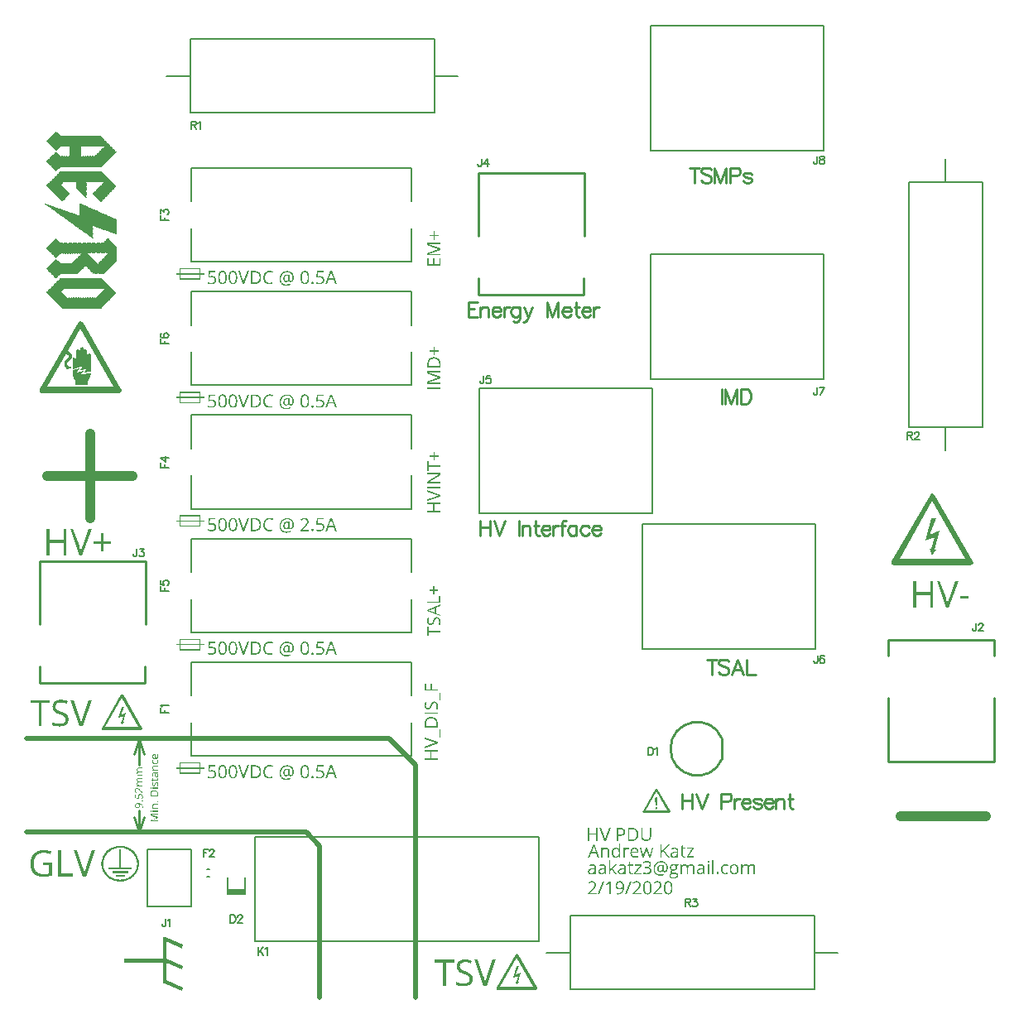
<source format=gto>
G04*
G04 #@! TF.GenerationSoftware,Altium Limited,Altium Designer,20.0.13 (296)*
G04*
G04 Layer_Color=65535*
%FSLAX25Y25*%
%MOIN*%
G70*
G01*
G75*
%ADD10C,0.01000*%
%ADD11C,0.00787*%
%ADD12C,0.02000*%
%ADD13C,0.04000*%
%ADD14C,0.00600*%
%ADD15R,0.07087X0.02000*%
G36*
X11851Y348547D02*
X11952D01*
Y348445D01*
X12053D01*
Y348344D01*
X12154D01*
Y348243D01*
X12256D01*
Y348142D01*
X12357D01*
Y348041D01*
X12458D01*
Y347940D01*
X12559D01*
Y347838D01*
X12660D01*
Y347737D01*
X12761D01*
Y347636D01*
X12862D01*
Y347535D01*
X12964D01*
Y347434D01*
X13065D01*
Y347333D01*
X13166D01*
Y347232D01*
X13267D01*
Y347130D01*
X13368D01*
Y347029D01*
X13469D01*
Y346928D01*
X13570D01*
Y346827D01*
X13671D01*
Y346928D01*
X13773D01*
Y346827D01*
X14076D01*
Y346928D01*
X14177D01*
Y346827D01*
X14481D01*
Y346928D01*
X14582D01*
Y346827D01*
X14885D01*
Y346928D01*
X14986D01*
Y346827D01*
X15290D01*
Y346928D01*
X15391D01*
Y346827D01*
X15695D01*
Y346928D01*
X15796D01*
Y346827D01*
X16099D01*
Y346928D01*
X16200D01*
Y346827D01*
X16504D01*
Y346928D01*
X16605D01*
Y346827D01*
X16908D01*
Y346928D01*
X17009D01*
Y346827D01*
X17313D01*
Y346928D01*
X17414D01*
Y346827D01*
X17717D01*
Y346928D01*
X17819D01*
Y346827D01*
X18122D01*
Y346928D01*
X18223D01*
Y346827D01*
X18527D01*
Y346928D01*
X18628D01*
Y346827D01*
X18931D01*
Y346928D01*
X19032D01*
Y346827D01*
X19336D01*
Y346928D01*
X19437D01*
Y346827D01*
X19740D01*
Y346928D01*
X19841D01*
Y346827D01*
X20145D01*
Y346928D01*
X20246D01*
Y346827D01*
X20549D01*
Y346928D01*
X20651D01*
Y346827D01*
X20954D01*
Y346928D01*
X21055D01*
Y346827D01*
X21359D01*
Y346928D01*
X21460D01*
Y346827D01*
X21763D01*
Y346928D01*
X21864D01*
Y346827D01*
X22168D01*
Y346928D01*
X22269D01*
Y346827D01*
X22572D01*
Y346928D01*
X22674D01*
Y346827D01*
X22977D01*
Y346928D01*
X23078D01*
Y346827D01*
X23382D01*
Y346928D01*
X23483D01*
Y346827D01*
X23786D01*
Y346928D01*
X23887D01*
Y346827D01*
X24191D01*
Y346928D01*
X24292D01*
Y346827D01*
X24595D01*
Y346928D01*
X24697D01*
Y346827D01*
X25000D01*
Y346928D01*
X25101D01*
Y346827D01*
X25405D01*
Y346928D01*
X25506D01*
Y346827D01*
X25809D01*
Y346928D01*
X25910D01*
Y346827D01*
X26214D01*
Y346928D01*
X26315D01*
Y346827D01*
X26618D01*
Y346928D01*
X26719D01*
Y346827D01*
X27023D01*
Y346928D01*
X27124D01*
Y346827D01*
X27428D01*
Y346928D01*
X27529D01*
Y346827D01*
X27832D01*
Y346928D01*
X27933D01*
Y346827D01*
X28237D01*
Y346928D01*
X28338D01*
Y346827D01*
X28641D01*
Y346928D01*
X28742D01*
Y346827D01*
X29046D01*
Y346928D01*
X29147D01*
Y346827D01*
X29451D01*
Y346928D01*
X29552D01*
Y346827D01*
X29653D01*
Y346726D01*
X29754D01*
Y346625D01*
X29855D01*
Y346523D01*
X29956D01*
Y346422D01*
X30057D01*
Y346321D01*
X30158D01*
Y346220D01*
X30260D01*
Y346119D01*
X30361D01*
Y346018D01*
X30462D01*
Y345917D01*
X30563D01*
Y345815D01*
X30664D01*
Y345714D01*
X30765D01*
Y345613D01*
X30867D01*
Y345512D01*
X30968D01*
Y345411D01*
X31069D01*
Y345310D01*
X31170D01*
Y345209D01*
X31271D01*
Y345108D01*
X31372D01*
Y345006D01*
X31473D01*
Y344905D01*
X31575D01*
Y344804D01*
X31676D01*
Y344703D01*
X31777D01*
Y344602D01*
X31878D01*
Y344501D01*
X31979D01*
Y344399D01*
X32080D01*
Y344298D01*
X32182D01*
Y344197D01*
X32283D01*
Y344096D01*
X32384D01*
Y343995D01*
X32485D01*
Y343894D01*
X32586D01*
Y343793D01*
X32687D01*
Y343691D01*
X32788D01*
Y343590D01*
X32890D01*
Y343489D01*
X32991D01*
Y343388D01*
X33092D01*
Y343287D01*
X33193D01*
Y343186D01*
X33294D01*
Y343085D01*
X33395D01*
Y342983D01*
X33496D01*
Y342882D01*
X33597D01*
Y342781D01*
X33699D01*
Y342680D01*
X33800D01*
Y342579D01*
X33901D01*
Y342478D01*
X34002D01*
Y342376D01*
X34103D01*
Y342275D01*
X34204D01*
Y342174D01*
X34306D01*
Y342073D01*
X34407D01*
Y341972D01*
X34508D01*
Y341871D01*
X34609D01*
Y341770D01*
X34710D01*
Y341669D01*
X34811D01*
Y341567D01*
X34912D01*
Y341466D01*
X35014D01*
Y341365D01*
X35115D01*
Y341264D01*
X35216D01*
Y341163D01*
X35317D01*
Y341062D01*
X35418D01*
Y340960D01*
X35519D01*
Y340859D01*
X35620D01*
Y340758D01*
X35722D01*
Y340657D01*
X35823D01*
Y340556D01*
X35924D01*
Y340455D01*
X36025D01*
Y340353D01*
X36126D01*
Y340252D01*
X36025D01*
Y340151D01*
X35924D01*
Y340050D01*
X35823D01*
Y339949D01*
X35722D01*
Y339848D01*
X35620D01*
Y339747D01*
X35519D01*
Y339646D01*
X35418D01*
Y339544D01*
X35317D01*
Y339443D01*
X35216D01*
Y339342D01*
X35115D01*
Y339241D01*
X35014D01*
Y339140D01*
X34912D01*
Y339039D01*
X34811D01*
Y338937D01*
X34710D01*
Y338836D01*
X34609D01*
Y338937D01*
X34508D01*
Y338836D01*
X34609D01*
Y338735D01*
X34508D01*
Y338634D01*
X34407D01*
Y338533D01*
X34306D01*
Y338432D01*
X34204D01*
Y338331D01*
X34103D01*
Y338229D01*
X34002D01*
Y338128D01*
X33901D01*
Y338027D01*
X33800D01*
Y338128D01*
X33699D01*
Y338027D01*
X33800D01*
Y337926D01*
X33699D01*
Y337825D01*
X33597D01*
Y337724D01*
X33496D01*
Y337623D01*
X33395D01*
Y337521D01*
X33294D01*
Y337420D01*
X33193D01*
Y337319D01*
X33092D01*
Y337218D01*
X32991D01*
Y337117D01*
X32890D01*
Y337016D01*
X32788D01*
Y336914D01*
X32687D01*
Y336813D01*
X32586D01*
Y336712D01*
X32485D01*
Y336611D01*
X32384D01*
Y336510D01*
X32283D01*
Y336409D01*
X32182D01*
Y336510D01*
X32080D01*
Y336409D01*
X32182D01*
Y336308D01*
X32080D01*
Y336207D01*
X31979D01*
Y336105D01*
X31878D01*
Y336004D01*
X31777D01*
Y335903D01*
X31676D01*
Y335802D01*
X31575D01*
Y335701D01*
X31473D01*
Y335600D01*
X31372D01*
Y335701D01*
X31271D01*
Y335600D01*
X31372D01*
Y335498D01*
X31271D01*
Y335397D01*
X31170D01*
Y335296D01*
X31069D01*
Y335195D01*
X30968D01*
Y335094D01*
X30867D01*
Y334993D01*
X30765D01*
Y334892D01*
X30664D01*
Y334790D01*
X30563D01*
Y334689D01*
X30462D01*
Y334588D01*
X30361D01*
Y334487D01*
X30260D01*
Y334386D01*
X30158D01*
Y334285D01*
X30057D01*
Y334184D01*
X29956D01*
Y334285D01*
X29855D01*
Y334184D01*
X29754D01*
Y334285D01*
X29653D01*
Y334184D01*
X29552D01*
Y334285D01*
X29451D01*
Y334184D01*
X29349D01*
Y334285D01*
X29248D01*
Y334184D01*
X29147D01*
Y334285D01*
X29046D01*
Y334184D01*
X28945D01*
Y334285D01*
X28844D01*
Y334184D01*
X28742D01*
Y334285D01*
X28641D01*
Y334184D01*
X28540D01*
Y334285D01*
X28439D01*
Y334184D01*
X28338D01*
Y334285D01*
X28237D01*
Y334184D01*
X28136D01*
Y334285D01*
X28034D01*
Y334184D01*
X27933D01*
Y334285D01*
X27832D01*
Y334184D01*
X27731D01*
Y334285D01*
X27630D01*
Y334184D01*
X27529D01*
Y334285D01*
X27428D01*
Y334184D01*
X27326D01*
Y334285D01*
X27225D01*
Y334184D01*
X27124D01*
Y334285D01*
X27023D01*
Y334184D01*
X26922D01*
Y334285D01*
X26821D01*
Y334184D01*
X26719D01*
Y334285D01*
X26618D01*
Y334184D01*
X26517D01*
Y334285D01*
X26416D01*
Y334184D01*
X26315D01*
Y334285D01*
X26214D01*
Y334184D01*
X26113D01*
Y334285D01*
X26011D01*
Y334184D01*
X25910D01*
Y334285D01*
X25809D01*
Y334184D01*
X25708D01*
Y334285D01*
X25607D01*
Y334184D01*
X25506D01*
Y334285D01*
X25405D01*
Y334184D01*
X25303D01*
Y334285D01*
X25202D01*
Y334184D01*
X25101D01*
Y334285D01*
X25000D01*
Y334184D01*
X24899D01*
Y334285D01*
X24798D01*
Y334184D01*
X24697D01*
Y334285D01*
X24595D01*
Y334184D01*
X24494D01*
Y334285D01*
X24393D01*
Y334184D01*
X24292D01*
Y334285D01*
X24191D01*
Y334184D01*
X24090D01*
Y334285D01*
X23989D01*
Y334184D01*
X23887D01*
Y334285D01*
X23786D01*
Y334184D01*
X23685D01*
Y334285D01*
X23584D01*
Y334184D01*
X23483D01*
Y334285D01*
X23382D01*
Y334184D01*
X23280D01*
Y334285D01*
X23179D01*
Y334184D01*
X23078D01*
Y334285D01*
X22977D01*
Y334184D01*
X22876D01*
Y334285D01*
X22775D01*
Y334184D01*
X22674D01*
Y334285D01*
X22572D01*
Y334184D01*
X22471D01*
Y334285D01*
X22370D01*
Y334184D01*
X22269D01*
Y334285D01*
X22168D01*
Y334184D01*
X22067D01*
Y334285D01*
X21966D01*
Y334184D01*
X21864D01*
Y334285D01*
X21763D01*
Y334184D01*
X21662D01*
Y334285D01*
X21561D01*
Y334184D01*
X21460D01*
Y334285D01*
X21359D01*
Y334184D01*
X21258D01*
Y334285D01*
X21156D01*
Y334184D01*
X21055D01*
Y334285D01*
X20954D01*
Y334184D01*
X20853D01*
Y334285D01*
X20752D01*
Y334184D01*
X20651D01*
Y334285D01*
X20549D01*
Y334184D01*
X20448D01*
Y334285D01*
X20347D01*
Y334184D01*
X20246D01*
Y334285D01*
X20145D01*
Y334184D01*
X20044D01*
Y334285D01*
X19943D01*
Y334184D01*
X19841D01*
Y334285D01*
X19740D01*
Y334184D01*
X19639D01*
Y334285D01*
X19538D01*
Y334184D01*
X19437D01*
Y334285D01*
X19336D01*
Y334184D01*
X19235D01*
Y334285D01*
X19133D01*
Y334184D01*
X19032D01*
Y334285D01*
X18931D01*
Y334184D01*
X18830D01*
Y334285D01*
X18729D01*
Y334184D01*
X18628D01*
Y334285D01*
X18527D01*
Y334184D01*
X18425D01*
Y334285D01*
X18324D01*
Y334184D01*
X18223D01*
Y334285D01*
X18122D01*
Y334184D01*
X18021D01*
Y334285D01*
X17920D01*
Y334184D01*
X17819D01*
Y334285D01*
X17717D01*
Y334184D01*
X17616D01*
Y334285D01*
X17515D01*
Y334184D01*
X17414D01*
Y334285D01*
X17313D01*
Y334184D01*
X17212D01*
Y334285D01*
X17110D01*
Y334184D01*
X17009D01*
Y334285D01*
X16908D01*
Y334184D01*
X16807D01*
Y334285D01*
X16706D01*
Y334184D01*
X16605D01*
Y334285D01*
X16504D01*
Y334184D01*
X16402D01*
Y334285D01*
X16301D01*
Y334184D01*
X16200D01*
Y334285D01*
X16099D01*
Y334184D01*
X15998D01*
Y334285D01*
X15897D01*
Y334184D01*
X15796D01*
Y334285D01*
X15695D01*
Y334184D01*
X15593D01*
Y334285D01*
X15492D01*
Y334184D01*
X15391D01*
Y334285D01*
X15290D01*
Y334184D01*
X15189D01*
Y334285D01*
X15088D01*
Y334184D01*
X14986D01*
Y334285D01*
X14885D01*
Y334184D01*
X14784D01*
Y334285D01*
X14683D01*
Y334184D01*
X14582D01*
Y334285D01*
X14481D01*
Y334184D01*
X14379D01*
Y334285D01*
X14278D01*
Y334184D01*
X14177D01*
Y334285D01*
X14076D01*
Y334184D01*
X13975D01*
Y334285D01*
X13874D01*
Y334184D01*
X13773D01*
Y334285D01*
X13671D01*
Y334184D01*
X13469D01*
Y333981D01*
X13267D01*
Y333779D01*
X13166D01*
Y333880D01*
X13065D01*
Y333577D01*
X12964D01*
Y333678D01*
X12862D01*
Y333374D01*
X12761D01*
Y333475D01*
X12660D01*
Y333374D01*
X12559D01*
Y333273D01*
X12458D01*
Y333172D01*
X12357D01*
Y333071D01*
X12256D01*
Y332970D01*
X12154D01*
Y332869D01*
X12053D01*
Y332768D01*
X11952D01*
Y332666D01*
X11851D01*
Y332565D01*
X11750D01*
Y332666D01*
X11649D01*
Y332768D01*
X11547D01*
Y332869D01*
X11446D01*
Y332970D01*
X11345D01*
Y333071D01*
X11244D01*
Y333172D01*
X11143D01*
Y333273D01*
X11042D01*
Y333374D01*
X10941D01*
Y333475D01*
X10839D01*
Y333577D01*
X10738D01*
Y333678D01*
X10637D01*
Y333779D01*
X10536D01*
Y333880D01*
X10435D01*
Y333981D01*
X10334D01*
Y334082D01*
X10232D01*
Y334184D01*
X10131D01*
Y334285D01*
X10030D01*
Y334386D01*
X9929D01*
Y334487D01*
X9828D01*
Y334588D01*
X9727D01*
Y334689D01*
X9626D01*
Y334790D01*
X9525D01*
Y334892D01*
X9423D01*
Y334993D01*
X9322D01*
Y335094D01*
X9221D01*
Y335195D01*
X9120D01*
Y335296D01*
X9019D01*
Y335397D01*
X8918D01*
Y335498D01*
X8816D01*
Y335600D01*
X8715D01*
Y335701D01*
X8614D01*
Y335802D01*
X8513D01*
Y335903D01*
X8412D01*
Y336004D01*
X8311D01*
Y336105D01*
X8210D01*
Y336207D01*
X8108D01*
Y336308D01*
X8007D01*
Y336409D01*
X7906D01*
Y336510D01*
X7805D01*
Y336611D01*
X7906D01*
Y336712D01*
X8007D01*
Y336813D01*
X8108D01*
Y336914D01*
X8210D01*
Y337016D01*
X8311D01*
Y337117D01*
X8412D01*
Y337218D01*
X8513D01*
Y337319D01*
X8614D01*
Y337218D01*
X8715D01*
Y337319D01*
X8614D01*
Y337420D01*
X8715D01*
Y337521D01*
X8816D01*
Y337623D01*
X8918D01*
Y337724D01*
X9019D01*
Y337623D01*
X9120D01*
Y337724D01*
X9019D01*
Y337825D01*
X9120D01*
Y337926D01*
X9221D01*
Y338027D01*
X9322D01*
Y338128D01*
X9423D01*
Y338027D01*
X9525D01*
Y338128D01*
X9423D01*
Y338229D01*
X9525D01*
Y338331D01*
X9626D01*
Y338432D01*
X9727D01*
Y338533D01*
X9828D01*
Y338432D01*
X9929D01*
Y338533D01*
X9828D01*
Y338634D01*
X9929D01*
Y338735D01*
X10030D01*
Y338836D01*
X10131D01*
Y338937D01*
X10232D01*
Y338836D01*
X10334D01*
Y339140D01*
X10435D01*
Y339039D01*
X10536D01*
Y339342D01*
X10637D01*
Y339241D01*
X10738D01*
Y339544D01*
X10839D01*
Y339443D01*
X10941D01*
Y339747D01*
X11042D01*
Y339646D01*
X11143D01*
Y339949D01*
X11244D01*
Y339848D01*
X11345D01*
Y340151D01*
X11446D01*
Y340050D01*
X11547D01*
Y340353D01*
X11649D01*
Y340252D01*
X11750D01*
Y340556D01*
X11851D01*
Y340252D01*
X11952D01*
Y340353D01*
X12053D01*
Y340151D01*
X12256D01*
Y339848D01*
X12357D01*
Y339949D01*
X12458D01*
Y339747D01*
X12660D01*
Y339443D01*
X12761D01*
Y339544D01*
X12862D01*
Y339342D01*
X13065D01*
Y339140D01*
X13267D01*
Y338937D01*
X13469D01*
Y338735D01*
X13671D01*
Y338634D01*
X13773D01*
Y338735D01*
X13874D01*
Y338634D01*
X13975D01*
Y338735D01*
X14076D01*
Y338634D01*
X14177D01*
Y338735D01*
X14278D01*
Y338634D01*
X14379D01*
Y338735D01*
X14481D01*
Y338634D01*
X14582D01*
Y338735D01*
X14683D01*
Y338634D01*
X14784D01*
Y338735D01*
X14885D01*
Y338634D01*
X14986D01*
Y338735D01*
X15088D01*
Y338634D01*
X15189D01*
Y338735D01*
X15290D01*
Y338634D01*
X15391D01*
Y338735D01*
X15492D01*
Y338634D01*
X15593D01*
Y338735D01*
X15695D01*
Y338634D01*
X15796D01*
Y338735D01*
X15897D01*
Y338634D01*
X15998D01*
Y338735D01*
X16099D01*
Y338634D01*
X16200D01*
Y338735D01*
X16301D01*
Y338634D01*
X16402D01*
Y338735D01*
X16504D01*
Y338634D01*
X16605D01*
Y338735D01*
X16706D01*
Y338634D01*
X16807D01*
Y338735D01*
X16908D01*
Y338634D01*
X17009D01*
Y338735D01*
X17110D01*
Y338634D01*
X17212D01*
Y342376D01*
X17110D01*
Y342478D01*
X17009D01*
Y342376D01*
X16908D01*
Y342478D01*
X16605D01*
Y342376D01*
X16504D01*
Y342478D01*
X16200D01*
Y342376D01*
X16099D01*
Y342478D01*
X15796D01*
Y342376D01*
X15695D01*
Y342478D01*
X15391D01*
Y342376D01*
X15290D01*
Y342478D01*
X14986D01*
Y342376D01*
X14885D01*
Y342478D01*
X14582D01*
Y342376D01*
X14481D01*
Y342478D01*
X14177D01*
Y342376D01*
X14076D01*
Y342478D01*
X13773D01*
Y342376D01*
X13671D01*
Y342478D01*
X13570D01*
Y342376D01*
X13469D01*
Y342275D01*
X13368D01*
Y342174D01*
X13267D01*
Y342073D01*
X13166D01*
Y341972D01*
X13065D01*
Y341871D01*
X12964D01*
Y341770D01*
X12862D01*
Y341669D01*
X12761D01*
Y341567D01*
X12660D01*
Y341466D01*
X12559D01*
Y341365D01*
X12458D01*
Y341264D01*
X12357D01*
Y341163D01*
X12256D01*
Y341062D01*
X12154D01*
Y340960D01*
X12053D01*
Y340859D01*
X11952D01*
Y340758D01*
X11851D01*
Y340657D01*
X11750D01*
Y340758D01*
X11649D01*
Y340859D01*
X11547D01*
Y340960D01*
X11446D01*
Y341062D01*
X11345D01*
Y341163D01*
X11244D01*
Y341264D01*
X11143D01*
Y341365D01*
X11042D01*
Y341466D01*
X10941D01*
Y341567D01*
X10839D01*
Y341669D01*
X10738D01*
Y341770D01*
X10637D01*
Y341871D01*
X10536D01*
Y341972D01*
X10435D01*
Y342073D01*
X10334D01*
Y342174D01*
X10232D01*
Y342275D01*
X10131D01*
Y342376D01*
X10030D01*
Y342478D01*
X9929D01*
Y342579D01*
X9828D01*
Y342680D01*
X9727D01*
Y342781D01*
X9626D01*
Y342882D01*
X9525D01*
Y342983D01*
X9423D01*
Y343085D01*
X9322D01*
Y343186D01*
X9221D01*
Y343287D01*
X9120D01*
Y343388D01*
X9019D01*
Y343489D01*
X8918D01*
Y343590D01*
X8816D01*
Y343691D01*
X8715D01*
Y343793D01*
X8614D01*
Y343894D01*
X8513D01*
Y343995D01*
X8412D01*
Y344096D01*
X8311D01*
Y344197D01*
X8210D01*
Y344298D01*
X8108D01*
Y344399D01*
X8007D01*
Y344501D01*
X7906D01*
Y344602D01*
X7805D01*
Y344703D01*
X7906D01*
Y344804D01*
X8007D01*
Y344905D01*
X8108D01*
Y345006D01*
X8210D01*
Y345108D01*
X8311D01*
Y345209D01*
X8412D01*
Y345310D01*
X8513D01*
Y345411D01*
X8614D01*
Y345512D01*
X8715D01*
Y345613D01*
X8816D01*
Y345714D01*
X8918D01*
Y345815D01*
X9019D01*
Y345917D01*
X9120D01*
Y346018D01*
X9221D01*
Y346119D01*
X9322D01*
Y346220D01*
X9423D01*
Y346321D01*
X9525D01*
Y346422D01*
X9626D01*
Y346523D01*
X9727D01*
Y346625D01*
X9828D01*
Y346726D01*
X9929D01*
Y346827D01*
X10030D01*
Y346928D01*
X10131D01*
Y347029D01*
X10232D01*
Y347130D01*
X10334D01*
Y347232D01*
X10435D01*
Y347333D01*
X10536D01*
Y347434D01*
X10637D01*
Y347535D01*
X10738D01*
Y347636D01*
X10839D01*
Y347737D01*
X10941D01*
Y347838D01*
X11042D01*
Y347940D01*
X11143D01*
Y348041D01*
X11244D01*
Y348142D01*
X11345D01*
Y348243D01*
X11446D01*
Y348344D01*
X11547D01*
Y348445D01*
X11649D01*
Y348547D01*
X11750D01*
Y348648D01*
X11851D01*
Y348547D01*
D02*
G37*
G36*
X29956Y332464D02*
X30057D01*
Y332363D01*
X30158D01*
Y332262D01*
X30260D01*
Y332161D01*
X30462D01*
Y331958D01*
X30563D01*
Y331857D01*
X30664D01*
Y331756D01*
X30867D01*
Y331554D01*
X30968D01*
Y331453D01*
X31069D01*
Y331351D01*
X31271D01*
Y331149D01*
X31372D01*
Y331048D01*
X31473D01*
Y330947D01*
X31676D01*
Y330745D01*
X31777D01*
Y330643D01*
X31878D01*
Y330542D01*
X32080D01*
Y330340D01*
X32182D01*
Y330239D01*
X32283D01*
Y330138D01*
X32485D01*
Y329935D01*
X32586D01*
Y329834D01*
X32687D01*
Y329733D01*
X32890D01*
Y329531D01*
X32991D01*
Y329430D01*
X33092D01*
Y329328D01*
X33294D01*
Y329126D01*
X33395D01*
Y329025D01*
X33496D01*
Y328924D01*
X33699D01*
Y328722D01*
X33800D01*
Y328621D01*
X33901D01*
Y328519D01*
X34103D01*
Y328317D01*
X34204D01*
Y328216D01*
X34306D01*
Y328115D01*
X34508D01*
Y327912D01*
X34609D01*
Y327811D01*
X34710D01*
Y327710D01*
X34912D01*
Y327508D01*
X35014D01*
Y327407D01*
X35115D01*
Y327306D01*
X35317D01*
Y327103D01*
X35418D01*
Y327002D01*
X35519D01*
Y326901D01*
X35722D01*
Y326699D01*
X35823D01*
Y326597D01*
X35924D01*
Y326496D01*
X36025D01*
Y326395D01*
X35924D01*
Y326092D01*
X35823D01*
Y326193D01*
X35722D01*
Y325889D01*
X35620D01*
Y325991D01*
X35519D01*
Y325687D01*
X35418D01*
Y325788D01*
X35317D01*
Y325485D01*
X35216D01*
Y325586D01*
X35115D01*
Y325283D01*
X35014D01*
Y325384D01*
X34912D01*
Y325080D01*
X34811D01*
Y325182D01*
X34710D01*
Y324878D01*
X34609D01*
Y324979D01*
X34508D01*
Y324676D01*
X34407D01*
Y324777D01*
X34306D01*
Y324473D01*
X34204D01*
Y324575D01*
X34103D01*
Y324271D01*
X34002D01*
Y324372D01*
X33901D01*
Y324069D01*
X33800D01*
Y324170D01*
X33699D01*
Y323867D01*
X33597D01*
Y323968D01*
X33496D01*
Y323664D01*
X33395D01*
Y323765D01*
X33294D01*
Y323462D01*
X33193D01*
Y323563D01*
X33092D01*
Y323260D01*
X32991D01*
Y323361D01*
X32890D01*
Y323057D01*
X32788D01*
Y323159D01*
X32687D01*
Y322855D01*
X32586D01*
Y322956D01*
X32485D01*
Y322653D01*
X32384D01*
Y322754D01*
X32283D01*
Y322450D01*
X32182D01*
Y322552D01*
X32080D01*
Y322248D01*
X31979D01*
Y322349D01*
X31878D01*
Y322046D01*
X31777D01*
Y322147D01*
X31676D01*
Y321844D01*
X31575D01*
Y321945D01*
X31473D01*
Y321641D01*
X31372D01*
Y321743D01*
X31271D01*
Y321439D01*
X31170D01*
Y321540D01*
X31069D01*
Y321237D01*
X30968D01*
Y321338D01*
X30867D01*
Y321034D01*
X30765D01*
Y321136D01*
X30664D01*
Y320832D01*
X30563D01*
Y320933D01*
X30462D01*
Y320630D01*
X30361D01*
Y320731D01*
X30260D01*
Y320427D01*
X30158D01*
Y320529D01*
X30057D01*
Y320225D01*
X29956D01*
Y320326D01*
X29855D01*
Y320023D01*
X29754D01*
Y320124D01*
X29653D01*
Y320225D01*
X29552D01*
Y320326D01*
X29451D01*
Y320427D01*
X29349D01*
Y320529D01*
X29248D01*
Y320630D01*
X29147D01*
Y320731D01*
X29046D01*
Y320832D01*
X28945D01*
Y320933D01*
X28844D01*
Y321034D01*
X28742D01*
Y321136D01*
X28641D01*
Y321237D01*
X28540D01*
Y321338D01*
X28439D01*
Y321439D01*
X28338D01*
Y321540D01*
X28237D01*
Y321641D01*
X28136D01*
Y321743D01*
X28034D01*
Y321844D01*
X27933D01*
Y321945D01*
X27832D01*
Y322046D01*
X27731D01*
Y322147D01*
X27630D01*
Y322248D01*
X27529D01*
Y322349D01*
X27428D01*
Y322450D01*
X27326D01*
Y322552D01*
X27225D01*
Y322653D01*
X27124D01*
Y322754D01*
X27023D01*
Y322855D01*
X26922D01*
Y322956D01*
X26821D01*
Y323057D01*
X26719D01*
Y323159D01*
X26618D01*
Y323260D01*
X26517D01*
Y323361D01*
X26416D01*
Y323462D01*
X26517D01*
Y323563D01*
X26618D01*
Y323664D01*
X26719D01*
Y323765D01*
X26821D01*
Y323867D01*
X26922D01*
Y323968D01*
X27023D01*
Y324069D01*
X27124D01*
Y324170D01*
X27225D01*
Y324271D01*
X27326D01*
Y324372D01*
X27428D01*
Y324473D01*
X27529D01*
Y324575D01*
X27630D01*
Y324676D01*
X27731D01*
Y324777D01*
X27832D01*
Y324878D01*
X27933D01*
Y324979D01*
X28034D01*
Y325080D01*
X28136D01*
Y325182D01*
X28237D01*
Y325283D01*
X28338D01*
Y325384D01*
X28439D01*
Y325485D01*
X28540D01*
Y325586D01*
X28641D01*
Y325687D01*
X28742D01*
Y325788D01*
X28844D01*
Y325889D01*
X28945D01*
Y325991D01*
X29046D01*
Y326092D01*
X29147D01*
Y326193D01*
X29248D01*
Y326294D01*
X29349D01*
Y326395D01*
X29451D01*
Y326496D01*
X29552D01*
Y326597D01*
X29653D01*
Y326699D01*
X29754D01*
Y326800D01*
X29855D01*
Y326901D01*
X29956D01*
Y327002D01*
X30057D01*
Y327103D01*
X30158D01*
Y327204D01*
X30260D01*
Y327306D01*
X30361D01*
Y327407D01*
X30462D01*
Y327508D01*
X30563D01*
Y327609D01*
X30664D01*
Y327710D01*
X30765D01*
Y327811D01*
X30867D01*
Y327912D01*
X30968D01*
Y328014D01*
X31069D01*
Y328115D01*
X30968D01*
Y328216D01*
X30867D01*
Y328115D01*
X30765D01*
Y328216D01*
X30664D01*
Y328115D01*
X30563D01*
Y328216D01*
X30462D01*
Y328115D01*
X30361D01*
Y328216D01*
X30260D01*
Y328115D01*
X30158D01*
Y328216D01*
X30057D01*
Y328115D01*
X29956D01*
Y328216D01*
X29855D01*
Y328115D01*
X29754D01*
Y328216D01*
X29653D01*
Y328115D01*
X29552D01*
Y328216D01*
X29451D01*
Y328115D01*
X29349D01*
Y328216D01*
X29248D01*
Y328115D01*
X29147D01*
Y328216D01*
X29046D01*
Y328115D01*
X28945D01*
Y328216D01*
X28844D01*
Y328115D01*
X28742D01*
Y328216D01*
X28641D01*
Y328115D01*
X28540D01*
Y328216D01*
X28439D01*
Y328115D01*
X28338D01*
Y328216D01*
X28237D01*
Y328115D01*
X28136D01*
Y328216D01*
X28034D01*
Y328115D01*
X27933D01*
Y328216D01*
X27832D01*
Y328115D01*
X27731D01*
Y328216D01*
X27630D01*
Y328115D01*
X27529D01*
Y328216D01*
X27428D01*
Y328115D01*
X27326D01*
Y328216D01*
X27225D01*
Y328115D01*
X27124D01*
Y328216D01*
X27023D01*
Y328115D01*
X26922D01*
Y328216D01*
X26821D01*
Y328115D01*
X26719D01*
Y328216D01*
X26618D01*
Y328115D01*
X26517D01*
Y328216D01*
X26416D01*
Y328115D01*
X26315D01*
Y328216D01*
X26214D01*
Y328115D01*
X26113D01*
Y328216D01*
X26011D01*
Y328115D01*
X25910D01*
Y328216D01*
X25809D01*
Y328115D01*
X25708D01*
Y328216D01*
X25607D01*
Y328115D01*
X25506D01*
Y328216D01*
X25405D01*
Y328115D01*
X25303D01*
Y328216D01*
X25202D01*
Y328115D01*
X25101D01*
Y328216D01*
X25000D01*
Y328115D01*
X24899D01*
Y328216D01*
X24798D01*
Y328115D01*
X24697D01*
Y328216D01*
X24595D01*
Y328115D01*
X24494D01*
Y328216D01*
X24393D01*
Y328115D01*
X24292D01*
Y328216D01*
X24191D01*
Y328115D01*
X24090D01*
Y328014D01*
X23989D01*
Y327912D01*
X24090D01*
Y327811D01*
X24191D01*
Y327710D01*
X24090D01*
Y327609D01*
X23989D01*
Y327508D01*
X24090D01*
Y327407D01*
X24191D01*
Y327306D01*
X24090D01*
Y327204D01*
X23989D01*
Y327103D01*
X24090D01*
Y327002D01*
X24191D01*
Y326901D01*
X24090D01*
Y326800D01*
X23989D01*
Y326699D01*
X24090D01*
Y326597D01*
X24191D01*
Y326496D01*
X24090D01*
Y326395D01*
X23989D01*
Y326294D01*
X24090D01*
Y326193D01*
X24191D01*
Y326092D01*
X24090D01*
Y325991D01*
X23989D01*
Y325889D01*
X24090D01*
Y325788D01*
X24191D01*
Y325687D01*
X24090D01*
Y325586D01*
X23989D01*
Y325485D01*
X24090D01*
Y325384D01*
X24191D01*
Y325283D01*
X24090D01*
Y325182D01*
X23989D01*
Y325080D01*
X24090D01*
Y324979D01*
X24191D01*
Y324878D01*
X24090D01*
Y324777D01*
X23989D01*
Y324676D01*
X24090D01*
Y324575D01*
X24191D01*
Y324473D01*
X24090D01*
Y324372D01*
X23989D01*
Y324271D01*
X24090D01*
Y324170D01*
X24191D01*
Y324069D01*
X24090D01*
Y323968D01*
X23989D01*
Y323867D01*
X24090D01*
Y323765D01*
X24191D01*
Y323664D01*
X24090D01*
Y323563D01*
X23989D01*
Y323462D01*
X24090D01*
Y323361D01*
X24191D01*
Y323260D01*
X24090D01*
Y323159D01*
X23989D01*
Y323057D01*
X24090D01*
Y322956D01*
X24191D01*
Y322855D01*
X24090D01*
Y322754D01*
X23989D01*
Y322653D01*
X24090D01*
Y322552D01*
X24191D01*
Y322450D01*
X24090D01*
Y322349D01*
X23989D01*
Y322248D01*
X24090D01*
Y322147D01*
X24191D01*
Y322046D01*
X24090D01*
Y321945D01*
X23989D01*
Y321844D01*
X24090D01*
Y321743D01*
X23989D01*
Y321641D01*
X23887D01*
Y321743D01*
X23786D01*
Y321844D01*
X23685D01*
Y322046D01*
X23483D01*
Y322248D01*
X23280D01*
Y322450D01*
X23078D01*
Y322552D01*
X22977D01*
Y322653D01*
X22876D01*
Y322855D01*
X22674D01*
Y323057D01*
X22471D01*
Y323260D01*
X22269D01*
Y323361D01*
X22168D01*
Y323462D01*
X22067D01*
Y323563D01*
X21966D01*
Y323664D01*
X21864D01*
Y323765D01*
X21763D01*
Y323867D01*
X21662D01*
Y323968D01*
X21561D01*
Y324069D01*
X21460D01*
Y324170D01*
X21359D01*
Y324271D01*
X21258D01*
Y324372D01*
X21156D01*
Y324473D01*
X21055D01*
Y324575D01*
X20954D01*
Y324676D01*
X20853D01*
Y324777D01*
X20752D01*
Y324878D01*
X20651D01*
Y324979D01*
X20549D01*
Y325080D01*
X20448D01*
Y325182D01*
X20347D01*
Y325283D01*
X20246D01*
Y325384D01*
X20145D01*
Y325485D01*
X20044D01*
Y325586D01*
X19943D01*
Y325687D01*
X19841D01*
Y328216D01*
X19740D01*
Y328115D01*
X19639D01*
Y328216D01*
X19538D01*
Y328115D01*
X19437D01*
Y328216D01*
X19336D01*
Y328115D01*
X19235D01*
Y328216D01*
X19133D01*
Y328115D01*
X19032D01*
Y328216D01*
X18931D01*
Y328115D01*
X18830D01*
Y328216D01*
X18729D01*
Y328115D01*
X18628D01*
Y328216D01*
X18527D01*
Y328115D01*
X18425D01*
Y328216D01*
X18324D01*
Y328115D01*
X18223D01*
Y328216D01*
X18122D01*
Y328115D01*
X18021D01*
Y328216D01*
X17920D01*
Y328115D01*
X17819D01*
Y328216D01*
X17717D01*
Y328115D01*
X17616D01*
Y328216D01*
X17515D01*
Y328115D01*
X17414D01*
Y328216D01*
X17313D01*
Y328115D01*
X17212D01*
Y328216D01*
X17110D01*
Y328115D01*
X17009D01*
Y328216D01*
X16908D01*
Y328115D01*
X16807D01*
Y328216D01*
X16706D01*
Y328115D01*
X16605D01*
Y328216D01*
X16504D01*
Y328115D01*
X16402D01*
Y328216D01*
X16301D01*
Y328115D01*
X16200D01*
Y328216D01*
X16099D01*
Y328115D01*
X15998D01*
Y328216D01*
X15897D01*
Y328115D01*
X15796D01*
Y328216D01*
X15695D01*
Y328115D01*
X15593D01*
Y328216D01*
X15492D01*
Y328115D01*
X15391D01*
Y328216D01*
X15290D01*
Y328115D01*
X15189D01*
Y328216D01*
X15088D01*
Y328115D01*
X14986D01*
Y328216D01*
X14885D01*
Y328014D01*
X14683D01*
Y327710D01*
X14481D01*
Y327508D01*
X14379D01*
Y327609D01*
X14278D01*
Y327306D01*
X14076D01*
Y327103D01*
X13874D01*
Y326901D01*
X14076D01*
Y326699D01*
X14177D01*
Y326800D01*
X14278D01*
Y326496D01*
X14481D01*
Y326294D01*
X14582D01*
Y326395D01*
X14683D01*
Y326092D01*
X14885D01*
Y325889D01*
X14986D01*
Y325991D01*
X15088D01*
Y325687D01*
X15189D01*
Y325586D01*
X15290D01*
Y325485D01*
X15391D01*
Y325586D01*
X15492D01*
Y325283D01*
X15695D01*
Y325080D01*
X15796D01*
Y325182D01*
X15897D01*
Y324878D01*
X16099D01*
Y324676D01*
X16200D01*
Y324777D01*
X16301D01*
Y324473D01*
X16504D01*
Y324271D01*
X16605D01*
Y324372D01*
X16706D01*
Y324069D01*
X16807D01*
Y323968D01*
X16908D01*
Y323867D01*
X17009D01*
Y323968D01*
X17110D01*
Y323664D01*
X17313D01*
Y323462D01*
X17414D01*
Y323361D01*
X17313D01*
Y323260D01*
X17212D01*
Y323159D01*
X17110D01*
Y323057D01*
X17009D01*
Y322956D01*
X16908D01*
Y322855D01*
X16807D01*
Y322754D01*
X16706D01*
Y322653D01*
X16605D01*
Y322552D01*
X16504D01*
Y322450D01*
X16402D01*
Y322349D01*
X16301D01*
Y322248D01*
X16200D01*
Y322147D01*
X16099D01*
Y322046D01*
X15998D01*
Y321945D01*
X15897D01*
Y321844D01*
X15796D01*
Y321743D01*
X15695D01*
Y321641D01*
X15593D01*
Y321540D01*
X15492D01*
Y321439D01*
X15391D01*
Y321338D01*
X15290D01*
Y321237D01*
X15189D01*
Y321136D01*
X15088D01*
Y320933D01*
X14885D01*
Y320731D01*
X14683D01*
Y320529D01*
X14481D01*
Y320427D01*
X14379D01*
Y320326D01*
X14278D01*
Y320225D01*
X14177D01*
Y320427D01*
X13975D01*
Y320731D01*
X13874D01*
Y320630D01*
X13773D01*
Y320832D01*
X13570D01*
Y321136D01*
X13469D01*
Y321034D01*
X13368D01*
Y321237D01*
X13166D01*
Y321540D01*
X13065D01*
Y321439D01*
X12964D01*
Y321641D01*
X12761D01*
Y321945D01*
X12660D01*
Y321844D01*
X12559D01*
Y322046D01*
X12357D01*
Y322349D01*
X12256D01*
Y322248D01*
X12154D01*
Y322552D01*
X12053D01*
Y322450D01*
X11952D01*
Y322754D01*
X11851D01*
Y322653D01*
X11750D01*
Y322956D01*
X11649D01*
Y322855D01*
X11547D01*
Y323159D01*
X11446D01*
Y323057D01*
X11345D01*
Y323361D01*
X11244D01*
Y323260D01*
X11143D01*
Y323563D01*
X11042D01*
Y323462D01*
X10941D01*
Y323765D01*
X10839D01*
Y323664D01*
X10738D01*
Y323968D01*
X10637D01*
Y323867D01*
X10536D01*
Y324170D01*
X10435D01*
Y324271D01*
X10334D01*
Y324372D01*
X10232D01*
Y324271D01*
X10131D01*
Y324575D01*
X10030D01*
Y324473D01*
X9929D01*
Y324777D01*
X9828D01*
Y324676D01*
X9727D01*
Y324979D01*
X9626D01*
Y325080D01*
X9525D01*
Y325182D01*
X9423D01*
Y325080D01*
X9322D01*
Y325384D01*
X9221D01*
Y325283D01*
X9120D01*
Y325586D01*
X9019D01*
Y325485D01*
X8918D01*
Y325788D01*
X8816D01*
Y325889D01*
X8715D01*
Y325991D01*
X8614D01*
Y325889D01*
X8513D01*
Y326193D01*
X8412D01*
Y326294D01*
X8311D01*
Y326395D01*
X8210D01*
Y326496D01*
X8108D01*
Y326597D01*
X8007D01*
Y326699D01*
X7906D01*
Y326800D01*
X7805D01*
Y326901D01*
X7906D01*
Y327002D01*
X8007D01*
Y327103D01*
X8108D01*
Y327204D01*
X8210D01*
Y327103D01*
X8311D01*
Y327204D01*
X8210D01*
Y327306D01*
X8311D01*
Y327407D01*
X8412D01*
Y327508D01*
X8513D01*
Y327609D01*
X8614D01*
Y327508D01*
X8715D01*
Y327609D01*
X8614D01*
Y327710D01*
X8715D01*
Y327811D01*
X8816D01*
Y327912D01*
X8918D01*
Y328014D01*
X9019D01*
Y327912D01*
X9120D01*
Y328216D01*
X9221D01*
Y328115D01*
X9322D01*
Y328418D01*
X9423D01*
Y328317D01*
X9525D01*
Y328621D01*
X9626D01*
Y328519D01*
X9727D01*
Y328823D01*
X9828D01*
Y328722D01*
X9929D01*
Y329025D01*
X10030D01*
Y328924D01*
X10131D01*
Y329227D01*
X10232D01*
Y329126D01*
X10334D01*
Y329430D01*
X10435D01*
Y329328D01*
X10536D01*
Y329632D01*
X10637D01*
Y329531D01*
X10738D01*
Y329834D01*
X10839D01*
Y329733D01*
X10941D01*
Y330036D01*
X11042D01*
Y329935D01*
X11143D01*
Y330239D01*
X11244D01*
Y330138D01*
X11345D01*
Y330441D01*
X11446D01*
Y330340D01*
X11547D01*
Y330643D01*
X11649D01*
Y330542D01*
X11750D01*
Y330846D01*
X11851D01*
Y330745D01*
X11952D01*
Y331048D01*
X12053D01*
Y330947D01*
X12154D01*
Y331250D01*
X12256D01*
Y331149D01*
X12357D01*
Y331453D01*
X12458D01*
Y331351D01*
X12559D01*
Y331655D01*
X12660D01*
Y331554D01*
X12761D01*
Y331857D01*
X12862D01*
Y331756D01*
X12964D01*
Y332060D01*
X13065D01*
Y331958D01*
X13166D01*
Y332262D01*
X13267D01*
Y332161D01*
X13368D01*
Y332464D01*
X13469D01*
Y332363D01*
X13570D01*
Y332464D01*
X13671D01*
Y332565D01*
X13773D01*
Y332464D01*
X13874D01*
Y332565D01*
X13975D01*
Y332464D01*
X14076D01*
Y332565D01*
X14177D01*
Y332464D01*
X14278D01*
Y332565D01*
X14379D01*
Y332464D01*
X14481D01*
Y332565D01*
X14582D01*
Y332464D01*
X14683D01*
Y332565D01*
X14784D01*
Y332464D01*
X14885D01*
Y332565D01*
X14986D01*
Y332464D01*
X15088D01*
Y332565D01*
X15189D01*
Y332464D01*
X15290D01*
Y332565D01*
X15391D01*
Y332464D01*
X15492D01*
Y332565D01*
X15593D01*
Y332464D01*
X15695D01*
Y332565D01*
X15796D01*
Y332464D01*
X15897D01*
Y332565D01*
X15998D01*
Y332464D01*
X16099D01*
Y332565D01*
X16200D01*
Y332464D01*
X16301D01*
Y332565D01*
X16402D01*
Y332464D01*
X16504D01*
Y332565D01*
X16605D01*
Y332464D01*
X16706D01*
Y332565D01*
X16807D01*
Y332464D01*
X16908D01*
Y332565D01*
X17009D01*
Y332464D01*
X17110D01*
Y332565D01*
X17212D01*
Y332464D01*
X17313D01*
Y332565D01*
X17414D01*
Y332464D01*
X17515D01*
Y332565D01*
X17616D01*
Y332464D01*
X17717D01*
Y332565D01*
X17819D01*
Y332464D01*
X17920D01*
Y332565D01*
X18021D01*
Y332464D01*
X18122D01*
Y332565D01*
X18223D01*
Y332464D01*
X18324D01*
Y332565D01*
X18425D01*
Y332464D01*
X18527D01*
Y332565D01*
X18628D01*
Y332464D01*
X18729D01*
Y332565D01*
X18830D01*
Y332464D01*
X18931D01*
Y332565D01*
X19032D01*
Y332464D01*
X19133D01*
Y332565D01*
X19235D01*
Y332464D01*
X19336D01*
Y332565D01*
X19437D01*
Y332464D01*
X19538D01*
Y332565D01*
X19639D01*
Y332464D01*
X19740D01*
Y332565D01*
X19841D01*
Y332464D01*
X19943D01*
Y332565D01*
X20044D01*
Y332464D01*
X20145D01*
Y332565D01*
X20246D01*
Y332464D01*
X20347D01*
Y332565D01*
X20448D01*
Y332464D01*
X20549D01*
Y332565D01*
X20651D01*
Y332464D01*
X20752D01*
Y332565D01*
X20853D01*
Y332464D01*
X20954D01*
Y332565D01*
X21055D01*
Y332464D01*
X21156D01*
Y332565D01*
X21258D01*
Y332464D01*
X21359D01*
Y332565D01*
X21460D01*
Y332464D01*
X21561D01*
Y332565D01*
X21662D01*
Y332464D01*
X21763D01*
Y332565D01*
X21864D01*
Y332464D01*
X21966D01*
Y332565D01*
X22067D01*
Y332464D01*
X22168D01*
Y332565D01*
X22269D01*
Y332464D01*
X22370D01*
Y332565D01*
X22471D01*
Y332464D01*
X22572D01*
Y332565D01*
X22674D01*
Y332464D01*
X22775D01*
Y332565D01*
X22876D01*
Y332464D01*
X22977D01*
Y332565D01*
X23078D01*
Y332464D01*
X23179D01*
Y332565D01*
X23280D01*
Y332464D01*
X23382D01*
Y332565D01*
X23483D01*
Y332464D01*
X23584D01*
Y332565D01*
X23685D01*
Y332464D01*
X23786D01*
Y332565D01*
X23887D01*
Y332464D01*
X23989D01*
Y332565D01*
X24090D01*
Y332464D01*
X24191D01*
Y332565D01*
X24292D01*
Y332464D01*
X24393D01*
Y332565D01*
X24494D01*
Y332464D01*
X24595D01*
Y332565D01*
X24697D01*
Y332464D01*
X24798D01*
Y332565D01*
X24899D01*
Y332464D01*
X25000D01*
Y332565D01*
X25101D01*
Y332464D01*
X25202D01*
Y332565D01*
X25303D01*
Y332464D01*
X25405D01*
Y332565D01*
X25506D01*
Y332464D01*
X25607D01*
Y332565D01*
X25708D01*
Y332464D01*
X25809D01*
Y332565D01*
X25910D01*
Y332464D01*
X26011D01*
Y332565D01*
X26113D01*
Y332464D01*
X26214D01*
Y332565D01*
X26315D01*
Y332464D01*
X26416D01*
Y332565D01*
X26517D01*
Y332464D01*
X26618D01*
Y332565D01*
X26719D01*
Y332464D01*
X26821D01*
Y332565D01*
X26922D01*
Y332464D01*
X27023D01*
Y332565D01*
X27124D01*
Y332464D01*
X27225D01*
Y332565D01*
X27326D01*
Y332464D01*
X27428D01*
Y332565D01*
X27529D01*
Y332464D01*
X27630D01*
Y332565D01*
X27731D01*
Y332464D01*
X27832D01*
Y332565D01*
X27933D01*
Y332464D01*
X28034D01*
Y332565D01*
X28136D01*
Y332464D01*
X28237D01*
Y332565D01*
X28338D01*
Y332464D01*
X28439D01*
Y332565D01*
X28540D01*
Y332464D01*
X28641D01*
Y332565D01*
X28742D01*
Y332464D01*
X28844D01*
Y332565D01*
X28945D01*
Y332464D01*
X29046D01*
Y332565D01*
X29147D01*
Y332464D01*
X29248D01*
Y332565D01*
X29349D01*
Y332464D01*
X29451D01*
Y332565D01*
X29552D01*
Y332464D01*
X29653D01*
Y332565D01*
X29754D01*
Y332464D01*
X29855D01*
Y332565D01*
X29956D01*
Y332464D01*
D02*
G37*
G36*
X8210Y326294D02*
X8108D01*
Y326395D01*
X8210D01*
Y326294D01*
D02*
G37*
G36*
X9626Y324878D02*
X9525D01*
Y324979D01*
X9626D01*
Y324878D01*
D02*
G37*
G36*
X10435Y324069D02*
X10334D01*
Y324170D01*
X10435D01*
Y324069D01*
D02*
G37*
G36*
X17515Y323462D02*
X17414D01*
Y323563D01*
X17515D01*
Y323462D01*
D02*
G37*
G36*
X12660Y315370D02*
X12559D01*
Y315471D01*
X12660D01*
Y315370D01*
D02*
G37*
G36*
X21359Y319618D02*
X21662D01*
Y319517D01*
X21763D01*
Y319416D01*
X21864D01*
Y319517D01*
X21966D01*
Y319416D01*
X22067D01*
Y319315D01*
X22168D01*
Y319214D01*
X22269D01*
Y319315D01*
X22370D01*
Y319214D01*
X22471D01*
Y319113D01*
X22775D01*
Y319011D01*
X23078D01*
Y318910D01*
X23179D01*
Y318809D01*
X23280D01*
Y318910D01*
X23382D01*
Y318809D01*
X23483D01*
Y318708D01*
X23584D01*
Y318607D01*
X23685D01*
Y318708D01*
X23786D01*
Y318607D01*
X23887D01*
Y318506D01*
X24191D01*
Y318405D01*
X24393D01*
Y318303D01*
X24595D01*
Y318202D01*
X24697D01*
Y318303D01*
X24798D01*
Y318202D01*
X24899D01*
Y318101D01*
X25000D01*
Y318000D01*
X25101D01*
Y318101D01*
X25202D01*
Y318000D01*
X25303D01*
Y317899D01*
X25607D01*
Y317798D01*
X25708D01*
Y317697D01*
X25809D01*
Y317595D01*
X25910D01*
Y317697D01*
X26011D01*
Y317595D01*
X26214D01*
Y317494D01*
X26416D01*
Y317393D01*
X26719D01*
Y317292D01*
X26821D01*
Y317191D01*
X26922D01*
Y317292D01*
X27023D01*
Y317191D01*
X27124D01*
Y317090D01*
X27225D01*
Y316988D01*
X27326D01*
Y317090D01*
X27428D01*
Y316988D01*
X27630D01*
Y316887D01*
X27832D01*
Y316786D01*
X28136D01*
Y316685D01*
X28237D01*
Y316584D01*
X28338D01*
Y316685D01*
X28439D01*
Y316584D01*
X28540D01*
Y316483D01*
X28641D01*
Y316382D01*
X28742D01*
Y316483D01*
X28844D01*
Y316382D01*
X28945D01*
Y316281D01*
X29248D01*
Y316179D01*
X29552D01*
Y316078D01*
X29653D01*
Y315977D01*
X29956D01*
Y315876D01*
X30057D01*
Y315775D01*
X30158D01*
Y315876D01*
X30260D01*
Y315775D01*
X30361D01*
Y315674D01*
X30462D01*
Y315573D01*
X30563D01*
Y315674D01*
X30664D01*
Y315573D01*
X30765D01*
Y315471D01*
X31069D01*
Y315370D01*
X31170D01*
Y315471D01*
X31271D01*
Y315269D01*
X31473D01*
Y315168D01*
X31777D01*
Y315067D01*
X31878D01*
Y314966D01*
X31979D01*
Y315067D01*
X32080D01*
Y314966D01*
X32182D01*
Y314864D01*
X32283D01*
Y314763D01*
X32384D01*
Y314864D01*
X32485D01*
Y314763D01*
X32687D01*
Y314662D01*
X32890D01*
Y314561D01*
X33193D01*
Y314460D01*
X33294D01*
Y314359D01*
X33395D01*
Y314460D01*
X33496D01*
Y314359D01*
X33597D01*
Y314258D01*
X33699D01*
Y314156D01*
X33800D01*
Y314258D01*
X33901D01*
Y314156D01*
X34103D01*
Y314055D01*
X34306D01*
Y313954D01*
X34609D01*
Y313853D01*
X34710D01*
Y313752D01*
X34811D01*
Y313853D01*
X34912D01*
Y313752D01*
X35014D01*
Y313651D01*
X35115D01*
Y313549D01*
X35216D01*
Y313651D01*
X35317D01*
Y313549D01*
X35418D01*
Y313448D01*
X35722D01*
Y313347D01*
X35823D01*
Y313246D01*
X36126D01*
Y307076D01*
X36025D01*
Y307177D01*
X35924D01*
Y307076D01*
X35823D01*
Y307177D01*
X35722D01*
Y307278D01*
X35418D01*
Y307380D01*
X35317D01*
Y307278D01*
X35216D01*
Y307380D01*
X35115D01*
Y307481D01*
X35014D01*
Y307582D01*
X34912D01*
Y307481D01*
X34811D01*
Y307582D01*
X34508D01*
Y307683D01*
X34407D01*
Y307784D01*
X34306D01*
Y307683D01*
X34204D01*
Y307784D01*
X34103D01*
Y307885D01*
X33800D01*
Y307986D01*
X33699D01*
Y307885D01*
X33597D01*
Y307986D01*
X33496D01*
Y308088D01*
X33395D01*
Y308189D01*
X33294D01*
Y308088D01*
X33193D01*
Y308189D01*
X32890D01*
Y308290D01*
X32788D01*
Y308391D01*
X32687D01*
Y308290D01*
X32586D01*
Y308391D01*
X32283D01*
Y308492D01*
X32182D01*
Y308593D01*
X32080D01*
Y308492D01*
X31979D01*
Y308593D01*
X31777D01*
Y308695D01*
X31575D01*
Y308796D01*
X31473D01*
Y308695D01*
X31372D01*
Y308796D01*
X31271D01*
Y308897D01*
X30968D01*
Y308998D01*
X30867D01*
Y308897D01*
X30765D01*
Y308998D01*
X30664D01*
Y309099D01*
X30563D01*
Y309200D01*
X30462D01*
Y309099D01*
X30361D01*
Y309200D01*
X30260D01*
Y309301D01*
X29956D01*
Y309402D01*
X29855D01*
Y309301D01*
X29754D01*
Y309402D01*
X29653D01*
Y309504D01*
X29349D01*
Y309605D01*
X29046D01*
Y309706D01*
X28945D01*
Y309807D01*
X28844D01*
Y309706D01*
X28742D01*
Y309807D01*
X28439D01*
Y309908D01*
X28338D01*
Y310009D01*
X28237D01*
Y309908D01*
X28136D01*
Y310009D01*
X27832D01*
Y310110D01*
X27731D01*
Y310212D01*
X27630D01*
Y310110D01*
X27529D01*
Y310212D01*
X27428D01*
Y310313D01*
X27124D01*
Y310414D01*
X27023D01*
Y310313D01*
X26922D01*
Y310414D01*
X26821D01*
Y310515D01*
X26719D01*
Y310414D01*
X26618D01*
Y310313D01*
X26719D01*
Y310212D01*
X26821D01*
Y310110D01*
X26719D01*
Y310212D01*
X26618D01*
Y310110D01*
X26719D01*
Y310009D01*
X26618D01*
Y309908D01*
X26719D01*
Y309807D01*
X26821D01*
Y309706D01*
X26719D01*
Y309807D01*
X26618D01*
Y309706D01*
X26719D01*
Y309605D01*
X26618D01*
Y309504D01*
X26719D01*
Y309402D01*
X26821D01*
Y309301D01*
X26719D01*
Y309402D01*
X26618D01*
Y309301D01*
X26719D01*
Y309200D01*
X26618D01*
Y309099D01*
X26719D01*
Y308998D01*
X26821D01*
Y308897D01*
X26719D01*
Y308998D01*
X26618D01*
Y308897D01*
X26719D01*
Y308796D01*
X26618D01*
Y308695D01*
X26719D01*
Y308593D01*
X26821D01*
Y308492D01*
X26719D01*
Y308593D01*
X26618D01*
Y308492D01*
X26719D01*
Y308391D01*
X26618D01*
Y308290D01*
X26719D01*
Y308189D01*
X26821D01*
Y308088D01*
X26719D01*
Y308189D01*
X26618D01*
Y308088D01*
X26719D01*
Y307986D01*
X26618D01*
Y307885D01*
X26719D01*
Y307784D01*
X26821D01*
Y307683D01*
X26719D01*
Y307784D01*
X26618D01*
Y307683D01*
X26719D01*
Y307582D01*
X26618D01*
Y307481D01*
X26719D01*
Y307380D01*
X26821D01*
Y307278D01*
X26719D01*
Y307380D01*
X26618D01*
Y307278D01*
X26719D01*
Y307177D01*
X26618D01*
Y307076D01*
X26719D01*
Y306975D01*
X26821D01*
Y306874D01*
X26719D01*
Y306975D01*
X26618D01*
Y306874D01*
X26719D01*
Y306773D01*
X26618D01*
Y306672D01*
X26719D01*
Y306570D01*
X26821D01*
Y306469D01*
X26719D01*
Y306570D01*
X26618D01*
Y306469D01*
X26719D01*
Y306368D01*
X26618D01*
Y306267D01*
X26719D01*
Y306166D01*
X26821D01*
Y306065D01*
X26719D01*
Y306166D01*
X26618D01*
Y306065D01*
X26719D01*
Y305963D01*
X26618D01*
Y305862D01*
X26719D01*
Y305761D01*
X26821D01*
Y305660D01*
X26719D01*
Y305761D01*
X26618D01*
Y305660D01*
X26719D01*
Y305559D01*
X26618D01*
Y305458D01*
X26517D01*
Y305559D01*
X26416D01*
Y305660D01*
X26315D01*
Y305761D01*
X26011D01*
Y305862D01*
X25910D01*
Y305963D01*
X25809D01*
Y306065D01*
X25708D01*
Y306166D01*
X25607D01*
Y306065D01*
X25506D01*
Y306368D01*
X25405D01*
Y306267D01*
X25303D01*
Y306368D01*
X25202D01*
Y306469D01*
X25101D01*
Y306570D01*
X25000D01*
Y306672D01*
X24899D01*
Y306773D01*
X24595D01*
Y306874D01*
X24494D01*
Y306975D01*
X24393D01*
Y307076D01*
X24292D01*
Y307177D01*
X24191D01*
Y307278D01*
X24090D01*
Y307380D01*
X23989D01*
Y307278D01*
X23887D01*
Y307380D01*
X23786D01*
Y307481D01*
X23685D01*
Y307582D01*
X23584D01*
Y307683D01*
X23483D01*
Y307784D01*
X23280D01*
Y307885D01*
X23078D01*
Y307986D01*
X22977D01*
Y308088D01*
X22876D01*
Y308189D01*
X22775D01*
Y308290D01*
X22674D01*
Y308391D01*
X22572D01*
Y308290D01*
X22471D01*
Y308492D01*
X22269D01*
Y308593D01*
X22168D01*
Y308695D01*
X22067D01*
Y308796D01*
X21864D01*
Y308897D01*
X21662D01*
Y308998D01*
X21561D01*
Y309099D01*
X21460D01*
Y309200D01*
X21359D01*
Y309301D01*
X21258D01*
Y309402D01*
X21156D01*
Y309301D01*
X21055D01*
Y309504D01*
X20853D01*
Y309605D01*
X20752D01*
Y309706D01*
X20651D01*
Y309807D01*
X20448D01*
Y309908D01*
X20246D01*
Y310009D01*
X20145D01*
Y310110D01*
X20044D01*
Y310212D01*
X19943D01*
Y310313D01*
X19841D01*
Y310414D01*
X19740D01*
Y310313D01*
X19639D01*
Y310515D01*
X19437D01*
Y310616D01*
X19336D01*
Y310717D01*
X19235D01*
Y310819D01*
X19032D01*
Y310920D01*
X18830D01*
Y311021D01*
X18729D01*
Y311122D01*
X18628D01*
Y311223D01*
X18527D01*
Y311324D01*
X18425D01*
Y311425D01*
X18324D01*
Y311324D01*
X18223D01*
Y311527D01*
X18021D01*
Y311628D01*
X17920D01*
Y311729D01*
X17819D01*
Y311830D01*
X17616D01*
Y312032D01*
X17515D01*
Y311931D01*
X17414D01*
Y312032D01*
X17313D01*
Y312134D01*
X17212D01*
Y312235D01*
X17110D01*
Y312336D01*
X17009D01*
Y312437D01*
X16908D01*
Y312336D01*
X16807D01*
Y312639D01*
X16706D01*
Y312538D01*
X16605D01*
Y312639D01*
X16504D01*
Y312740D01*
X16402D01*
Y312842D01*
X16200D01*
Y313044D01*
X15897D01*
Y313145D01*
X15796D01*
Y313246D01*
X15695D01*
Y313347D01*
X15593D01*
Y313448D01*
X15492D01*
Y313347D01*
X15391D01*
Y313651D01*
X15290D01*
Y313549D01*
X15189D01*
Y313651D01*
X15088D01*
Y313752D01*
X14986D01*
Y313853D01*
X14885D01*
Y313954D01*
X14784D01*
Y314055D01*
X14683D01*
Y313954D01*
X14582D01*
Y314055D01*
X14481D01*
Y314156D01*
X14379D01*
Y314258D01*
X14278D01*
Y314359D01*
X14177D01*
Y314460D01*
X14076D01*
Y314561D01*
X13975D01*
Y314662D01*
X13874D01*
Y314561D01*
X13773D01*
Y314662D01*
X13671D01*
Y314763D01*
X13570D01*
Y314864D01*
X13469D01*
Y314966D01*
X13368D01*
Y315067D01*
X13065D01*
Y315168D01*
X12964D01*
Y315269D01*
X12862D01*
Y315370D01*
X12761D01*
Y315471D01*
X12660D01*
Y315573D01*
X12559D01*
Y315674D01*
X12458D01*
Y315573D01*
X12357D01*
Y315674D01*
X12256D01*
Y315775D01*
X12154D01*
Y315876D01*
X12053D01*
Y315977D01*
X11952D01*
Y316078D01*
X11649D01*
Y316179D01*
X11547D01*
Y316281D01*
X11446D01*
Y316382D01*
X11345D01*
Y316483D01*
X11244D01*
Y316584D01*
X11143D01*
Y316685D01*
X11042D01*
Y316584D01*
X10941D01*
Y316685D01*
X10839D01*
Y316786D01*
X10738D01*
Y316887D01*
X10637D01*
Y316988D01*
X10536D01*
Y317090D01*
X10334D01*
Y317191D01*
X10131D01*
Y317292D01*
X10030D01*
Y317393D01*
X9929D01*
Y317494D01*
X9828D01*
Y317595D01*
X9727D01*
Y317697D01*
X9626D01*
Y317595D01*
X9525D01*
Y317899D01*
X9423D01*
Y317798D01*
X9322D01*
Y317899D01*
X9221D01*
Y318000D01*
X9120D01*
Y318101D01*
X8918D01*
Y318202D01*
X8715D01*
Y318303D01*
X8614D01*
Y318405D01*
X8513D01*
Y318506D01*
X8412D01*
Y318607D01*
X8311D01*
Y318708D01*
X8210D01*
Y318607D01*
X8108D01*
Y318809D01*
X7906D01*
Y318910D01*
X7805D01*
Y319011D01*
X7704D01*
Y319113D01*
X7502D01*
Y319214D01*
X7299D01*
Y319315D01*
X7198D01*
Y319416D01*
X7097D01*
Y319517D01*
X6996D01*
Y319618D01*
X7097D01*
Y319720D01*
X7198D01*
Y319618D01*
X7299D01*
Y319517D01*
X7400D01*
Y319416D01*
X7502D01*
Y319517D01*
X7603D01*
Y319416D01*
X7704D01*
Y319517D01*
X7805D01*
Y319416D01*
X7906D01*
Y319315D01*
X8007D01*
Y319214D01*
X8108D01*
Y319315D01*
X8210D01*
Y319214D01*
X8513D01*
Y319113D01*
X8614D01*
Y319011D01*
X8715D01*
Y319113D01*
X8816D01*
Y319011D01*
X8918D01*
Y319113D01*
X9019D01*
Y318910D01*
X9221D01*
Y318809D01*
X9322D01*
Y318910D01*
X9423D01*
Y318809D01*
X9626D01*
Y318708D01*
X9828D01*
Y318607D01*
X9929D01*
Y318708D01*
X10030D01*
Y318607D01*
X10131D01*
Y318708D01*
X10232D01*
Y318506D01*
X10435D01*
Y318405D01*
X10536D01*
Y318506D01*
X10637D01*
Y318405D01*
X10738D01*
Y318303D01*
X11042D01*
Y318202D01*
X11143D01*
Y318303D01*
X11244D01*
Y318202D01*
X11345D01*
Y318101D01*
X11649D01*
Y318000D01*
X11952D01*
Y317899D01*
X12256D01*
Y317798D01*
X12559D01*
Y317697D01*
X12660D01*
Y317595D01*
X12761D01*
Y317697D01*
X12862D01*
Y317595D01*
X13166D01*
Y317494D01*
X13469D01*
Y317393D01*
X13773D01*
Y317292D01*
X13874D01*
Y317191D01*
X13975D01*
Y317292D01*
X14076D01*
Y317191D01*
X14379D01*
Y317090D01*
X14481D01*
Y316988D01*
X14582D01*
Y317090D01*
X14683D01*
Y316988D01*
X14784D01*
Y316887D01*
X14885D01*
Y316988D01*
X14986D01*
Y316887D01*
X15088D01*
Y316786D01*
X15189D01*
Y316887D01*
X15290D01*
Y316786D01*
X15391D01*
Y316685D01*
X15695D01*
Y316584D01*
X15796D01*
Y316685D01*
X15897D01*
Y316584D01*
X15998D01*
Y316483D01*
X16301D01*
Y316382D01*
X16402D01*
Y316483D01*
X16504D01*
Y316382D01*
X16605D01*
Y316281D01*
X16706D01*
Y316179D01*
X16807D01*
Y316281D01*
X16908D01*
Y316179D01*
X17009D01*
Y316281D01*
X17110D01*
Y316179D01*
X17212D01*
Y316078D01*
X17313D01*
Y315977D01*
X17414D01*
Y316078D01*
X17515D01*
Y315977D01*
X17819D01*
Y315876D01*
X17920D01*
Y315775D01*
X18021D01*
Y315876D01*
X18122D01*
Y315775D01*
X18223D01*
Y315876D01*
X18324D01*
Y315775D01*
X18425D01*
Y315674D01*
X18527D01*
Y315573D01*
X18628D01*
Y315674D01*
X18729D01*
Y315573D01*
X18931D01*
Y315471D01*
X19133D01*
Y315370D01*
X19235D01*
Y315471D01*
X19336D01*
Y315370D01*
X19538D01*
Y315269D01*
X19740D01*
Y315168D01*
X19841D01*
Y315269D01*
X19943D01*
Y315168D01*
X20044D01*
Y315067D01*
X20347D01*
Y314966D01*
X20448D01*
Y315067D01*
X20549D01*
Y314966D01*
X20752D01*
Y314864D01*
X20954D01*
Y314763D01*
X21055D01*
Y314864D01*
X21156D01*
Y314966D01*
X21258D01*
Y315067D01*
X21156D01*
Y315370D01*
X21258D01*
Y315471D01*
X21156D01*
Y315775D01*
X21258D01*
Y315876D01*
X21156D01*
Y316179D01*
X21258D01*
Y316281D01*
X21156D01*
Y316584D01*
X21258D01*
Y316685D01*
X21156D01*
Y316988D01*
X21258D01*
Y317090D01*
X21156D01*
Y317393D01*
X21258D01*
Y317494D01*
X21156D01*
Y317798D01*
X21258D01*
Y317899D01*
X21156D01*
Y318202D01*
X21258D01*
Y318303D01*
X21156D01*
Y318607D01*
X21258D01*
Y318708D01*
X21156D01*
Y319011D01*
X21258D01*
Y319113D01*
X21156D01*
Y319416D01*
X21258D01*
Y319517D01*
X21156D01*
Y319618D01*
X21258D01*
Y319720D01*
X21359D01*
Y319618D01*
D02*
G37*
G36*
X32687Y305458D02*
X32788D01*
Y305559D01*
X32890D01*
Y305256D01*
X32991D01*
Y305357D01*
X33092D01*
Y305053D01*
X33193D01*
Y305154D01*
X33294D01*
Y304851D01*
X33395D01*
Y304952D01*
X33496D01*
Y304649D01*
X33597D01*
Y304750D01*
X33699D01*
Y304446D01*
X33800D01*
Y304547D01*
X33901D01*
Y304244D01*
X34002D01*
Y304345D01*
X34103D01*
Y304042D01*
X34204D01*
Y304143D01*
X34306D01*
Y303839D01*
X34407D01*
Y303941D01*
X34508D01*
Y303637D01*
X34609D01*
Y303738D01*
X34710D01*
Y303435D01*
X34811D01*
Y303536D01*
X34912D01*
Y303233D01*
X35014D01*
Y303334D01*
X35115D01*
Y303030D01*
X35216D01*
Y303131D01*
X35317D01*
Y302828D01*
X35418D01*
Y302929D01*
X35519D01*
Y302626D01*
X35620D01*
Y302727D01*
X35722D01*
Y302423D01*
X35823D01*
Y302524D01*
X35924D01*
Y302221D01*
X36025D01*
Y302322D01*
X36126D01*
Y296152D01*
X35924D01*
Y295950D01*
X35823D01*
Y295849D01*
X35722D01*
Y295748D01*
X35620D01*
Y295647D01*
X35519D01*
Y295545D01*
X35418D01*
Y295444D01*
X35317D01*
Y295343D01*
X35216D01*
Y295242D01*
X35115D01*
Y295141D01*
X35014D01*
Y295040D01*
X34912D01*
Y294938D01*
X34811D01*
Y294837D01*
X34710D01*
Y294736D01*
X34609D01*
Y294635D01*
X34508D01*
Y294534D01*
X34407D01*
Y294433D01*
X34306D01*
Y294332D01*
X34204D01*
Y294230D01*
X34103D01*
Y294129D01*
X34002D01*
Y294028D01*
X33901D01*
Y293927D01*
X33800D01*
Y293826D01*
X33699D01*
Y293725D01*
X33597D01*
Y293623D01*
X33496D01*
Y293522D01*
X33395D01*
Y293421D01*
X33294D01*
Y293320D01*
X33193D01*
Y293219D01*
X33092D01*
Y293118D01*
X32991D01*
Y293017D01*
X32890D01*
Y292916D01*
X32788D01*
Y292814D01*
X32687D01*
Y292713D01*
X32586D01*
Y292612D01*
X32485D01*
Y292511D01*
X32384D01*
Y292410D01*
X32283D01*
Y292309D01*
X32182D01*
Y292208D01*
X32080D01*
Y292106D01*
X31979D01*
Y292005D01*
X31878D01*
Y291904D01*
X31777D01*
Y291803D01*
X31676D01*
Y291702D01*
X31575D01*
Y291601D01*
X31473D01*
Y291499D01*
X31372D01*
Y291398D01*
X31271D01*
Y291297D01*
X30361D01*
Y291398D01*
X30260D01*
Y291297D01*
X29956D01*
Y291398D01*
X29855D01*
Y291297D01*
X29552D01*
Y291398D01*
X29451D01*
Y291297D01*
X28742D01*
Y291398D01*
X28641D01*
Y291297D01*
X28338D01*
Y291398D01*
X28237D01*
Y291297D01*
X27933D01*
Y291398D01*
X27832D01*
Y291297D01*
X27124D01*
Y291398D01*
X27023D01*
Y291297D01*
X26719D01*
Y291398D01*
X26618D01*
Y291499D01*
X26517D01*
Y291601D01*
X26416D01*
Y291702D01*
X26315D01*
Y291803D01*
X26214D01*
Y291904D01*
X26113D01*
Y292005D01*
X26011D01*
Y292106D01*
X25910D01*
Y292208D01*
X25809D01*
Y292309D01*
X25708D01*
Y292410D01*
X25607D01*
Y292511D01*
X25506D01*
Y292612D01*
X25405D01*
Y292713D01*
X25303D01*
Y292814D01*
X25202D01*
Y292916D01*
X25101D01*
Y293017D01*
X25000D01*
Y293118D01*
X24899D01*
Y293219D01*
X24798D01*
Y293320D01*
X24697D01*
Y293421D01*
X24595D01*
Y293522D01*
X24494D01*
Y293623D01*
X24393D01*
Y293725D01*
X24292D01*
Y293826D01*
X24191D01*
Y293927D01*
X24090D01*
Y294028D01*
X23989D01*
Y294129D01*
X23887D01*
Y294230D01*
X23786D01*
Y294332D01*
X23584D01*
Y294129D01*
X23382D01*
Y293927D01*
X23179D01*
Y293725D01*
X22977D01*
Y293522D01*
X22775D01*
Y293320D01*
X22674D01*
Y293421D01*
X22572D01*
Y293118D01*
X22471D01*
Y293219D01*
X22370D01*
Y292916D01*
X22269D01*
Y293017D01*
X22168D01*
Y292713D01*
X22067D01*
Y292814D01*
X21966D01*
Y292511D01*
X21864D01*
Y292612D01*
X21763D01*
Y292410D01*
X21561D01*
Y292106D01*
X21460D01*
Y292208D01*
X21359D01*
Y291904D01*
X21258D01*
Y292005D01*
X21156D01*
Y291702D01*
X21055D01*
Y291803D01*
X20954D01*
Y291601D01*
X20752D01*
Y291398D01*
X20549D01*
Y291196D01*
X20347D01*
Y291095D01*
X20246D01*
Y291196D01*
X20145D01*
Y291095D01*
X20044D01*
Y291196D01*
X19943D01*
Y291095D01*
X19841D01*
Y291196D01*
X19740D01*
Y291095D01*
X19639D01*
Y291196D01*
X19538D01*
Y291095D01*
X19437D01*
Y291196D01*
X19336D01*
Y291095D01*
X19235D01*
Y291196D01*
X19133D01*
Y291095D01*
X19032D01*
Y291196D01*
X18931D01*
Y291095D01*
X18830D01*
Y291196D01*
X18729D01*
Y291095D01*
X18628D01*
Y291196D01*
X18527D01*
Y291095D01*
X18425D01*
Y291196D01*
X18324D01*
Y291095D01*
X18223D01*
Y291196D01*
X18122D01*
Y291095D01*
X18021D01*
Y291196D01*
X17920D01*
Y291095D01*
X17819D01*
Y291196D01*
X17717D01*
Y291095D01*
X17616D01*
Y291196D01*
X17515D01*
Y291095D01*
X17414D01*
Y291196D01*
X17313D01*
Y291095D01*
X17212D01*
Y291196D01*
X17110D01*
Y291095D01*
X17009D01*
Y291196D01*
X16908D01*
Y291095D01*
X16807D01*
Y291196D01*
X16706D01*
Y291095D01*
X16605D01*
Y291196D01*
X16504D01*
Y291095D01*
X16402D01*
Y291196D01*
X16301D01*
Y291095D01*
X16200D01*
Y291196D01*
X16099D01*
Y291095D01*
X15998D01*
Y291196D01*
X15897D01*
Y291095D01*
X15796D01*
Y291196D01*
X15695D01*
Y291095D01*
X15593D01*
Y291196D01*
X15492D01*
Y291095D01*
X15391D01*
Y291196D01*
X15290D01*
Y291095D01*
X15189D01*
Y291196D01*
X15088D01*
Y291095D01*
X14986D01*
Y291196D01*
X14885D01*
Y291095D01*
X14784D01*
Y291196D01*
X14683D01*
Y291095D01*
X14582D01*
Y291196D01*
X14481D01*
Y291095D01*
X14379D01*
Y291196D01*
X14278D01*
Y291095D01*
X14177D01*
Y291196D01*
X14076D01*
Y291095D01*
X13975D01*
Y291196D01*
X13874D01*
Y291095D01*
X13773D01*
Y291196D01*
X13671D01*
Y291095D01*
X13570D01*
Y291196D01*
X13469D01*
Y290893D01*
X13368D01*
Y290791D01*
X13267D01*
Y290690D01*
X13065D01*
Y290488D01*
X12964D01*
Y290387D01*
X12862D01*
Y290286D01*
X12761D01*
Y290387D01*
X12660D01*
Y290083D01*
X12559D01*
Y289982D01*
X12458D01*
Y289881D01*
X12256D01*
Y289679D01*
X12154D01*
Y289578D01*
X12053D01*
Y289476D01*
X11952D01*
Y289578D01*
X11851D01*
Y289274D01*
X11750D01*
Y289375D01*
X11649D01*
Y289476D01*
X11547D01*
Y289578D01*
X11446D01*
Y289679D01*
X11345D01*
Y289780D01*
X11244D01*
Y289881D01*
X11143D01*
Y289982D01*
X11042D01*
Y290083D01*
X10941D01*
Y290184D01*
X10839D01*
Y290286D01*
X10738D01*
Y290387D01*
X10637D01*
Y290488D01*
X10536D01*
Y290589D01*
X10435D01*
Y290690D01*
X10334D01*
Y290791D01*
X10232D01*
Y290893D01*
X10131D01*
Y290994D01*
X10030D01*
Y291095D01*
X9929D01*
Y291196D01*
X9828D01*
Y291297D01*
X9727D01*
Y291398D01*
X9626D01*
Y291499D01*
X9525D01*
Y291601D01*
X9423D01*
Y291702D01*
X9322D01*
Y291803D01*
X9221D01*
Y291904D01*
X9120D01*
Y292005D01*
X9019D01*
Y292106D01*
X8918D01*
Y292208D01*
X8816D01*
Y292309D01*
X8715D01*
Y292410D01*
X8614D01*
Y292511D01*
X8513D01*
Y292612D01*
X8412D01*
Y292713D01*
X8311D01*
Y292814D01*
X8210D01*
Y292916D01*
X8108D01*
Y293017D01*
X8007D01*
Y293118D01*
X7906D01*
Y293219D01*
X7805D01*
Y293320D01*
X7906D01*
Y293421D01*
X8007D01*
Y293522D01*
X8108D01*
Y293623D01*
X8210D01*
Y293725D01*
X8311D01*
Y293826D01*
X8412D01*
Y293927D01*
X8513D01*
Y294028D01*
X8614D01*
Y294129D01*
X8715D01*
Y294230D01*
X8816D01*
Y294332D01*
X8918D01*
Y294433D01*
X9019D01*
Y294534D01*
X9120D01*
Y294635D01*
X9221D01*
Y294736D01*
X9322D01*
Y294837D01*
X9423D01*
Y294938D01*
X9525D01*
Y295040D01*
X9626D01*
Y295141D01*
X9727D01*
Y295242D01*
X9828D01*
Y295343D01*
X9929D01*
Y295444D01*
X10030D01*
Y295545D01*
X10131D01*
Y295647D01*
X10232D01*
Y295748D01*
X10334D01*
Y295849D01*
X10435D01*
Y295950D01*
X10536D01*
Y296051D01*
X10637D01*
Y296152D01*
X10738D01*
Y296253D01*
X10839D01*
Y296355D01*
X10941D01*
Y296456D01*
X11042D01*
Y296557D01*
X11143D01*
Y296658D01*
X11244D01*
Y296759D01*
X11345D01*
Y296860D01*
X11446D01*
Y296961D01*
X11547D01*
Y297062D01*
X11649D01*
Y297164D01*
X11750D01*
Y297265D01*
X11851D01*
Y297164D01*
X11952D01*
Y297062D01*
X12053D01*
Y296961D01*
X12154D01*
Y296860D01*
X12256D01*
Y296759D01*
X12357D01*
Y296658D01*
X12458D01*
Y296557D01*
X12559D01*
Y296456D01*
X12660D01*
Y296355D01*
X12761D01*
Y296253D01*
X12862D01*
Y296152D01*
X12964D01*
Y296051D01*
X13065D01*
Y295950D01*
X13166D01*
Y295849D01*
X13267D01*
Y295748D01*
X13469D01*
Y295545D01*
X13570D01*
Y295647D01*
X13671D01*
Y295545D01*
X13773D01*
Y295647D01*
X13874D01*
Y295545D01*
X14177D01*
Y295647D01*
X14278D01*
Y295545D01*
X14379D01*
Y295647D01*
X14481D01*
Y295545D01*
X14582D01*
Y295647D01*
X14683D01*
Y295545D01*
X14986D01*
Y295647D01*
X15088D01*
Y295545D01*
X15189D01*
Y295647D01*
X15290D01*
Y295545D01*
X15391D01*
Y295647D01*
X15492D01*
Y295545D01*
X15796D01*
Y295647D01*
X15897D01*
Y295545D01*
X15998D01*
Y295647D01*
X16099D01*
Y295545D01*
X16200D01*
Y295647D01*
X16301D01*
Y295545D01*
X16605D01*
Y295647D01*
X16706D01*
Y295545D01*
X16807D01*
Y295647D01*
X16908D01*
Y295545D01*
X17009D01*
Y295647D01*
X17110D01*
Y295545D01*
X17414D01*
Y295647D01*
X17515D01*
Y295545D01*
X17616D01*
Y295647D01*
X17717D01*
Y295545D01*
X17819D01*
Y295647D01*
X17920D01*
Y295545D01*
X18223D01*
Y295647D01*
X18324D01*
Y295748D01*
X18425D01*
Y295849D01*
X18527D01*
Y295950D01*
X18628D01*
Y296051D01*
X18729D01*
Y296152D01*
X18830D01*
Y296253D01*
X18931D01*
Y296355D01*
X19032D01*
Y296456D01*
X19133D01*
Y296557D01*
X19235D01*
Y296658D01*
X19336D01*
Y296759D01*
X19437D01*
Y296860D01*
X19538D01*
Y296961D01*
X19639D01*
Y297062D01*
X19740D01*
Y297164D01*
X19841D01*
Y297265D01*
X19943D01*
Y297164D01*
X20044D01*
Y297467D01*
X20145D01*
Y297366D01*
X20246D01*
Y297669D01*
X20347D01*
Y297568D01*
X20448D01*
Y297872D01*
X20549D01*
Y297771D01*
X20651D01*
Y298074D01*
X20752D01*
Y297973D01*
X20853D01*
Y298276D01*
X20954D01*
Y298175D01*
X21055D01*
Y298479D01*
X21156D01*
Y298377D01*
X21258D01*
Y298681D01*
X21359D01*
Y298580D01*
X21460D01*
Y298883D01*
X21561D01*
Y298782D01*
X21662D01*
Y299085D01*
X21763D01*
Y298984D01*
X21864D01*
Y299288D01*
X21763D01*
Y299389D01*
X21662D01*
Y299288D01*
X21561D01*
Y299389D01*
X21460D01*
Y299288D01*
X21359D01*
Y299389D01*
X21258D01*
Y299288D01*
X21156D01*
Y299389D01*
X21055D01*
Y299288D01*
X20954D01*
Y299389D01*
X20853D01*
Y299288D01*
X20752D01*
Y299389D01*
X20651D01*
Y299288D01*
X20549D01*
Y299389D01*
X20448D01*
Y299288D01*
X20347D01*
Y299389D01*
X20246D01*
Y299288D01*
X20145D01*
Y299389D01*
X20044D01*
Y299288D01*
X19943D01*
Y299389D01*
X19841D01*
Y299288D01*
X19740D01*
Y299389D01*
X19639D01*
Y299288D01*
X19538D01*
Y299389D01*
X19437D01*
Y299288D01*
X19336D01*
Y299389D01*
X19235D01*
Y299288D01*
X19133D01*
Y299389D01*
X19032D01*
Y299288D01*
X18931D01*
Y299389D01*
X18830D01*
Y299288D01*
X18729D01*
Y299389D01*
X18628D01*
Y299288D01*
X18527D01*
Y299389D01*
X18425D01*
Y299288D01*
X18324D01*
Y299389D01*
X18223D01*
Y299288D01*
X18122D01*
Y299389D01*
X18021D01*
Y299288D01*
X17920D01*
Y299389D01*
X17819D01*
Y299288D01*
X17717D01*
Y299389D01*
X17616D01*
Y299288D01*
X17515D01*
Y299389D01*
X17414D01*
Y299288D01*
X17313D01*
Y299389D01*
X17212D01*
Y299288D01*
X17110D01*
Y299389D01*
X17009D01*
Y299288D01*
X16908D01*
Y299389D01*
X16807D01*
Y299288D01*
X16706D01*
Y299389D01*
X16605D01*
Y299288D01*
X16504D01*
Y299389D01*
X16402D01*
Y299288D01*
X16301D01*
Y299389D01*
X16200D01*
Y299288D01*
X16099D01*
Y299389D01*
X15998D01*
Y299288D01*
X15897D01*
Y299389D01*
X15796D01*
Y299288D01*
X15695D01*
Y299389D01*
X15593D01*
Y299288D01*
X15492D01*
Y299389D01*
X15391D01*
Y299288D01*
X15290D01*
Y299389D01*
X15189D01*
Y299288D01*
X15088D01*
Y299389D01*
X14986D01*
Y299288D01*
X14885D01*
Y299389D01*
X14784D01*
Y299288D01*
X14683D01*
Y299389D01*
X14582D01*
Y299288D01*
X14481D01*
Y299389D01*
X14379D01*
Y299288D01*
X14278D01*
Y299389D01*
X14177D01*
Y299288D01*
X14076D01*
Y299389D01*
X13975D01*
Y299288D01*
X13874D01*
Y299389D01*
X13773D01*
Y299288D01*
X13671D01*
Y299389D01*
X13570D01*
Y299288D01*
X13469D01*
Y299187D01*
X13368D01*
Y299085D01*
X13267D01*
Y298984D01*
X13166D01*
Y298883D01*
X13065D01*
Y298782D01*
X12964D01*
Y298681D01*
X12862D01*
Y298580D01*
X12761D01*
Y298479D01*
X12660D01*
Y298377D01*
X12559D01*
Y298276D01*
X12458D01*
Y298175D01*
X12357D01*
Y298074D01*
X12256D01*
Y297973D01*
X12154D01*
Y297872D01*
X12053D01*
Y297771D01*
X11952D01*
Y297669D01*
X11851D01*
Y297568D01*
X11750D01*
Y297669D01*
X11649D01*
Y297771D01*
X11547D01*
Y297872D01*
X11446D01*
Y297973D01*
X11345D01*
Y298074D01*
X11244D01*
Y298175D01*
X11143D01*
Y298276D01*
X11042D01*
Y298377D01*
X10941D01*
Y298479D01*
X10839D01*
Y298580D01*
X10738D01*
Y298681D01*
X10637D01*
Y298782D01*
X10536D01*
Y298883D01*
X10435D01*
Y298984D01*
X10334D01*
Y299085D01*
X10232D01*
Y299187D01*
X10131D01*
Y299288D01*
X10030D01*
Y299389D01*
X9929D01*
Y299490D01*
X9828D01*
Y299591D01*
X9727D01*
Y299692D01*
X9626D01*
Y299794D01*
X9525D01*
Y299895D01*
X9423D01*
Y299996D01*
X9322D01*
Y300097D01*
X9221D01*
Y300198D01*
X9120D01*
Y300299D01*
X9019D01*
Y300400D01*
X8918D01*
Y300501D01*
X8816D01*
Y300603D01*
X8715D01*
Y300704D01*
X8614D01*
Y300805D01*
X8513D01*
Y300906D01*
X8412D01*
Y301007D01*
X8311D01*
Y301108D01*
X8210D01*
Y301210D01*
X8108D01*
Y301311D01*
X8007D01*
Y301412D01*
X7906D01*
Y301513D01*
X7805D01*
Y301614D01*
X7906D01*
Y301715D01*
X8007D01*
Y301816D01*
X8108D01*
Y301918D01*
X8210D01*
Y302019D01*
X8311D01*
Y302120D01*
X8412D01*
Y302221D01*
X8513D01*
Y302322D01*
X8614D01*
Y302423D01*
X8715D01*
Y302524D01*
X8816D01*
Y302626D01*
X8918D01*
Y302727D01*
X9019D01*
Y302828D01*
X9120D01*
Y302929D01*
X9221D01*
Y303030D01*
X9322D01*
Y303131D01*
X9423D01*
Y303233D01*
X9525D01*
Y303334D01*
X9626D01*
Y303435D01*
X9727D01*
Y303536D01*
X9828D01*
Y303637D01*
X9929D01*
Y303738D01*
X10030D01*
Y303839D01*
X10131D01*
Y303941D01*
X10232D01*
Y304042D01*
X10334D01*
Y304143D01*
X10435D01*
Y304244D01*
X10536D01*
Y304345D01*
X10637D01*
Y304446D01*
X10738D01*
Y304547D01*
X10839D01*
Y304649D01*
X10941D01*
Y304750D01*
X11042D01*
Y304851D01*
X11143D01*
Y304952D01*
X11244D01*
Y305053D01*
X11345D01*
Y305154D01*
X11446D01*
Y305256D01*
X11547D01*
Y305357D01*
X11649D01*
Y305458D01*
X11750D01*
Y305559D01*
X11851D01*
Y305458D01*
X11952D01*
Y305357D01*
X12053D01*
Y305256D01*
X12154D01*
Y305154D01*
X12256D01*
Y305053D01*
X12357D01*
Y304952D01*
X12458D01*
Y304851D01*
X12559D01*
Y304750D01*
X12660D01*
Y304649D01*
X12761D01*
Y304547D01*
X12862D01*
Y304446D01*
X12964D01*
Y304345D01*
X13065D01*
Y304244D01*
X13166D01*
Y304143D01*
X13267D01*
Y304042D01*
X13368D01*
Y303941D01*
X13469D01*
Y303839D01*
X13570D01*
Y303738D01*
X13874D01*
Y303637D01*
X13975D01*
Y303738D01*
X14278D01*
Y303637D01*
X14379D01*
Y303738D01*
X14683D01*
Y303637D01*
X14784D01*
Y303738D01*
X15088D01*
Y303637D01*
X15189D01*
Y303738D01*
X15492D01*
Y303637D01*
X15593D01*
Y303738D01*
X15897D01*
Y303637D01*
X15998D01*
Y303738D01*
X16301D01*
Y303637D01*
X16402D01*
Y303738D01*
X16706D01*
Y303637D01*
X16807D01*
Y303738D01*
X17110D01*
Y303637D01*
X17212D01*
Y303738D01*
X17515D01*
Y303637D01*
X17616D01*
Y303738D01*
X17920D01*
Y303637D01*
X18021D01*
Y303738D01*
X18324D01*
Y303637D01*
X18425D01*
Y303738D01*
X18729D01*
Y303637D01*
X18830D01*
Y303738D01*
X19133D01*
Y303637D01*
X19235D01*
Y303738D01*
X19538D01*
Y303637D01*
X19639D01*
Y303738D01*
X19943D01*
Y303637D01*
X20044D01*
Y303738D01*
X20347D01*
Y303637D01*
X20448D01*
Y303738D01*
X20752D01*
Y303637D01*
X20853D01*
Y303738D01*
X21156D01*
Y303637D01*
X21258D01*
Y303738D01*
X21561D01*
Y303637D01*
X21662D01*
Y303738D01*
X21966D01*
Y303637D01*
X22067D01*
Y303738D01*
X22370D01*
Y303637D01*
X22471D01*
Y303738D01*
X22775D01*
Y303637D01*
X22876D01*
Y303738D01*
X23179D01*
Y303637D01*
X23280D01*
Y303738D01*
X23584D01*
Y303637D01*
X23685D01*
Y303738D01*
X23989D01*
Y303637D01*
X24090D01*
Y303738D01*
X24393D01*
Y303637D01*
X24494D01*
Y303738D01*
X24798D01*
Y303637D01*
X24899D01*
Y303738D01*
X25202D01*
Y303637D01*
X25303D01*
Y303738D01*
X25607D01*
Y303637D01*
X25708D01*
Y303738D01*
X26011D01*
Y303637D01*
X26113D01*
Y303738D01*
X26416D01*
Y303637D01*
X26517D01*
Y303738D01*
X26821D01*
Y303637D01*
X26922D01*
Y303738D01*
X27225D01*
Y303637D01*
X27326D01*
Y303738D01*
X27630D01*
Y303637D01*
X27731D01*
Y303738D01*
X28034D01*
Y303637D01*
X28136D01*
Y303738D01*
X28439D01*
Y303637D01*
X28540D01*
Y303738D01*
X28844D01*
Y303637D01*
X28945D01*
Y303738D01*
X29248D01*
Y303637D01*
X29349D01*
Y303738D01*
X29653D01*
Y303637D01*
X29754D01*
Y303738D01*
X30057D01*
Y303637D01*
X30158D01*
Y303738D01*
X30462D01*
Y303637D01*
X30563D01*
Y303738D01*
X30867D01*
Y303839D01*
X30968D01*
Y303941D01*
X31069D01*
Y304042D01*
X31170D01*
Y304244D01*
X31372D01*
Y304446D01*
X31575D01*
Y304649D01*
X31777D01*
Y304851D01*
X31878D01*
Y304952D01*
X31979D01*
Y305154D01*
X32080D01*
Y305053D01*
X32182D01*
Y305357D01*
X32384D01*
Y305559D01*
X32586D01*
Y305660D01*
X32687D01*
Y305458D01*
D02*
G37*
G36*
X30057Y289476D02*
X30158D01*
Y289375D01*
X30260D01*
Y289274D01*
X30361D01*
Y289173D01*
X30462D01*
Y289072D01*
X30563D01*
Y288971D01*
X30664D01*
Y288870D01*
X30765D01*
Y288769D01*
X30867D01*
Y288667D01*
X30968D01*
Y288566D01*
X31069D01*
Y288465D01*
X31170D01*
Y288364D01*
X31271D01*
Y288263D01*
X31372D01*
Y288162D01*
X31473D01*
Y288060D01*
X31575D01*
Y287959D01*
X31676D01*
Y287858D01*
X31777D01*
Y287757D01*
X31878D01*
Y287656D01*
X31979D01*
Y287555D01*
X32080D01*
Y287454D01*
X32182D01*
Y287352D01*
X32283D01*
Y287251D01*
X32384D01*
Y287150D01*
X32485D01*
Y287049D01*
X32586D01*
Y286948D01*
X32687D01*
Y286847D01*
X32788D01*
Y286746D01*
X32890D01*
Y286644D01*
X32991D01*
Y286543D01*
X33092D01*
Y286442D01*
X33193D01*
Y286341D01*
X33294D01*
Y286240D01*
X33395D01*
Y286139D01*
X33496D01*
Y286037D01*
X33597D01*
Y285936D01*
X33699D01*
Y285835D01*
X33800D01*
Y285734D01*
X33901D01*
Y285633D01*
X34002D01*
Y285532D01*
X34103D01*
Y285431D01*
X34204D01*
Y285329D01*
X34306D01*
Y285228D01*
X34407D01*
Y285127D01*
X34508D01*
Y285026D01*
X34609D01*
Y284925D01*
X34710D01*
Y284824D01*
X34811D01*
Y284723D01*
X34912D01*
Y284621D01*
X35014D01*
Y284520D01*
X35115D01*
Y284419D01*
X35216D01*
Y284318D01*
X35317D01*
Y284217D01*
X35418D01*
Y284116D01*
X35519D01*
Y284015D01*
X35620D01*
Y283913D01*
X35722D01*
Y283812D01*
X35823D01*
Y283711D01*
X35924D01*
Y283610D01*
X36025D01*
Y283509D01*
X36126D01*
Y283408D01*
X36025D01*
Y283307D01*
X35924D01*
Y283205D01*
X35823D01*
Y283104D01*
X35722D01*
Y283003D01*
X35620D01*
Y282902D01*
X35519D01*
Y282801D01*
X35418D01*
Y282700D01*
X35317D01*
Y282598D01*
X35216D01*
Y282497D01*
X35115D01*
Y282396D01*
X35014D01*
Y282295D01*
X34912D01*
Y282194D01*
X34811D01*
Y282093D01*
X34710D01*
Y281992D01*
X34609D01*
Y281890D01*
X34508D01*
Y281789D01*
X34407D01*
Y281688D01*
X34306D01*
Y281587D01*
X34204D01*
Y281486D01*
X34103D01*
Y281385D01*
X34002D01*
Y281284D01*
X33901D01*
Y281182D01*
X33800D01*
Y281081D01*
X33699D01*
Y280980D01*
X33597D01*
Y280879D01*
X33496D01*
Y280778D01*
X33395D01*
Y280677D01*
X33294D01*
Y280575D01*
X33193D01*
Y280474D01*
X33092D01*
Y280373D01*
X32991D01*
Y280272D01*
X32890D01*
Y280171D01*
X32788D01*
Y280070D01*
X32687D01*
Y279969D01*
X32586D01*
Y279868D01*
X32485D01*
Y279766D01*
X32384D01*
Y279665D01*
X32283D01*
Y279564D01*
X32182D01*
Y279463D01*
X32080D01*
Y279362D01*
X31979D01*
Y279261D01*
X31878D01*
Y279159D01*
X31777D01*
Y279058D01*
X31676D01*
Y278957D01*
X31575D01*
Y278856D01*
X31473D01*
Y278755D01*
X31372D01*
Y278654D01*
X31271D01*
Y278553D01*
X31170D01*
Y278451D01*
X31069D01*
Y278350D01*
X30968D01*
Y278249D01*
X30867D01*
Y278148D01*
X30765D01*
Y278047D01*
X30664D01*
Y277946D01*
X30563D01*
Y277845D01*
X30462D01*
Y277743D01*
X30361D01*
Y277642D01*
X30260D01*
Y277541D01*
X30158D01*
Y277440D01*
X30057D01*
Y277339D01*
X29956D01*
Y277238D01*
X14278D01*
Y277339D01*
X14177D01*
Y277440D01*
X14076D01*
Y277541D01*
X13975D01*
Y277642D01*
X13874D01*
Y277743D01*
X13773D01*
Y277845D01*
X13671D01*
Y277946D01*
X13570D01*
Y278047D01*
X13469D01*
Y278148D01*
X13368D01*
Y278249D01*
X13267D01*
Y278350D01*
X13166D01*
Y278451D01*
X13065D01*
Y278553D01*
X12964D01*
Y278654D01*
X12862D01*
Y278755D01*
X12761D01*
Y278856D01*
X12660D01*
Y278957D01*
X12559D01*
Y279058D01*
X12458D01*
Y279159D01*
X12357D01*
Y279261D01*
X12256D01*
Y279362D01*
X12154D01*
Y279463D01*
X12053D01*
Y279564D01*
X11952D01*
Y279665D01*
X11851D01*
Y279766D01*
X11750D01*
Y279868D01*
X11649D01*
Y279969D01*
X11547D01*
Y280070D01*
X11446D01*
Y280171D01*
X11345D01*
Y280272D01*
X11244D01*
Y280373D01*
X11143D01*
Y280474D01*
X11042D01*
Y280575D01*
X10941D01*
Y280677D01*
X10839D01*
Y280778D01*
X10738D01*
Y280879D01*
X10637D01*
Y280980D01*
X10536D01*
Y281081D01*
X10435D01*
Y281182D01*
X10334D01*
Y281284D01*
X10232D01*
Y281385D01*
X10131D01*
Y281486D01*
X10030D01*
Y281587D01*
X9929D01*
Y281688D01*
X9828D01*
Y281789D01*
X9727D01*
Y281890D01*
X9626D01*
Y281992D01*
X9525D01*
Y282093D01*
X9423D01*
Y282194D01*
X9322D01*
Y282295D01*
X9221D01*
Y282396D01*
X9120D01*
Y282497D01*
X9019D01*
Y282598D01*
X8918D01*
Y282700D01*
X8816D01*
Y282801D01*
X8715D01*
Y282902D01*
X8614D01*
Y283003D01*
X8513D01*
Y283104D01*
X8412D01*
Y283205D01*
X8311D01*
Y283307D01*
X8210D01*
Y283408D01*
X8108D01*
Y283509D01*
X8007D01*
Y283610D01*
X7906D01*
Y283711D01*
X7805D01*
Y283812D01*
X7906D01*
Y283913D01*
X8007D01*
Y284015D01*
X8108D01*
Y284116D01*
X8210D01*
Y284217D01*
X8311D01*
Y284318D01*
X8412D01*
Y284419D01*
X8513D01*
Y284520D01*
X8614D01*
Y284621D01*
X8715D01*
Y284723D01*
X8816D01*
Y284824D01*
X8918D01*
Y284925D01*
X9019D01*
Y285026D01*
X9120D01*
Y285127D01*
X9221D01*
Y285228D01*
X9322D01*
Y285329D01*
X9423D01*
Y285431D01*
X9525D01*
Y285532D01*
X9626D01*
Y285633D01*
X9727D01*
Y285734D01*
X9828D01*
Y285835D01*
X9929D01*
Y285936D01*
X10030D01*
Y286037D01*
X10131D01*
Y286139D01*
X10232D01*
Y286240D01*
X10334D01*
Y286341D01*
X10435D01*
Y286442D01*
X10536D01*
Y286543D01*
X10637D01*
Y286644D01*
X10738D01*
Y286746D01*
X10839D01*
Y286847D01*
X10941D01*
Y286948D01*
X11042D01*
Y287049D01*
X11143D01*
Y287150D01*
X11244D01*
Y287251D01*
X11345D01*
Y287352D01*
X11446D01*
Y287454D01*
X11547D01*
Y287555D01*
X11649D01*
Y287656D01*
X11750D01*
Y287757D01*
X11851D01*
Y287858D01*
X11952D01*
Y287959D01*
X12053D01*
Y288060D01*
X12154D01*
Y288162D01*
X12256D01*
Y288263D01*
X12357D01*
Y288364D01*
X12458D01*
Y288465D01*
X12559D01*
Y288566D01*
X12660D01*
Y288667D01*
X12761D01*
Y288769D01*
X12862D01*
Y288870D01*
X12964D01*
Y288971D01*
X13065D01*
Y289072D01*
X13166D01*
Y289173D01*
X13267D01*
Y289274D01*
X13368D01*
Y289375D01*
X13469D01*
Y289476D01*
X13570D01*
Y289578D01*
X13671D01*
Y289476D01*
X13773D01*
Y289578D01*
X13874D01*
Y289476D01*
X13975D01*
Y289578D01*
X14076D01*
Y289476D01*
X14177D01*
Y289578D01*
X14278D01*
Y289476D01*
X14379D01*
Y289578D01*
X14481D01*
Y289476D01*
X14582D01*
Y289578D01*
X14683D01*
Y289476D01*
X14784D01*
Y289578D01*
X14885D01*
Y289476D01*
X14986D01*
Y289578D01*
X15088D01*
Y289476D01*
X15189D01*
Y289578D01*
X15290D01*
Y289476D01*
X15391D01*
Y289578D01*
X15492D01*
Y289476D01*
X15593D01*
Y289578D01*
X15695D01*
Y289476D01*
X15796D01*
Y289578D01*
X15897D01*
Y289476D01*
X15998D01*
Y289578D01*
X16099D01*
Y289476D01*
X16200D01*
Y289578D01*
X16301D01*
Y289476D01*
X16402D01*
Y289578D01*
X16504D01*
Y289476D01*
X16605D01*
Y289578D01*
X16706D01*
Y289476D01*
X16807D01*
Y289578D01*
X16908D01*
Y289476D01*
X17009D01*
Y289578D01*
X17110D01*
Y289476D01*
X17212D01*
Y289578D01*
X17313D01*
Y289476D01*
X17414D01*
Y289578D01*
X17515D01*
Y289476D01*
X17616D01*
Y289578D01*
X17717D01*
Y289476D01*
X17819D01*
Y289578D01*
X17920D01*
Y289476D01*
X18021D01*
Y289578D01*
X18122D01*
Y289476D01*
X18223D01*
Y289578D01*
X18324D01*
Y289476D01*
X18425D01*
Y289578D01*
X18527D01*
Y289476D01*
X18628D01*
Y289578D01*
X18729D01*
Y289476D01*
X18830D01*
Y289578D01*
X18931D01*
Y289476D01*
X19032D01*
Y289578D01*
X19133D01*
Y289476D01*
X19235D01*
Y289578D01*
X19336D01*
Y289476D01*
X19437D01*
Y289578D01*
X19538D01*
Y289476D01*
X19639D01*
Y289578D01*
X19740D01*
Y289476D01*
X19841D01*
Y289578D01*
X19943D01*
Y289476D01*
X20044D01*
Y289578D01*
X20145D01*
Y289476D01*
X20246D01*
Y289578D01*
X20347D01*
Y289476D01*
X20448D01*
Y289578D01*
X20549D01*
Y289476D01*
X20651D01*
Y289578D01*
X20752D01*
Y289476D01*
X20853D01*
Y289578D01*
X20954D01*
Y289476D01*
X21055D01*
Y289578D01*
X21156D01*
Y289476D01*
X21258D01*
Y289578D01*
X21359D01*
Y289476D01*
X21460D01*
Y289578D01*
X21561D01*
Y289476D01*
X21662D01*
Y289578D01*
X21763D01*
Y289476D01*
X21864D01*
Y289578D01*
X21966D01*
Y289476D01*
X22067D01*
Y289578D01*
X22168D01*
Y289476D01*
X22269D01*
Y289578D01*
X22370D01*
Y289476D01*
X22471D01*
Y289578D01*
X22572D01*
Y289476D01*
X22674D01*
Y289578D01*
X22775D01*
Y289476D01*
X22876D01*
Y289578D01*
X22977D01*
Y289476D01*
X23078D01*
Y289578D01*
X23179D01*
Y289476D01*
X23280D01*
Y289578D01*
X23382D01*
Y289476D01*
X23483D01*
Y289578D01*
X23584D01*
Y289476D01*
X23685D01*
Y289578D01*
X23786D01*
Y289476D01*
X23887D01*
Y289578D01*
X23989D01*
Y289476D01*
X24090D01*
Y289578D01*
X24191D01*
Y289476D01*
X24292D01*
Y289578D01*
X24393D01*
Y289476D01*
X24494D01*
Y289578D01*
X24595D01*
Y289476D01*
X24697D01*
Y289578D01*
X24798D01*
Y289476D01*
X24899D01*
Y289578D01*
X25000D01*
Y289476D01*
X25101D01*
Y289578D01*
X25202D01*
Y289476D01*
X25303D01*
Y289578D01*
X25405D01*
Y289476D01*
X25506D01*
Y289578D01*
X25607D01*
Y289476D01*
X25708D01*
Y289578D01*
X25809D01*
Y289476D01*
X25910D01*
Y289578D01*
X26011D01*
Y289476D01*
X26113D01*
Y289578D01*
X26214D01*
Y289476D01*
X26315D01*
Y289578D01*
X26416D01*
Y289476D01*
X26517D01*
Y289578D01*
X26618D01*
Y289476D01*
X26719D01*
Y289578D01*
X26821D01*
Y289476D01*
X26922D01*
Y289578D01*
X27023D01*
Y289476D01*
X27124D01*
Y289578D01*
X27225D01*
Y289476D01*
X27326D01*
Y289578D01*
X27428D01*
Y289476D01*
X27529D01*
Y289578D01*
X27630D01*
Y289476D01*
X27731D01*
Y289578D01*
X27832D01*
Y289476D01*
X27933D01*
Y289578D01*
X28034D01*
Y289476D01*
X28136D01*
Y289578D01*
X28237D01*
Y289476D01*
X28338D01*
Y289578D01*
X28439D01*
Y289476D01*
X28540D01*
Y289578D01*
X28641D01*
Y289476D01*
X28742D01*
Y289578D01*
X28844D01*
Y289476D01*
X28945D01*
Y289578D01*
X29046D01*
Y289476D01*
X29147D01*
Y289578D01*
X29248D01*
Y289476D01*
X29349D01*
Y289578D01*
X29451D01*
Y289476D01*
X29552D01*
Y289578D01*
X29653D01*
Y289476D01*
X29754D01*
Y289578D01*
X29855D01*
Y289476D01*
X29956D01*
Y289578D01*
X30057D01*
Y289476D01*
D02*
G37*
G36*
X253642Y83993D02*
X253698Y83979D01*
X253753Y83951D01*
X253809Y83910D01*
X253850Y83847D01*
X259083Y74798D01*
X259090Y74791D01*
X259097Y74770D01*
X259104Y74735D01*
X259118Y74694D01*
X259125Y74645D01*
Y74589D01*
X259111Y74527D01*
X259083Y74464D01*
X259076Y74458D01*
X259062Y74437D01*
X259042Y74416D01*
X259007Y74388D01*
X258965Y74353D01*
X258917Y74333D01*
X258861Y74312D01*
X258799Y74305D01*
X248319D01*
X248285Y74312D01*
X248243Y74326D01*
X248194Y74347D01*
X248146Y74374D01*
X248104Y74409D01*
X248062Y74464D01*
Y74471D01*
X248056Y74492D01*
X248049Y74527D01*
X248042Y74568D01*
X248035Y74617D01*
Y74673D01*
X248042Y74735D01*
X248062Y74798D01*
X253288Y83847D01*
X253295Y83854D01*
X253302Y83868D01*
X253316Y83889D01*
X253344Y83917D01*
X253372Y83944D01*
X253413Y83965D01*
X253462Y83986D01*
X253517Y84000D01*
X253594D01*
X253642Y83993D01*
D02*
G37*
G36*
X229970Y62918D02*
X229366D01*
Y65389D01*
X226604D01*
Y62918D01*
X225993D01*
Y68158D01*
X226604D01*
Y65930D01*
X229366D01*
Y68158D01*
X229970D01*
Y62918D01*
D02*
G37*
G36*
X233169D02*
X232565D01*
X230691Y68158D01*
X231330D01*
X232538Y64764D01*
Y64757D01*
X232544Y64736D01*
X232558Y64709D01*
X232572Y64667D01*
X232593Y64611D01*
X232607Y64549D01*
X232635Y64480D01*
X232656Y64403D01*
X232711Y64230D01*
X232767Y64035D01*
X232815Y63834D01*
X232864Y63626D01*
Y63633D01*
X232871Y63654D01*
X232877Y63681D01*
X232885Y63723D01*
X232898Y63779D01*
X232919Y63841D01*
X232933Y63910D01*
X232954Y63987D01*
X233002Y64167D01*
X233065Y64362D01*
X233127Y64570D01*
X233204Y64785D01*
X234397Y68158D01*
X235057D01*
X233169Y62918D01*
D02*
G37*
G36*
X251407Y64764D02*
Y64757D01*
Y64722D01*
Y64681D01*
X251400Y64618D01*
X251394Y64542D01*
X251380Y64452D01*
X251359Y64355D01*
X251338Y64250D01*
X251310Y64139D01*
X251275Y64028D01*
X251234Y63910D01*
X251178Y63792D01*
X251116Y63674D01*
X251046Y63563D01*
X250963Y63459D01*
X250866Y63355D01*
X250859Y63348D01*
X250838Y63334D01*
X250811Y63307D01*
X250769Y63279D01*
X250713Y63237D01*
X250644Y63196D01*
X250568Y63147D01*
X250477Y63105D01*
X250380Y63057D01*
X250269Y63008D01*
X250144Y62967D01*
X250012Y62925D01*
X249867Y62897D01*
X249714Y62869D01*
X249554Y62855D01*
X249381Y62849D01*
X249339D01*
X249291Y62855D01*
X249228D01*
X249145Y62862D01*
X249055Y62876D01*
X248951Y62890D01*
X248847Y62911D01*
X248728Y62939D01*
X248610Y62973D01*
X248486Y63015D01*
X248368Y63064D01*
X248243Y63126D01*
X248132Y63196D01*
X248021Y63272D01*
X247917Y63362D01*
X247910Y63369D01*
X247896Y63383D01*
X247868Y63418D01*
X247833Y63459D01*
X247798Y63508D01*
X247757Y63570D01*
X247708Y63647D01*
X247660Y63730D01*
X247611Y63827D01*
X247563Y63931D01*
X247521Y64049D01*
X247486Y64174D01*
X247451Y64313D01*
X247424Y64459D01*
X247410Y64611D01*
X247403Y64778D01*
Y68158D01*
X248007D01*
Y64736D01*
Y64729D01*
Y64709D01*
Y64674D01*
X248014Y64632D01*
X248021Y64577D01*
X248028Y64514D01*
X248055Y64368D01*
X248097Y64202D01*
X248159Y64035D01*
X248201Y63952D01*
X248250Y63876D01*
X248305Y63799D01*
X248368Y63730D01*
X248375Y63723D01*
X248381Y63716D01*
X248402Y63695D01*
X248437Y63674D01*
X248472Y63647D01*
X248520Y63619D01*
X248576Y63591D01*
X248638Y63556D01*
X248708Y63522D01*
X248784Y63494D01*
X248867Y63466D01*
X248965Y63438D01*
X249069Y63418D01*
X249180Y63397D01*
X249298Y63390D01*
X249423Y63383D01*
X249485D01*
X249534Y63390D01*
X249589Y63397D01*
X249652Y63404D01*
X249721Y63411D01*
X249797Y63425D01*
X249964Y63466D01*
X250130Y63529D01*
X250214Y63570D01*
X250297Y63619D01*
X250373Y63668D01*
X250443Y63730D01*
X250450Y63737D01*
X250457Y63744D01*
X250477Y63765D01*
X250498Y63792D01*
X250526Y63834D01*
X250554Y63876D01*
X250588Y63931D01*
X250623Y63987D01*
X250658Y64056D01*
X250693Y64132D01*
X250720Y64216D01*
X250748Y64306D01*
X250769Y64403D01*
X250790Y64507D01*
X250797Y64625D01*
X250804Y64743D01*
Y68158D01*
X251407D01*
Y64764D01*
D02*
G37*
G36*
X243829Y68151D02*
X243912D01*
X244016Y68137D01*
X244134Y68123D01*
X244266Y68102D01*
X244405Y68074D01*
X244558Y68040D01*
X244710Y67991D01*
X244870Y67936D01*
X245023Y67873D01*
X245182Y67790D01*
X245328Y67700D01*
X245474Y67595D01*
X245605Y67478D01*
X245612Y67471D01*
X245633Y67443D01*
X245668Y67408D01*
X245710Y67353D01*
X245765Y67283D01*
X245821Y67200D01*
X245883Y67103D01*
X245946Y66985D01*
X246008Y66860D01*
X246071Y66714D01*
X246126Y66562D01*
X246182Y66395D01*
X246223Y66207D01*
X246258Y66013D01*
X246279Y65805D01*
X246286Y65583D01*
Y65576D01*
Y65569D01*
Y65527D01*
X246279Y65458D01*
X246272Y65368D01*
X246265Y65264D01*
X246251Y65139D01*
X246223Y65000D01*
X246195Y64847D01*
X246161Y64688D01*
X246112Y64528D01*
X246057Y64362D01*
X245987Y64195D01*
X245904Y64035D01*
X245814Y63883D01*
X245703Y63737D01*
X245578Y63598D01*
X245571Y63591D01*
X245543Y63570D01*
X245501Y63536D01*
X245446Y63494D01*
X245376Y63438D01*
X245286Y63383D01*
X245182Y63320D01*
X245064Y63258D01*
X244925Y63196D01*
X244773Y63133D01*
X244606Y63078D01*
X244426Y63022D01*
X244231Y62980D01*
X244016Y62946D01*
X243794Y62925D01*
X243551Y62918D01*
X242101D01*
Y68158D01*
X243766D01*
X243829Y68151D01*
D02*
G37*
G36*
X239172D02*
X239221D01*
X239283Y68144D01*
X239346Y68137D01*
X239491Y68109D01*
X239658Y68074D01*
X239838Y68033D01*
X240019Y67970D01*
X240199Y67887D01*
X240380Y67783D01*
X240546Y67665D01*
X240692Y67512D01*
X240754Y67429D01*
X240817Y67339D01*
X240872Y67242D01*
X240914Y67137D01*
X240949Y67019D01*
X240977Y66901D01*
X240990Y66770D01*
X240997Y66631D01*
Y66624D01*
Y66596D01*
Y66554D01*
X240990Y66499D01*
X240984Y66430D01*
X240970Y66353D01*
X240949Y66270D01*
X240928Y66180D01*
X240900Y66083D01*
X240865Y65978D01*
X240824Y65881D01*
X240768Y65777D01*
X240706Y65673D01*
X240636Y65576D01*
X240553Y65486D01*
X240456Y65403D01*
X240449Y65396D01*
X240428Y65382D01*
X240401Y65361D01*
X240359Y65340D01*
X240303Y65305D01*
X240234Y65271D01*
X240151Y65229D01*
X240060Y65194D01*
X239956Y65153D01*
X239838Y65111D01*
X239713Y65076D01*
X239575Y65049D01*
X239422Y65021D01*
X239262Y65000D01*
X239089Y64986D01*
X238908Y64979D01*
X238291D01*
Y62918D01*
X237680D01*
Y68158D01*
X239124D01*
X239172Y68151D01*
D02*
G37*
G36*
X239013Y56228D02*
X238527D01*
X238450Y56755D01*
X238416D01*
X238409Y56748D01*
X238395Y56727D01*
X238374Y56700D01*
X238339Y56665D01*
X238298Y56616D01*
X238242Y56568D01*
X238180Y56512D01*
X238110Y56457D01*
X238027Y56401D01*
X237937Y56346D01*
X237833Y56297D01*
X237722Y56249D01*
X237604Y56214D01*
X237472Y56186D01*
X237333Y56165D01*
X237180Y56158D01*
X237146D01*
X237104Y56165D01*
X237055D01*
X236986Y56172D01*
X236917Y56186D01*
X236833Y56200D01*
X236743Y56221D01*
X236646Y56249D01*
X236549Y56283D01*
X236452Y56325D01*
X236348Y56380D01*
X236250Y56436D01*
X236153Y56505D01*
X236063Y56589D01*
X235980Y56679D01*
X235973Y56686D01*
X235959Y56707D01*
X235938Y56734D01*
X235917Y56776D01*
X235883Y56832D01*
X235848Y56894D01*
X235806Y56977D01*
X235771Y57068D01*
X235730Y57165D01*
X235688Y57276D01*
X235653Y57401D01*
X235626Y57533D01*
X235598Y57678D01*
X235577Y57838D01*
X235563Y58004D01*
X235556Y58178D01*
Y58192D01*
Y58220D01*
Y58268D01*
X235563Y58338D01*
X235570Y58421D01*
X235577Y58511D01*
X235591Y58615D01*
X235612Y58733D01*
X235661Y58976D01*
X235695Y59101D01*
X235737Y59226D01*
X235785Y59344D01*
X235848Y59469D01*
X235910Y59580D01*
X235987Y59684D01*
X235994Y59691D01*
X236007Y59705D01*
X236028Y59733D01*
X236063Y59767D01*
X236112Y59809D01*
X236160Y59857D01*
X236223Y59906D01*
X236299Y59955D01*
X236375Y60003D01*
X236466Y60052D01*
X236563Y60100D01*
X236674Y60142D01*
X236785Y60177D01*
X236910Y60204D01*
X237041Y60218D01*
X237180Y60225D01*
X237215D01*
X237257Y60218D01*
X237312D01*
X237382Y60204D01*
X237458Y60198D01*
X237541Y60177D01*
X237631Y60156D01*
X237729Y60121D01*
X237833Y60087D01*
X237937Y60038D01*
X238034Y59982D01*
X238138Y59913D01*
X238235Y59837D01*
X238325Y59746D01*
X238409Y59642D01*
X238457D01*
X238429Y59927D01*
X238416Y60198D01*
Y61801D01*
X239013D01*
Y56228D01*
D02*
G37*
G36*
X233245Y60218D02*
X233301D01*
X233370Y60204D01*
X233447Y60198D01*
X233523Y60184D01*
X233697Y60142D01*
X233877Y60079D01*
X233960Y60038D01*
X234044Y59996D01*
X234120Y59941D01*
X234189Y59878D01*
X234196Y59871D01*
X234203Y59864D01*
X234224Y59844D01*
X234245Y59816D01*
X234273Y59774D01*
X234300Y59733D01*
X234335Y59677D01*
X234370Y59614D01*
X234404Y59545D01*
X234439Y59462D01*
X234467Y59372D01*
X234495Y59275D01*
X234515Y59170D01*
X234536Y59052D01*
X234543Y58928D01*
X234550Y58789D01*
Y56228D01*
X233960D01*
Y58761D01*
Y58768D01*
Y58782D01*
Y58810D01*
Y58837D01*
X233953Y58879D01*
X233946Y58928D01*
X233932Y59032D01*
X233905Y59150D01*
X233870Y59267D01*
X233814Y59379D01*
X233738Y59476D01*
X233731Y59490D01*
X233697Y59517D01*
X233648Y59552D01*
X233572Y59601D01*
X233474Y59642D01*
X233363Y59684D01*
X233218Y59712D01*
X233058Y59719D01*
X233002D01*
X232954Y59712D01*
X232905D01*
X232850Y59705D01*
X232711Y59677D01*
X232565Y59635D01*
X232413Y59580D01*
X232274Y59497D01*
X232204Y59441D01*
X232149Y59386D01*
Y59379D01*
X232135Y59372D01*
X232121Y59351D01*
X232107Y59323D01*
X232086Y59288D01*
X232059Y59240D01*
X232031Y59184D01*
X232010Y59122D01*
X231982Y59052D01*
X231955Y58969D01*
X231934Y58879D01*
X231906Y58782D01*
X231892Y58671D01*
X231878Y58553D01*
X231864Y58421D01*
Y58282D01*
Y56228D01*
X231267D01*
Y60156D01*
X231753D01*
X231850Y59614D01*
X231878D01*
X231885Y59628D01*
X231913Y59663D01*
X231955Y59719D01*
X232010Y59781D01*
X232079Y59851D01*
X232170Y59927D01*
X232267Y60003D01*
X232385Y60066D01*
X232392D01*
X232399Y60073D01*
X232419Y60079D01*
X232440Y60093D01*
X232510Y60114D01*
X232600Y60149D01*
X232711Y60177D01*
X232836Y60198D01*
X232975Y60218D01*
X233127Y60225D01*
X233197D01*
X233245Y60218D01*
D02*
G37*
G36*
X242219D02*
X242288Y60211D01*
X242372Y60204D01*
X242531Y60177D01*
X242448Y59628D01*
X242434D01*
X242406Y59635D01*
X242365Y59649D01*
X242302Y59656D01*
X242240Y59670D01*
X242163Y59677D01*
X242018Y59684D01*
X241969D01*
X241934Y59677D01*
X241899Y59670D01*
X241851Y59663D01*
X241733Y59635D01*
X241608Y59587D01*
X241469Y59517D01*
X241400Y59476D01*
X241331Y59427D01*
X241261Y59365D01*
X241199Y59295D01*
X241192Y59288D01*
X241185Y59275D01*
X241171Y59254D01*
X241150Y59226D01*
X241122Y59191D01*
X241094Y59143D01*
X241067Y59087D01*
X241032Y59032D01*
X240970Y58886D01*
X240921Y58726D01*
X240879Y58539D01*
X240872Y58435D01*
X240865Y58331D01*
Y56228D01*
X240269D01*
Y60156D01*
X240761D01*
X240831Y59420D01*
X240859D01*
Y59427D01*
X240865Y59434D01*
X240879Y59455D01*
X240900Y59483D01*
X240942Y59552D01*
X241004Y59642D01*
X241081Y59740D01*
X241171Y59837D01*
X241268Y59934D01*
X241379Y60017D01*
X241386D01*
X241393Y60024D01*
X241435Y60052D01*
X241497Y60087D01*
X241580Y60121D01*
X241684Y60163D01*
X241795Y60191D01*
X241927Y60218D01*
X242059Y60225D01*
X242156D01*
X242219Y60218D01*
D02*
G37*
G36*
X256689Y59191D02*
X258875Y56228D01*
X258153D01*
X256244Y58768D01*
X255696Y58275D01*
Y56228D01*
X255085D01*
Y61467D01*
X255696D01*
Y58865D01*
X258070Y61467D01*
X258791D01*
X256689Y59191D01*
D02*
G37*
G36*
X251296Y56228D02*
X250588D01*
X249867Y58532D01*
Y58546D01*
X249853Y58574D01*
X249846Y58601D01*
X249839Y58636D01*
X249825Y58678D01*
X249811Y58733D01*
X249797Y58789D01*
X249776Y58858D01*
X249756Y58934D01*
X249735Y59025D01*
X249707Y59122D01*
X249679Y59233D01*
X249652Y59358D01*
X249617Y59490D01*
X249589D01*
Y59483D01*
X249582Y59462D01*
X249575Y59427D01*
X249568Y59386D01*
X249554Y59337D01*
X249540Y59275D01*
X249506Y59136D01*
X249464Y58983D01*
X249423Y58816D01*
X249381Y58664D01*
X249339Y58525D01*
X248597Y56228D01*
X247910D01*
X246834Y60156D01*
X247459D01*
Y60149D01*
X247465Y60142D01*
Y60121D01*
X247472Y60093D01*
X247486Y60059D01*
X247493Y60017D01*
X247521Y59913D01*
X247556Y59788D01*
X247590Y59642D01*
X247632Y59490D01*
X247674Y59316D01*
X247722Y59136D01*
X247764Y58948D01*
X247861Y58574D01*
X247910Y58393D01*
X247951Y58213D01*
X247993Y58046D01*
X248035Y57893D01*
Y57886D01*
X248041Y57859D01*
X248055Y57824D01*
X248069Y57768D01*
X248083Y57706D01*
X248097Y57637D01*
X248139Y57477D01*
X248180Y57304D01*
X248215Y57130D01*
X248236Y57047D01*
X248243Y56977D01*
X248257Y56908D01*
X248264Y56852D01*
X248291D01*
Y56859D01*
X248298Y56887D01*
X248312Y56936D01*
X248326Y56998D01*
X248340Y57074D01*
X248361Y57165D01*
X248388Y57269D01*
X248416Y57380D01*
Y57387D01*
X248423Y57394D01*
X248430Y57435D01*
X248451Y57491D01*
X248472Y57567D01*
X248493Y57651D01*
X248520Y57741D01*
X248548Y57824D01*
X248576Y57900D01*
X249291Y60156D01*
X249936D01*
X250637Y57900D01*
Y57893D01*
X250644Y57873D01*
X250658Y57838D01*
X250672Y57796D01*
X250686Y57748D01*
X250706Y57685D01*
X250727Y57616D01*
X250748Y57539D01*
X250797Y57373D01*
X250838Y57199D01*
X250880Y57026D01*
X250915Y56859D01*
X250942D01*
Y56866D01*
Y56887D01*
X250949Y56915D01*
X250956Y56956D01*
X250970Y57012D01*
X250984Y57081D01*
X250998Y57165D01*
X251019Y57255D01*
Y57262D01*
X251026Y57269D01*
X251033Y57297D01*
X251040Y57338D01*
X251053Y57401D01*
X251074Y57477D01*
X251088Y57533D01*
X251102Y57588D01*
X251116Y57651D01*
X251137Y57720D01*
X251157Y57796D01*
X251178Y57886D01*
X251199Y57977D01*
X251227Y58081D01*
X251255Y58192D01*
X251289Y58317D01*
X251324Y58449D01*
X251359Y58594D01*
X251400Y58747D01*
X251442Y58914D01*
X251484Y59087D01*
X251532Y59275D01*
X251588Y59476D01*
X251643Y59691D01*
X251699Y59913D01*
X251761Y60156D01*
X252379D01*
X251296Y56228D01*
D02*
G37*
G36*
X268625Y59691D02*
X266516Y56693D01*
X268681D01*
Y56228D01*
X265836D01*
Y56630D01*
X267973Y59691D01*
X265967D01*
Y60156D01*
X268625D01*
Y59691D01*
D02*
G37*
G36*
X261096Y60211D02*
X261151D01*
X261221Y60204D01*
X261290Y60191D01*
X261373Y60177D01*
X261540Y60142D01*
X261713Y60087D01*
X261880Y60010D01*
X261949Y59961D01*
X262019Y59906D01*
X262025D01*
X262033Y59892D01*
X262053Y59871D01*
X262074Y59844D01*
X262095Y59816D01*
X262130Y59774D01*
X262157Y59719D01*
X262192Y59663D01*
X262220Y59601D01*
X262255Y59524D01*
X262282Y59441D01*
X262303Y59351D01*
X262331Y59254D01*
X262345Y59150D01*
X262352Y59032D01*
X262359Y58907D01*
Y56228D01*
X261914D01*
X261796Y56783D01*
X261769D01*
Y56776D01*
X261755Y56769D01*
X261720Y56721D01*
X261665Y56658D01*
X261588Y56582D01*
X261498Y56498D01*
X261401Y56415D01*
X261297Y56346D01*
X261186Y56283D01*
X261172Y56276D01*
X261130Y56262D01*
X261068Y56242D01*
X260984Y56221D01*
X260880Y56200D01*
X260755Y56179D01*
X260617Y56165D01*
X260457Y56158D01*
X260402D01*
X260360Y56165D01*
X260311D01*
X260256Y56172D01*
X260124Y56193D01*
X259978Y56235D01*
X259826Y56283D01*
X259673Y56360D01*
X259604Y56401D01*
X259541Y56457D01*
X259534Y56464D01*
X259527Y56471D01*
X259492Y56512D01*
X259437Y56582D01*
X259374Y56679D01*
X259312Y56797D01*
X259263Y56943D01*
X259222Y57116D01*
X259215Y57206D01*
X259208Y57310D01*
Y57317D01*
Y57324D01*
X259215Y57359D01*
X259222Y57421D01*
X259236Y57498D01*
X259263Y57588D01*
X259305Y57692D01*
X259367Y57796D01*
X259444Y57914D01*
X259548Y58025D01*
X259604Y58081D01*
X259673Y58136D01*
X259742Y58192D01*
X259826Y58240D01*
X259916Y58289D01*
X260013Y58338D01*
X260117Y58379D01*
X260228Y58421D01*
X260353Y58456D01*
X260485Y58483D01*
X260624Y58511D01*
X260776Y58532D01*
X260936Y58546D01*
X261109Y58553D01*
X261776Y58580D01*
Y58823D01*
Y58830D01*
Y58844D01*
Y58865D01*
Y58900D01*
X261769Y58983D01*
X261748Y59080D01*
X261727Y59191D01*
X261692Y59302D01*
X261644Y59413D01*
X261574Y59504D01*
X261567Y59510D01*
X261540Y59538D01*
X261491Y59573D01*
X261422Y59614D01*
X261338Y59656D01*
X261227Y59691D01*
X261096Y59719D01*
X260943Y59726D01*
X260894D01*
X260860Y59719D01*
X260811D01*
X260755Y59712D01*
X260693Y59698D01*
X260617Y59691D01*
X260540Y59670D01*
X260457Y59649D01*
X260270Y59594D01*
X260055Y59524D01*
X259944Y59476D01*
X259833Y59420D01*
X259652Y59878D01*
X259666Y59885D01*
X259701Y59906D01*
X259763Y59934D01*
X259839Y59969D01*
X259930Y60010D01*
X260041Y60052D01*
X260159Y60093D01*
X260284Y60128D01*
X260291D01*
X260297Y60135D01*
X260318D01*
X260346Y60142D01*
X260408Y60156D01*
X260499Y60177D01*
X260603Y60191D01*
X260721Y60204D01*
X260846Y60211D01*
X260978Y60218D01*
X261047D01*
X261096Y60211D01*
D02*
G37*
G36*
X230643Y56228D02*
X230011D01*
X229359Y57893D01*
X227256D01*
X226611Y56228D01*
X226000D01*
X228068Y61488D01*
X228582D01*
X230643Y56228D01*
D02*
G37*
G36*
X264219Y60156D02*
X265357D01*
Y59691D01*
X264219D01*
Y57380D01*
Y57373D01*
Y57366D01*
Y57324D01*
X264226Y57255D01*
X264239Y57179D01*
X264260Y57095D01*
X264288Y57005D01*
X264330Y56915D01*
X264385Y56839D01*
X264392Y56832D01*
X264420Y56811D01*
X264455Y56776D01*
X264510Y56748D01*
X264573Y56714D01*
X264656Y56679D01*
X264746Y56658D01*
X264850Y56651D01*
X264947D01*
X265044Y56658D01*
X265156Y56672D01*
X265162D01*
X265183Y56679D01*
X265204D01*
X265239Y56686D01*
X265315Y56700D01*
X265385Y56721D01*
Y56262D01*
X265378D01*
X265364Y56256D01*
X265343Y56249D01*
X265315Y56242D01*
X265273Y56228D01*
X265225Y56214D01*
X265169Y56207D01*
X265100Y56193D01*
X265093D01*
X265065Y56186D01*
X265031Y56179D01*
X264989D01*
X264878Y56165D01*
X264767Y56158D01*
X264718D01*
X264663Y56165D01*
X264586Y56179D01*
X264503Y56193D01*
X264406Y56221D01*
X264302Y56256D01*
X264198Y56311D01*
X264087Y56374D01*
X263983Y56450D01*
X263885Y56547D01*
X263802Y56665D01*
X263726Y56797D01*
X263670Y56956D01*
X263636Y57144D01*
X263629Y57241D01*
X263622Y57352D01*
Y59691D01*
X263067D01*
Y59975D01*
X263629Y60225D01*
X263878Y61065D01*
X264219D01*
Y60156D01*
D02*
G37*
G36*
X244898Y60218D02*
X244960Y60211D01*
X245029Y60198D01*
X245106Y60184D01*
X245196Y60163D01*
X245286Y60135D01*
X245383Y60107D01*
X245481Y60066D01*
X245578Y60017D01*
X245675Y59961D01*
X245765Y59892D01*
X245855Y59823D01*
X245939Y59733D01*
X245946Y59726D01*
X245959Y59712D01*
X245980Y59684D01*
X246008Y59642D01*
X246036Y59594D01*
X246077Y59538D01*
X246112Y59469D01*
X246154Y59392D01*
X246195Y59302D01*
X246230Y59205D01*
X246272Y59101D01*
X246300Y58990D01*
X246327Y58865D01*
X246348Y58740D01*
X246362Y58601D01*
X246369Y58456D01*
Y58081D01*
X243669D01*
Y58074D01*
Y58053D01*
X243676Y58011D01*
Y57970D01*
X243683Y57907D01*
X243690Y57845D01*
X243704Y57768D01*
X243718Y57692D01*
X243759Y57519D01*
X243822Y57345D01*
X243905Y57179D01*
X243961Y57102D01*
X244016Y57033D01*
X244023Y57026D01*
X244030Y57019D01*
X244051Y56998D01*
X244079Y56977D01*
X244113Y56950D01*
X244155Y56922D01*
X244204Y56887D01*
X244259Y56859D01*
X244322Y56825D01*
X244391Y56790D01*
X244551Y56734D01*
X244738Y56693D01*
X244835Y56686D01*
X244946Y56679D01*
X245009D01*
X245057Y56686D01*
X245113D01*
X245182Y56693D01*
X245258Y56700D01*
X245342Y56714D01*
X245432Y56727D01*
X245536Y56741D01*
X245744Y56790D01*
X245973Y56852D01*
X246202Y56943D01*
Y56408D01*
X246188Y56401D01*
X246147Y56387D01*
X246091Y56367D01*
X246008Y56339D01*
X245918Y56304D01*
X245821Y56276D01*
X245710Y56242D01*
X245605Y56221D01*
X245592D01*
X245557Y56214D01*
X245495Y56200D01*
X245418Y56193D01*
X245321Y56179D01*
X245203Y56165D01*
X245071Y56158D01*
X244891D01*
X244842Y56165D01*
X244780D01*
X244710Y56172D01*
X244627Y56186D01*
X244530Y56200D01*
X244426Y56228D01*
X244322Y56256D01*
X244211Y56290D01*
X244093Y56332D01*
X243982Y56380D01*
X243864Y56443D01*
X243753Y56512D01*
X243648Y56596D01*
X243551Y56686D01*
X243544Y56693D01*
X243530Y56714D01*
X243503Y56741D01*
X243475Y56783D01*
X243433Y56839D01*
X243392Y56901D01*
X243350Y56977D01*
X243301Y57068D01*
X243253Y57165D01*
X243211Y57276D01*
X243170Y57401D01*
X243128Y57533D01*
X243100Y57671D01*
X243072Y57824D01*
X243058Y57984D01*
X243052Y58157D01*
Y58171D01*
Y58199D01*
Y58247D01*
X243058Y58317D01*
X243066Y58393D01*
X243079Y58490D01*
X243093Y58587D01*
X243107Y58705D01*
X243163Y58941D01*
X243204Y59066D01*
X243246Y59191D01*
X243301Y59316D01*
X243364Y59441D01*
X243433Y59552D01*
X243517Y59663D01*
X243524Y59670D01*
X243537Y59691D01*
X243565Y59719D01*
X243600Y59753D01*
X243648Y59795D01*
X243711Y59844D01*
X243773Y59892D01*
X243850Y59948D01*
X243933Y59996D01*
X244030Y60045D01*
X244134Y60093D01*
X244245Y60135D01*
X244363Y60177D01*
X244495Y60204D01*
X244627Y60218D01*
X244773Y60225D01*
X244842D01*
X244898Y60218D01*
D02*
G37*
G36*
X274483Y54916D02*
X274517Y54909D01*
X274594Y54882D01*
X274636Y54861D01*
X274677Y54826D01*
X274684Y54819D01*
X274691Y54805D01*
X274712Y54784D01*
X274733Y54750D01*
X274747Y54708D01*
X274767Y54659D01*
X274774Y54597D01*
X274781Y54527D01*
Y54521D01*
Y54493D01*
X274774Y54458D01*
X274767Y54417D01*
X274753Y54368D01*
X274740Y54319D01*
X274712Y54271D01*
X274677Y54229D01*
X274670Y54222D01*
X274656Y54215D01*
X274636Y54201D01*
X274608Y54181D01*
X274531Y54146D01*
X274483Y54139D01*
X274434Y54132D01*
X274407D01*
X274379Y54139D01*
X274344Y54146D01*
X274261Y54174D01*
X274219Y54194D01*
X274178Y54229D01*
X274170Y54236D01*
X274164Y54250D01*
X274150Y54271D01*
X274129Y54305D01*
X274108Y54347D01*
X274094Y54396D01*
X274087Y54458D01*
X274080Y54527D01*
Y54535D01*
Y54562D01*
X274087Y54597D01*
X274094Y54639D01*
X274122Y54736D01*
X274143Y54784D01*
X274178Y54826D01*
X274184Y54833D01*
X274198Y54840D01*
X274219Y54854D01*
X274247Y54874D01*
X274289Y54895D01*
X274330Y54909D01*
X274379Y54916D01*
X274434Y54923D01*
X274455D01*
X274483Y54916D01*
D02*
G37*
G36*
X292090Y53528D02*
X292145D01*
X292208Y53514D01*
X292353Y53493D01*
X292513Y53452D01*
X292680Y53389D01*
X292763Y53348D01*
X292839Y53306D01*
X292916Y53251D01*
X292978Y53188D01*
X292985Y53181D01*
X292992Y53174D01*
X293006Y53153D01*
X293034Y53126D01*
X293054Y53084D01*
X293082Y53042D01*
X293117Y52987D01*
X293144Y52924D01*
X293179Y52855D01*
X293207Y52772D01*
X293235Y52681D01*
X293263Y52584D01*
X293283Y52480D01*
X293297Y52362D01*
X293304Y52237D01*
X293311Y52099D01*
Y49538D01*
X292714D01*
Y52085D01*
Y52092D01*
Y52105D01*
Y52133D01*
Y52161D01*
X292707Y52244D01*
X292687Y52348D01*
X292666Y52466D01*
X292631Y52584D01*
X292582Y52695D01*
X292513Y52793D01*
X292506Y52799D01*
X292478Y52827D01*
X292430Y52869D01*
X292360Y52911D01*
X292277Y52952D01*
X292166Y52994D01*
X292041Y53022D01*
X291895Y53029D01*
X291840D01*
X291805Y53022D01*
X291757D01*
X291708Y53015D01*
X291583Y52987D01*
X291451Y52952D01*
X291312Y52897D01*
X291180Y52813D01*
X291125Y52765D01*
X291069Y52709D01*
Y52702D01*
X291056Y52695D01*
X291049Y52675D01*
X291028Y52647D01*
X291007Y52612D01*
X290986Y52570D01*
X290965Y52522D01*
X290938Y52466D01*
X290910Y52404D01*
X290889Y52328D01*
X290868Y52251D01*
X290847Y52161D01*
X290833Y52064D01*
X290820Y51960D01*
X290806Y51842D01*
Y51724D01*
Y49538D01*
X290216D01*
Y52085D01*
Y52092D01*
Y52105D01*
Y52133D01*
Y52161D01*
X290209Y52244D01*
X290188Y52348D01*
X290167Y52466D01*
X290132Y52584D01*
X290084Y52695D01*
X290015Y52793D01*
X290008Y52799D01*
X289980Y52827D01*
X289931Y52869D01*
X289862Y52911D01*
X289772Y52952D01*
X289661Y52994D01*
X289536Y53022D01*
X289383Y53029D01*
X289328D01*
X289293Y53022D01*
X289244D01*
X289196Y53008D01*
X289071Y52987D01*
X288939Y52945D01*
X288807Y52883D01*
X288738Y52848D01*
X288675Y52799D01*
X288620Y52751D01*
X288564Y52688D01*
Y52681D01*
X288550Y52675D01*
X288543Y52654D01*
X288523Y52626D01*
X288502Y52591D01*
X288481Y52543D01*
X288460Y52487D01*
X288439Y52425D01*
X288411Y52355D01*
X288391Y52272D01*
X288370Y52182D01*
X288349Y52085D01*
X288328Y51974D01*
X288321Y51856D01*
X288307Y51731D01*
Y51592D01*
Y49538D01*
X287710D01*
Y53466D01*
X288196D01*
X288293Y52924D01*
X288321D01*
X288328Y52938D01*
X288349Y52973D01*
X288391Y53022D01*
X288446Y53084D01*
X288509Y53160D01*
X288592Y53230D01*
X288682Y53306D01*
X288793Y53369D01*
X288800D01*
X288807Y53376D01*
X288849Y53396D01*
X288911Y53424D01*
X288994Y53452D01*
X289099Y53480D01*
X289216Y53507D01*
X289341Y53528D01*
X289480Y53535D01*
X289522D01*
X289570Y53528D01*
X289626D01*
X289702Y53514D01*
X289786Y53500D01*
X289883Y53480D01*
X289980Y53452D01*
X290077Y53417D01*
X290181Y53369D01*
X290285Y53320D01*
X290382Y53251D01*
X290473Y53174D01*
X290556Y53084D01*
X290625Y52980D01*
X290688Y52862D01*
X290716D01*
Y52869D01*
X290722Y52876D01*
X290750Y52911D01*
X290785Y52973D01*
X290847Y53042D01*
X290917Y53119D01*
X291000Y53202D01*
X291104Y53285D01*
X291222Y53355D01*
X291229D01*
X291236Y53362D01*
X291257Y53369D01*
X291278Y53382D01*
X291347Y53410D01*
X291444Y53445D01*
X291555Y53480D01*
X291680Y53507D01*
X291826Y53528D01*
X291979Y53535D01*
X292041D01*
X292090Y53528D01*
D02*
G37*
G36*
X267598D02*
X267654D01*
X267716Y53514D01*
X267862Y53493D01*
X268022Y53452D01*
X268188Y53389D01*
X268271Y53348D01*
X268348Y53306D01*
X268424Y53251D01*
X268487Y53188D01*
X268494Y53181D01*
X268501Y53174D01*
X268514Y53153D01*
X268542Y53126D01*
X268563Y53084D01*
X268591Y53042D01*
X268625Y52987D01*
X268653Y52924D01*
X268688Y52855D01*
X268716Y52772D01*
X268743Y52681D01*
X268771Y52584D01*
X268792Y52480D01*
X268806Y52362D01*
X268813Y52237D01*
X268820Y52099D01*
Y49538D01*
X268223D01*
Y52085D01*
Y52092D01*
Y52105D01*
Y52133D01*
Y52161D01*
X268216Y52244D01*
X268195Y52348D01*
X268174Y52466D01*
X268140Y52584D01*
X268091Y52695D01*
X268022Y52793D01*
X268015Y52799D01*
X267987Y52827D01*
X267938Y52869D01*
X267869Y52911D01*
X267786Y52952D01*
X267675Y52994D01*
X267550Y53022D01*
X267404Y53029D01*
X267349D01*
X267314Y53022D01*
X267265D01*
X267217Y53015D01*
X267092Y52987D01*
X266960Y52952D01*
X266821Y52897D01*
X266689Y52813D01*
X266634Y52765D01*
X266578Y52709D01*
Y52702D01*
X266564Y52695D01*
X266557Y52675D01*
X266536Y52647D01*
X266516Y52612D01*
X266495Y52570D01*
X266474Y52522D01*
X266446Y52466D01*
X266419Y52404D01*
X266398Y52328D01*
X266377Y52251D01*
X266356Y52161D01*
X266342Y52064D01*
X266328Y51960D01*
X266315Y51842D01*
Y51724D01*
Y49538D01*
X265725D01*
Y52085D01*
Y52092D01*
Y52105D01*
Y52133D01*
Y52161D01*
X265718Y52244D01*
X265697Y52348D01*
X265676Y52466D01*
X265641Y52584D01*
X265593Y52695D01*
X265523Y52793D01*
X265516Y52799D01*
X265489Y52827D01*
X265440Y52869D01*
X265371Y52911D01*
X265280Y52952D01*
X265169Y52994D01*
X265044Y53022D01*
X264892Y53029D01*
X264836D01*
X264802Y53022D01*
X264753D01*
X264704Y53008D01*
X264580Y52987D01*
X264448Y52945D01*
X264316Y52883D01*
X264246Y52848D01*
X264184Y52799D01*
X264128Y52751D01*
X264073Y52688D01*
Y52681D01*
X264059Y52675D01*
X264052Y52654D01*
X264031Y52626D01*
X264010Y52591D01*
X263990Y52543D01*
X263969Y52487D01*
X263948Y52425D01*
X263920Y52355D01*
X263899Y52272D01*
X263878Y52182D01*
X263858Y52085D01*
X263837Y51974D01*
X263830Y51856D01*
X263816Y51731D01*
Y51592D01*
Y49538D01*
X263219D01*
Y53466D01*
X263705D01*
X263802Y52924D01*
X263830D01*
X263837Y52938D01*
X263858Y52973D01*
X263899Y53022D01*
X263955Y53084D01*
X264017Y53160D01*
X264101Y53230D01*
X264191Y53306D01*
X264302Y53369D01*
X264309D01*
X264316Y53376D01*
X264357Y53396D01*
X264420Y53424D01*
X264503Y53452D01*
X264607Y53480D01*
X264725Y53507D01*
X264850Y53528D01*
X264989Y53535D01*
X265031D01*
X265079Y53528D01*
X265135D01*
X265211Y53514D01*
X265294Y53500D01*
X265391Y53480D01*
X265489Y53452D01*
X265586Y53417D01*
X265690Y53369D01*
X265794Y53320D01*
X265891Y53251D01*
X265981Y53174D01*
X266065Y53084D01*
X266134Y52980D01*
X266196Y52862D01*
X266224D01*
Y52869D01*
X266231Y52876D01*
X266259Y52911D01*
X266294Y52973D01*
X266356Y53042D01*
X266425Y53119D01*
X266509Y53202D01*
X266613Y53285D01*
X266731Y53355D01*
X266738D01*
X266745Y53362D01*
X266766Y53369D01*
X266786Y53382D01*
X266856Y53410D01*
X266953Y53445D01*
X267064Y53480D01*
X267189Y53507D01*
X267335Y53528D01*
X267487Y53535D01*
X267550D01*
X267598Y53528D01*
D02*
G37*
G36*
X281575D02*
X281659Y53521D01*
X281756Y53507D01*
X281957Y53473D01*
X281971D01*
X282006Y53459D01*
X282054Y53452D01*
X282117Y53431D01*
X282193Y53410D01*
X282263Y53382D01*
X282339Y53355D01*
X282401Y53327D01*
X282221Y52820D01*
X282214Y52827D01*
X282186Y52834D01*
X282145Y52848D01*
X282096Y52869D01*
X282034Y52890D01*
X281957Y52911D01*
X281874Y52931D01*
X281791Y52952D01*
X281784D01*
X281749Y52959D01*
X281707Y52973D01*
X281652Y52980D01*
X281589Y52994D01*
X281520Y53001D01*
X281381Y53008D01*
X281333D01*
X281270Y53001D01*
X281194Y52987D01*
X281104Y52959D01*
X281006Y52924D01*
X280895Y52883D01*
X280784Y52820D01*
X280673Y52737D01*
X280562Y52633D01*
X280465Y52515D01*
X280375Y52362D01*
X280333Y52279D01*
X280299Y52189D01*
X280264Y52092D01*
X280236Y51987D01*
X280215Y51869D01*
X280201Y51752D01*
X280194Y51620D01*
X280188Y51481D01*
Y51474D01*
Y51446D01*
Y51411D01*
X280194Y51363D01*
Y51300D01*
X280201Y51231D01*
X280215Y51155D01*
X280222Y51071D01*
X280257Y50891D01*
X280312Y50710D01*
X280382Y50530D01*
X280430Y50447D01*
X280479Y50371D01*
X280486Y50363D01*
X280493Y50357D01*
X280535Y50308D01*
X280604Y50252D01*
X280694Y50183D01*
X280819Y50107D01*
X280965Y50051D01*
X281138Y50003D01*
X281236Y49996D01*
X281340Y49989D01*
X281388D01*
X281423Y49996D01*
X281471D01*
X281520Y50003D01*
X281582Y50010D01*
X281652Y50016D01*
X281804Y50037D01*
X281971Y50079D01*
X282158Y50128D01*
X282346Y50197D01*
Y49670D01*
X282339D01*
X282325Y49663D01*
X282304Y49649D01*
X282277Y49642D01*
X282235Y49621D01*
X282186Y49607D01*
X282138Y49586D01*
X282075Y49572D01*
X282006Y49551D01*
X281929Y49531D01*
X281763Y49503D01*
X281569Y49475D01*
X281353Y49468D01*
X281319D01*
X281270Y49475D01*
X281215D01*
X281138Y49482D01*
X281062Y49496D01*
X280965Y49510D01*
X280868Y49531D01*
X280764Y49558D01*
X280659Y49593D01*
X280548Y49635D01*
X280437Y49690D01*
X280326Y49746D01*
X280222Y49815D01*
X280125Y49899D01*
X280035Y49989D01*
X280028Y49996D01*
X280014Y50016D01*
X279993Y50044D01*
X279965Y50086D01*
X279924Y50141D01*
X279889Y50204D01*
X279848Y50280D01*
X279806Y50371D01*
X279757Y50475D01*
X279716Y50586D01*
X279681Y50704D01*
X279646Y50835D01*
X279611Y50981D01*
X279591Y51134D01*
X279577Y51300D01*
X279570Y51474D01*
Y51488D01*
Y51516D01*
Y51571D01*
X279577Y51634D01*
X279584Y51717D01*
X279598Y51814D01*
X279611Y51918D01*
X279632Y52036D01*
X279688Y52279D01*
X279722Y52404D01*
X279771Y52529D01*
X279827Y52654D01*
X279889Y52779D01*
X279959Y52890D01*
X280042Y52994D01*
X280049Y53001D01*
X280063Y53015D01*
X280090Y53042D01*
X280132Y53077D01*
X280181Y53119D01*
X280243Y53167D01*
X280312Y53216D01*
X280389Y53264D01*
X280479Y53313D01*
X280583Y53362D01*
X280694Y53410D01*
X280812Y53452D01*
X280944Y53487D01*
X281083Y53514D01*
X281236Y53528D01*
X281395Y53535D01*
X281499D01*
X281575Y53528D01*
D02*
G37*
G36*
X260693D02*
X260776Y53521D01*
X260867Y53507D01*
X261061Y53466D01*
X262414D01*
Y53084D01*
X261685Y53001D01*
X261692Y52994D01*
X261706Y52980D01*
X261720Y52945D01*
X261748Y52911D01*
X261776Y52862D01*
X261804Y52806D01*
X261838Y52737D01*
X261866Y52668D01*
X261873Y52661D01*
X261880Y52633D01*
X261894Y52591D01*
X261908Y52536D01*
X261921Y52466D01*
X261935Y52390D01*
X261949Y52307D01*
Y52217D01*
Y52210D01*
Y52189D01*
Y52161D01*
X261942Y52119D01*
X261935Y52071D01*
X261928Y52015D01*
X261901Y51883D01*
X261852Y51738D01*
X261824Y51661D01*
X261783Y51585D01*
X261734Y51509D01*
X261685Y51432D01*
X261623Y51363D01*
X261554Y51293D01*
X261547Y51287D01*
X261533Y51280D01*
X261512Y51266D01*
X261484Y51238D01*
X261443Y51217D01*
X261394Y51189D01*
X261338Y51155D01*
X261269Y51127D01*
X261200Y51092D01*
X261116Y51064D01*
X261026Y51030D01*
X260929Y51009D01*
X260825Y50988D01*
X260714Y50967D01*
X260596Y50960D01*
X260471Y50953D01*
X260408D01*
X260367Y50960D01*
X260318D01*
X260263Y50967D01*
X260145Y50981D01*
X260138D01*
X260131Y50974D01*
X260082Y50946D01*
X260027Y50905D01*
X259957Y50842D01*
X259881Y50766D01*
X259826Y50683D01*
X259777Y50586D01*
X259770Y50530D01*
X259763Y50475D01*
Y50468D01*
Y50447D01*
X259770Y50419D01*
X259777Y50384D01*
X259798Y50350D01*
X259819Y50308D01*
X259853Y50273D01*
X259895Y50239D01*
X259902D01*
X259923Y50225D01*
X259950Y50218D01*
X259999Y50204D01*
X260062Y50190D01*
X260138Y50176D01*
X260235Y50169D01*
X260346Y50162D01*
X261109D01*
X261151Y50155D01*
X261207D01*
X261262Y50148D01*
X261408Y50128D01*
X261561Y50100D01*
X261720Y50051D01*
X261880Y49982D01*
X262019Y49892D01*
X262025D01*
X262033Y49878D01*
X262074Y49843D01*
X262130Y49781D01*
X262192Y49690D01*
X262255Y49586D01*
X262310Y49447D01*
X262352Y49295D01*
X262359Y49205D01*
X262366Y49114D01*
Y49107D01*
Y49087D01*
Y49052D01*
X262359Y49010D01*
X262352Y48955D01*
X262338Y48892D01*
X262303Y48746D01*
X262275Y48670D01*
X262234Y48587D01*
X262192Y48504D01*
X262143Y48420D01*
X262081Y48337D01*
X262012Y48261D01*
X261928Y48191D01*
X261838Y48122D01*
X261831Y48115D01*
X261817Y48108D01*
X261783Y48087D01*
X261741Y48066D01*
X261685Y48039D01*
X261623Y48011D01*
X261540Y47983D01*
X261456Y47948D01*
X261352Y47914D01*
X261241Y47886D01*
X261116Y47858D01*
X260978Y47830D01*
X260832Y47810D01*
X260672Y47789D01*
X260499Y47782D01*
X260318Y47775D01*
X260242D01*
X260193Y47782D01*
X260124D01*
X260055Y47789D01*
X259971Y47803D01*
X259881Y47810D01*
X259694Y47844D01*
X259492Y47900D01*
X259305Y47969D01*
X259215Y48018D01*
X259132Y48066D01*
X259125Y48073D01*
X259111Y48080D01*
X259090Y48094D01*
X259069Y48122D01*
X259000Y48184D01*
X258923Y48275D01*
X258847Y48393D01*
X258778Y48531D01*
X258757Y48608D01*
X258736Y48691D01*
X258722Y48781D01*
X258715Y48878D01*
Y48885D01*
Y48892D01*
Y48913D01*
X258722Y48941D01*
X258729Y49003D01*
X258743Y49087D01*
X258771Y49184D01*
X258812Y49288D01*
X258868Y49392D01*
X258944Y49496D01*
X258958Y49510D01*
X258986Y49538D01*
X259041Y49579D01*
X259111Y49635D01*
X259201Y49690D01*
X259312Y49753D01*
X259444Y49801D01*
X259590Y49843D01*
X259583Y49850D01*
X259562Y49857D01*
X259534Y49871D01*
X259499Y49899D01*
X259416Y49961D01*
X259333Y50051D01*
X259326Y50058D01*
X259319Y50079D01*
X259298Y50107D01*
X259284Y50148D01*
X259263Y50197D01*
X259243Y50252D01*
X259236Y50315D01*
X259229Y50384D01*
Y50391D01*
Y50419D01*
X259236Y50461D01*
X259243Y50509D01*
X259257Y50572D01*
X259277Y50634D01*
X259305Y50697D01*
X259340Y50759D01*
X259347Y50766D01*
X259361Y50787D01*
X259388Y50822D01*
X259430Y50863D01*
X259479Y50912D01*
X259548Y50967D01*
X259617Y51023D01*
X259708Y51078D01*
X259694Y51085D01*
X259659Y51106D01*
X259604Y51134D01*
X259534Y51175D01*
X259451Y51238D01*
X259367Y51307D01*
X259284Y51398D01*
X259208Y51502D01*
Y51509D01*
X259201Y51516D01*
X259180Y51557D01*
X259145Y51620D01*
X259118Y51703D01*
X259083Y51800D01*
X259048Y51918D01*
X259028Y52050D01*
X259020Y52189D01*
Y52196D01*
Y52217D01*
Y52251D01*
X259028Y52293D01*
X259034Y52348D01*
X259041Y52411D01*
X259069Y52557D01*
X259111Y52716D01*
X259180Y52883D01*
X259229Y52959D01*
X259277Y53042D01*
X259333Y53112D01*
X259402Y53181D01*
X259409Y53188D01*
X259423Y53195D01*
X259444Y53216D01*
X259472Y53237D01*
X259513Y53264D01*
X259562Y53292D01*
X259617Y53327D01*
X259687Y53362D01*
X259763Y53389D01*
X259839Y53424D01*
X259937Y53452D01*
X260034Y53480D01*
X260138Y53500D01*
X260256Y53521D01*
X260374Y53528D01*
X260506Y53535D01*
X260617D01*
X260693Y53528D01*
D02*
G37*
G36*
X255641Y54764D02*
X255703D01*
X255786Y54757D01*
X255870Y54743D01*
X255967Y54729D01*
X256071Y54715D01*
X256182Y54694D01*
X256411Y54632D01*
X256647Y54555D01*
X256765Y54500D01*
X256876Y54444D01*
X256883Y54437D01*
X256904Y54430D01*
X256932Y54410D01*
X256973Y54382D01*
X257029Y54354D01*
X257084Y54312D01*
X257147Y54264D01*
X257216Y54208D01*
X257293Y54146D01*
X257369Y54076D01*
X257522Y53917D01*
X257674Y53729D01*
X257806Y53521D01*
X257813Y53514D01*
X257820Y53493D01*
X257834Y53459D01*
X257855Y53417D01*
X257882Y53362D01*
X257910Y53292D01*
X257938Y53216D01*
X257973Y53126D01*
X258000Y53029D01*
X258028Y52924D01*
X258056Y52813D01*
X258084Y52688D01*
X258118Y52432D01*
X258132Y52293D01*
Y52147D01*
Y52140D01*
Y52126D01*
Y52099D01*
Y52064D01*
X258125Y52015D01*
Y51967D01*
X258111Y51842D01*
X258091Y51696D01*
X258063Y51543D01*
X258028Y51377D01*
X257973Y51217D01*
Y51210D01*
X257966Y51196D01*
X257959Y51175D01*
X257945Y51148D01*
X257910Y51071D01*
X257861Y50974D01*
X257799Y50870D01*
X257723Y50759D01*
X257632Y50655D01*
X257528Y50558D01*
X257515Y50551D01*
X257480Y50523D01*
X257417Y50489D01*
X257341Y50447D01*
X257244Y50398D01*
X257133Y50363D01*
X257008Y50336D01*
X256869Y50329D01*
X256821D01*
X256758Y50336D01*
X256689Y50350D01*
X256605Y50371D01*
X256522Y50405D01*
X256432Y50447D01*
X256349Y50509D01*
X256342Y50516D01*
X256314Y50544D01*
X256279Y50586D01*
X256238Y50641D01*
X256196Y50710D01*
X256154Y50794D01*
X256120Y50884D01*
X256099Y50988D01*
X256071D01*
X256064Y50974D01*
X256043Y50940D01*
X256015Y50877D01*
X255967Y50808D01*
X255911Y50731D01*
X255842Y50655D01*
X255759Y50572D01*
X255662Y50502D01*
X255648Y50495D01*
X255613Y50475D01*
X255557Y50447D01*
X255481Y50419D01*
X255391Y50384D01*
X255287Y50357D01*
X255162Y50336D01*
X255030Y50329D01*
X254981D01*
X254940Y50336D01*
X254898Y50343D01*
X254843Y50350D01*
X254725Y50377D01*
X254593Y50419D01*
X254454Y50481D01*
X254385Y50523D01*
X254315Y50572D01*
X254253Y50627D01*
X254190Y50690D01*
Y50697D01*
X254176Y50704D01*
X254163Y50731D01*
X254142Y50759D01*
X254121Y50794D01*
X254093Y50842D01*
X254072Y50891D01*
X254045Y50953D01*
X254017Y51023D01*
X253989Y51092D01*
X253961Y51175D01*
X253940Y51266D01*
X253906Y51467D01*
X253899Y51571D01*
X253892Y51689D01*
Y51696D01*
Y51724D01*
Y51758D01*
X253899Y51814D01*
X253906Y51876D01*
X253913Y51946D01*
X253927Y52029D01*
X253947Y52112D01*
X253996Y52307D01*
X254031Y52404D01*
X254065Y52501D01*
X254114Y52605D01*
X254170Y52702D01*
X254232Y52793D01*
X254308Y52883D01*
X254315Y52890D01*
X254329Y52904D01*
X254350Y52924D01*
X254385Y52952D01*
X254426Y52987D01*
X254482Y53029D01*
X254537Y53070D01*
X254607Y53112D01*
X254683Y53153D01*
X254766Y53195D01*
X254856Y53237D01*
X254954Y53271D01*
X255065Y53299D01*
X255176Y53320D01*
X255294Y53334D01*
X255419Y53341D01*
X255516D01*
X255585Y53334D01*
X255662Y53327D01*
X255759Y53320D01*
X255863Y53306D01*
X255974Y53292D01*
X255988D01*
X256022Y53285D01*
X256085Y53278D01*
X256161Y53264D01*
X256244Y53244D01*
X256335Y53223D01*
X256529Y53167D01*
X256439Y51481D01*
Y51405D01*
Y51398D01*
Y51377D01*
Y51349D01*
X256446Y51307D01*
X256453Y51259D01*
X256467Y51203D01*
X256501Y51085D01*
X256522Y51023D01*
X256557Y50967D01*
X256592Y50912D01*
X256640Y50863D01*
X256696Y50828D01*
X256758Y50794D01*
X256834Y50773D01*
X256918Y50766D01*
X256932D01*
X256973Y50773D01*
X257029Y50787D01*
X257105Y50815D01*
X257188Y50856D01*
X257279Y50926D01*
X257320Y50974D01*
X257362Y51023D01*
X257403Y51078D01*
X257445Y51148D01*
Y51155D01*
X257452Y51169D01*
X257466Y51189D01*
X257480Y51217D01*
X257494Y51259D01*
X257508Y51300D01*
X257528Y51356D01*
X257549Y51418D01*
X257563Y51488D01*
X257584Y51564D01*
X257619Y51738D01*
X257640Y51932D01*
X257646Y52154D01*
Y52161D01*
Y52182D01*
Y52217D01*
X257640Y52265D01*
Y52321D01*
X257632Y52383D01*
X257626Y52459D01*
X257612Y52536D01*
X257584Y52716D01*
X257535Y52904D01*
X257473Y53098D01*
X257383Y53285D01*
Y53292D01*
X257369Y53306D01*
X257355Y53334D01*
X257334Y53369D01*
X257306Y53410D01*
X257272Y53459D01*
X257188Y53563D01*
X257084Y53688D01*
X256952Y53813D01*
X256800Y53931D01*
X256626Y54042D01*
X256619D01*
X256605Y54056D01*
X256578Y54070D01*
X256543Y54083D01*
X256494Y54104D01*
X256439Y54125D01*
X256376Y54146D01*
X256307Y54174D01*
X256224Y54201D01*
X256140Y54222D01*
X255953Y54264D01*
X255738Y54292D01*
X255509Y54305D01*
X255433D01*
X255377Y54299D01*
X255308D01*
X255224Y54292D01*
X255134Y54278D01*
X255037Y54264D01*
X254933Y54243D01*
X254815Y54222D01*
X254586Y54167D01*
X254343Y54083D01*
X254225Y54028D01*
X254114Y53972D01*
X254107Y53965D01*
X254086Y53958D01*
X254058Y53938D01*
X254017Y53910D01*
X253968Y53875D01*
X253913Y53834D01*
X253850Y53785D01*
X253781Y53729D01*
X253711Y53667D01*
X253635Y53591D01*
X253559Y53514D01*
X253482Y53431D01*
X253413Y53341D01*
X253344Y53237D01*
X253212Y53022D01*
Y53015D01*
X253198Y52994D01*
X253184Y52959D01*
X253163Y52911D01*
X253142Y52855D01*
X253115Y52786D01*
X253087Y52709D01*
X253059Y52619D01*
X253031Y52515D01*
X253004Y52411D01*
X252976Y52293D01*
X252955Y52168D01*
X252934Y52036D01*
X252920Y51897D01*
X252913Y51752D01*
X252906Y51606D01*
Y51592D01*
Y51557D01*
X252913Y51502D01*
Y51425D01*
X252927Y51335D01*
X252934Y51231D01*
X252955Y51113D01*
X252976Y50988D01*
X253011Y50856D01*
X253045Y50718D01*
X253094Y50579D01*
X253149Y50440D01*
X253219Y50301D01*
X253295Y50169D01*
X253378Y50044D01*
X253482Y49926D01*
X253489Y49919D01*
X253510Y49898D01*
X253545Y49871D01*
X253587Y49836D01*
X253649Y49794D01*
X253725Y49739D01*
X253809Y49690D01*
X253906Y49635D01*
X254017Y49579D01*
X254142Y49531D01*
X254274Y49482D01*
X254426Y49434D01*
X254586Y49399D01*
X254759Y49371D01*
X254947Y49350D01*
X255141Y49343D01*
X255217D01*
X255273Y49350D01*
X255342D01*
X255426Y49357D01*
X255516Y49371D01*
X255620Y49385D01*
X255731Y49399D01*
X255856Y49420D01*
X255981Y49441D01*
X256120Y49475D01*
X256404Y49551D01*
X256550Y49593D01*
X256703Y49649D01*
Y49177D01*
X256696D01*
X256675Y49163D01*
X256633Y49149D01*
X256585Y49128D01*
X256515Y49107D01*
X256439Y49080D01*
X256349Y49052D01*
X256252Y49024D01*
X256140Y48996D01*
X256022Y48969D01*
X255891Y48941D01*
X255752Y48920D01*
X255613Y48899D01*
X255460Y48885D01*
X255301Y48878D01*
X255141Y48871D01*
X255085D01*
X255016Y48878D01*
X254926Y48885D01*
X254815Y48892D01*
X254690Y48906D01*
X254551Y48934D01*
X254405Y48962D01*
X254246Y48996D01*
X254079Y49045D01*
X253913Y49107D01*
X253739Y49170D01*
X253580Y49253D01*
X253413Y49350D01*
X253260Y49461D01*
X253121Y49586D01*
X253115Y49593D01*
X253094Y49621D01*
X253059Y49663D01*
X253011Y49718D01*
X252955Y49794D01*
X252892Y49878D01*
X252830Y49982D01*
X252768Y50107D01*
X252698Y50239D01*
X252636Y50384D01*
X252573Y50551D01*
X252518Y50731D01*
X252476Y50919D01*
X252434Y51127D01*
X252414Y51342D01*
X252407Y51578D01*
Y51592D01*
Y51620D01*
Y51668D01*
X252414Y51738D01*
X252421Y51821D01*
X252428Y51911D01*
X252441Y52022D01*
X252455Y52140D01*
X252476Y52265D01*
X252497Y52397D01*
X252566Y52675D01*
X252615Y52813D01*
X252663Y52959D01*
X252719Y53098D01*
X252788Y53237D01*
X252795Y53244D01*
X252809Y53271D01*
X252830Y53306D01*
X252858Y53355D01*
X252899Y53417D01*
X252948Y53487D01*
X253004Y53570D01*
X253066Y53653D01*
X253142Y53743D01*
X253226Y53834D01*
X253309Y53931D01*
X253406Y54021D01*
X253517Y54111D01*
X253628Y54201D01*
X253746Y54292D01*
X253878Y54368D01*
X253885Y54375D01*
X253913Y54389D01*
X253947Y54403D01*
X254003Y54430D01*
X254072Y54458D01*
X254156Y54493D01*
X254246Y54535D01*
X254350Y54569D01*
X254468Y54604D01*
X254593Y54646D01*
X254725Y54680D01*
X254870Y54708D01*
X255016Y54736D01*
X255176Y54757D01*
X255342Y54764D01*
X255509Y54770D01*
X255585D01*
X255641Y54764D01*
D02*
G37*
G36*
X249894Y54840D02*
X249957Y54833D01*
X250033Y54826D01*
X250116Y54819D01*
X250207Y54805D01*
X250394Y54764D01*
X250588Y54701D01*
X250686Y54659D01*
X250783Y54611D01*
X250866Y54555D01*
X250949Y54493D01*
X250956Y54486D01*
X250970Y54479D01*
X250991Y54458D01*
X251019Y54430D01*
X251046Y54396D01*
X251081Y54354D01*
X251123Y54299D01*
X251164Y54243D01*
X251199Y54181D01*
X251241Y54104D01*
X251310Y53945D01*
X251331Y53847D01*
X251352Y53750D01*
X251366Y53646D01*
X251373Y53535D01*
Y53528D01*
Y53514D01*
Y53487D01*
X251366Y53452D01*
Y53410D01*
X251359Y53362D01*
X251338Y53244D01*
X251303Y53119D01*
X251255Y52980D01*
X251185Y52841D01*
X251088Y52716D01*
X251074Y52702D01*
X251040Y52668D01*
X250970Y52612D01*
X250887Y52543D01*
X250776Y52473D01*
X250637Y52404D01*
X250477Y52341D01*
X250297Y52293D01*
Y52265D01*
X250304D01*
X250325Y52258D01*
X250359D01*
X250401Y52251D01*
X250450Y52237D01*
X250512Y52223D01*
X250651Y52189D01*
X250804Y52133D01*
X250956Y52064D01*
X251109Y51974D01*
X251171Y51918D01*
X251234Y51863D01*
X251241Y51856D01*
X251248Y51849D01*
X251262Y51828D01*
X251282Y51807D01*
X251331Y51731D01*
X251386Y51640D01*
X251442Y51516D01*
X251491Y51370D01*
X251525Y51203D01*
X251539Y51113D01*
Y51016D01*
Y51009D01*
Y50981D01*
Y50946D01*
X251532Y50891D01*
X251525Y50828D01*
X251511Y50759D01*
X251498Y50683D01*
X251477Y50592D01*
X251449Y50502D01*
X251414Y50412D01*
X251373Y50315D01*
X251317Y50218D01*
X251262Y50128D01*
X251192Y50037D01*
X251109Y49947D01*
X251019Y49871D01*
X251012Y49864D01*
X250998Y49857D01*
X250963Y49836D01*
X250922Y49808D01*
X250866Y49781D01*
X250804Y49746D01*
X250727Y49704D01*
X250637Y49670D01*
X250540Y49635D01*
X250429Y49593D01*
X250311Y49558D01*
X250179Y49531D01*
X250033Y49503D01*
X249881Y49489D01*
X249714Y49475D01*
X249540Y49468D01*
X249471D01*
X249388Y49475D01*
X249291D01*
X249173Y49482D01*
X249041Y49496D01*
X248777Y49531D01*
X248763D01*
X248722Y49545D01*
X248652Y49558D01*
X248569Y49579D01*
X248465Y49614D01*
X248354Y49649D01*
X248236Y49690D01*
X248111Y49746D01*
Y50315D01*
X248118D01*
X248125Y50308D01*
X248146Y50301D01*
X248173Y50287D01*
X248236Y50259D01*
X248326Y50218D01*
X248437Y50176D01*
X248562Y50134D01*
X248694Y50093D01*
X248833Y50058D01*
X248853D01*
X248874Y50051D01*
X248902Y50044D01*
X248971Y50030D01*
X249069Y50016D01*
X249180Y50003D01*
X249305Y49989D01*
X249429Y49982D01*
X249561Y49975D01*
X249617D01*
X249686Y49982D01*
X249776Y49989D01*
X249874Y50010D01*
X249992Y50030D01*
X250116Y50065D01*
X250241Y50107D01*
X250366Y50162D01*
X250491Y50232D01*
X250609Y50315D01*
X250706Y50419D01*
X250797Y50544D01*
X250866Y50683D01*
X250887Y50759D01*
X250908Y50842D01*
X250915Y50933D01*
X250922Y51030D01*
Y51044D01*
Y51071D01*
X250915Y51120D01*
X250901Y51182D01*
X250873Y51252D01*
X250845Y51335D01*
X250797Y51418D01*
X250734Y51509D01*
X250658Y51599D01*
X250554Y51682D01*
X250436Y51765D01*
X250290Y51835D01*
X250207Y51869D01*
X250116Y51897D01*
X250019Y51925D01*
X249915Y51946D01*
X249804Y51967D01*
X249686Y51974D01*
X249561Y51987D01*
X248909D01*
Y52501D01*
X249485D01*
X249534Y52508D01*
X249582D01*
X249645Y52515D01*
X249783Y52536D01*
X249936Y52564D01*
X250096Y52612D01*
X250255Y52675D01*
X250401Y52765D01*
X250408D01*
X250415Y52779D01*
X250457Y52813D01*
X250512Y52876D01*
X250582Y52959D01*
X250651Y53070D01*
X250706Y53195D01*
X250748Y53348D01*
X250755Y53424D01*
X250762Y53514D01*
Y53521D01*
Y53528D01*
Y53549D01*
X250755Y53577D01*
X250748Y53646D01*
X250727Y53736D01*
X250699Y53834D01*
X250651Y53931D01*
X250588Y54028D01*
X250498Y54118D01*
X250484Y54125D01*
X250450Y54153D01*
X250394Y54188D01*
X250311Y54229D01*
X250207Y54271D01*
X250089Y54305D01*
X249943Y54333D01*
X249783Y54340D01*
X249728D01*
X249658Y54333D01*
X249575Y54326D01*
X249471Y54319D01*
X249360Y54299D01*
X249249Y54278D01*
X249131Y54243D01*
X249117Y54236D01*
X249076Y54222D01*
X249013Y54201D01*
X248930Y54167D01*
X248833Y54118D01*
X248715Y54062D01*
X248583Y53986D01*
X248437Y53903D01*
X248139Y54299D01*
X248146D01*
X248152Y54312D01*
X248173Y54326D01*
X248194Y54340D01*
X248264Y54389D01*
X248354Y54444D01*
X248465Y54507D01*
X248590Y54576D01*
X248728Y54646D01*
X248881Y54701D01*
X248888D01*
X248902Y54708D01*
X248923Y54715D01*
X248957Y54722D01*
X248992Y54736D01*
X249041Y54750D01*
X249152Y54777D01*
X249284Y54798D01*
X249436Y54826D01*
X249596Y54840D01*
X249769Y54847D01*
X249846D01*
X249894Y54840D01*
D02*
G37*
G36*
X276579Y49538D02*
X275982D01*
Y55111D01*
X276579D01*
Y49538D01*
D02*
G37*
G36*
X274726D02*
X274129D01*
Y53466D01*
X274726D01*
Y49538D01*
D02*
G37*
G36*
X271644Y53521D02*
X271700D01*
X271769Y53514D01*
X271839Y53500D01*
X271922Y53487D01*
X272089Y53452D01*
X272262Y53396D01*
X272429Y53320D01*
X272498Y53271D01*
X272567Y53216D01*
X272574D01*
X272581Y53202D01*
X272602Y53181D01*
X272623Y53153D01*
X272644Y53126D01*
X272678Y53084D01*
X272706Y53029D01*
X272741Y52973D01*
X272769Y52911D01*
X272803Y52834D01*
X272831Y52751D01*
X272852Y52661D01*
X272880Y52564D01*
X272894Y52459D01*
X272901Y52341D01*
X272907Y52217D01*
Y49538D01*
X272463D01*
X272345Y50093D01*
X272318D01*
Y50086D01*
X272304Y50079D01*
X272269Y50030D01*
X272214Y49968D01*
X272137Y49892D01*
X272047Y49808D01*
X271950Y49725D01*
X271846Y49656D01*
X271735Y49593D01*
X271721Y49586D01*
X271679Y49572D01*
X271617Y49551D01*
X271533Y49531D01*
X271429Y49510D01*
X271304Y49489D01*
X271165Y49475D01*
X271006Y49468D01*
X270950D01*
X270909Y49475D01*
X270860D01*
X270805Y49482D01*
X270673Y49503D01*
X270527Y49545D01*
X270374Y49593D01*
X270222Y49670D01*
X270152Y49711D01*
X270090Y49767D01*
X270083Y49774D01*
X270076Y49781D01*
X270041Y49822D01*
X269986Y49892D01*
X269923Y49989D01*
X269861Y50107D01*
X269812Y50252D01*
X269771Y50426D01*
X269764Y50516D01*
X269757Y50620D01*
Y50627D01*
Y50634D01*
X269764Y50669D01*
X269771Y50731D01*
X269784Y50808D01*
X269812Y50898D01*
X269854Y51002D01*
X269916Y51106D01*
X269993Y51224D01*
X270097Y51335D01*
X270152Y51391D01*
X270222Y51446D01*
X270291Y51502D01*
X270374Y51550D01*
X270465Y51599D01*
X270562Y51647D01*
X270666Y51689D01*
X270777Y51731D01*
X270902Y51765D01*
X271034Y51793D01*
X271172Y51821D01*
X271325Y51842D01*
X271485Y51856D01*
X271658Y51863D01*
X272324Y51890D01*
Y52133D01*
Y52140D01*
Y52154D01*
Y52175D01*
Y52210D01*
X272318Y52293D01*
X272297Y52390D01*
X272276Y52501D01*
X272241Y52612D01*
X272193Y52723D01*
X272123Y52813D01*
X272116Y52820D01*
X272089Y52848D01*
X272040Y52883D01*
X271971Y52924D01*
X271887Y52966D01*
X271776Y53001D01*
X271644Y53029D01*
X271492Y53035D01*
X271443D01*
X271408Y53029D01*
X271360D01*
X271304Y53022D01*
X271242Y53008D01*
X271165Y53001D01*
X271089Y52980D01*
X271006Y52959D01*
X270818Y52904D01*
X270603Y52834D01*
X270492Y52786D01*
X270381Y52730D01*
X270201Y53188D01*
X270215Y53195D01*
X270249Y53216D01*
X270312Y53244D01*
X270388Y53278D01*
X270479Y53320D01*
X270589Y53362D01*
X270708Y53403D01*
X270832Y53438D01*
X270839D01*
X270846Y53445D01*
X270867D01*
X270895Y53452D01*
X270957Y53466D01*
X271047Y53487D01*
X271152Y53500D01*
X271270Y53514D01*
X271394Y53521D01*
X271526Y53528D01*
X271596D01*
X271644Y53521D01*
D02*
G37*
G36*
X247424Y53001D02*
X245314Y50003D01*
X247479D01*
Y49538D01*
X244634D01*
Y49940D01*
X246771Y53001D01*
X244766D01*
Y53466D01*
X247424D01*
Y53001D01*
D02*
G37*
G36*
X239894Y53521D02*
X239949D01*
X240019Y53514D01*
X240088Y53500D01*
X240172Y53487D01*
X240338Y53452D01*
X240511Y53396D01*
X240678Y53320D01*
X240747Y53271D01*
X240817Y53216D01*
X240824D01*
X240831Y53202D01*
X240852Y53181D01*
X240872Y53153D01*
X240893Y53126D01*
X240928Y53084D01*
X240956Y53029D01*
X240990Y52973D01*
X241018Y52911D01*
X241053Y52834D01*
X241081Y52751D01*
X241101Y52661D01*
X241129Y52564D01*
X241143Y52459D01*
X241150Y52341D01*
X241157Y52217D01*
Y49538D01*
X240713D01*
X240595Y50093D01*
X240567D01*
Y50086D01*
X240553Y50079D01*
X240518Y50030D01*
X240463Y49968D01*
X240387Y49892D01*
X240296Y49808D01*
X240199Y49725D01*
X240095Y49656D01*
X239984Y49593D01*
X239970Y49586D01*
X239929Y49572D01*
X239866Y49551D01*
X239783Y49531D01*
X239679Y49510D01*
X239554Y49489D01*
X239415Y49475D01*
X239255Y49468D01*
X239200D01*
X239158Y49475D01*
X239110D01*
X239054Y49482D01*
X238922Y49503D01*
X238776Y49545D01*
X238624Y49593D01*
X238471Y49670D01*
X238402Y49711D01*
X238339Y49767D01*
X238332Y49774D01*
X238325Y49781D01*
X238291Y49822D01*
X238235Y49892D01*
X238173Y49989D01*
X238110Y50107D01*
X238062Y50252D01*
X238020Y50426D01*
X238013Y50516D01*
X238006Y50620D01*
Y50627D01*
Y50634D01*
X238013Y50669D01*
X238020Y50731D01*
X238034Y50808D01*
X238062Y50898D01*
X238103Y51002D01*
X238166Y51106D01*
X238242Y51224D01*
X238346Y51335D01*
X238402Y51391D01*
X238471Y51446D01*
X238541Y51502D01*
X238624Y51550D01*
X238714Y51599D01*
X238811Y51647D01*
X238915Y51689D01*
X239026Y51731D01*
X239151Y51765D01*
X239283Y51793D01*
X239422Y51821D01*
X239575Y51842D01*
X239734Y51856D01*
X239908Y51863D01*
X240574Y51890D01*
Y52133D01*
Y52140D01*
Y52154D01*
Y52175D01*
Y52210D01*
X240567Y52293D01*
X240546Y52390D01*
X240525Y52501D01*
X240491Y52612D01*
X240442Y52723D01*
X240373Y52813D01*
X240366Y52820D01*
X240338Y52848D01*
X240289Y52883D01*
X240220Y52924D01*
X240137Y52966D01*
X240026Y53001D01*
X239894Y53029D01*
X239741Y53035D01*
X239693D01*
X239658Y53029D01*
X239609D01*
X239554Y53022D01*
X239491Y53008D01*
X239415Y53001D01*
X239339Y52980D01*
X239255Y52959D01*
X239068Y52904D01*
X238853Y52834D01*
X238742Y52786D01*
X238631Y52730D01*
X238450Y53188D01*
X238464Y53195D01*
X238499Y53216D01*
X238561Y53244D01*
X238638Y53278D01*
X238728Y53320D01*
X238839Y53362D01*
X238957Y53403D01*
X239082Y53438D01*
X239089D01*
X239096Y53445D01*
X239117D01*
X239144Y53452D01*
X239207Y53466D01*
X239297Y53487D01*
X239401Y53500D01*
X239519Y53514D01*
X239644Y53521D01*
X239776Y53528D01*
X239845D01*
X239894Y53521D01*
D02*
G37*
G36*
X235036Y52154D02*
Y52147D01*
Y52119D01*
Y52071D01*
Y52008D01*
X235029Y51918D01*
X235022Y51821D01*
X235015Y51696D01*
X235008Y51550D01*
X235036D01*
X235043Y51557D01*
X235064Y51592D01*
X235098Y51640D01*
X235154Y51703D01*
X235216Y51786D01*
X235300Y51883D01*
X235397Y51994D01*
X235508Y52119D01*
X236771Y53466D01*
X237479D01*
X235890Y51786D01*
X237590Y49538D01*
X236868D01*
X235487Y51398D01*
X235036Y51009D01*
Y49538D01*
X234446D01*
Y55111D01*
X235036D01*
Y52154D01*
D02*
G37*
G36*
X231961Y53521D02*
X232017D01*
X232086Y53514D01*
X232156Y53500D01*
X232239Y53487D01*
X232406Y53452D01*
X232579Y53396D01*
X232746Y53320D01*
X232815Y53271D01*
X232885Y53216D01*
X232891D01*
X232898Y53202D01*
X232919Y53181D01*
X232940Y53153D01*
X232961Y53126D01*
X232996Y53084D01*
X233023Y53029D01*
X233058Y52973D01*
X233086Y52911D01*
X233120Y52834D01*
X233148Y52751D01*
X233169Y52661D01*
X233197Y52564D01*
X233211Y52459D01*
X233218Y52341D01*
X233225Y52217D01*
Y49538D01*
X232780D01*
X232662Y50093D01*
X232635D01*
Y50086D01*
X232621Y50079D01*
X232586Y50030D01*
X232530Y49968D01*
X232454Y49892D01*
X232364Y49808D01*
X232267Y49725D01*
X232163Y49656D01*
X232052Y49593D01*
X232038Y49586D01*
X231996Y49572D01*
X231934Y49551D01*
X231850Y49531D01*
X231746Y49510D01*
X231621Y49489D01*
X231483Y49475D01*
X231323Y49468D01*
X231267D01*
X231226Y49475D01*
X231177D01*
X231122Y49482D01*
X230990Y49503D01*
X230844Y49545D01*
X230691Y49593D01*
X230539Y49670D01*
X230469Y49711D01*
X230407Y49767D01*
X230400Y49774D01*
X230393Y49781D01*
X230358Y49822D01*
X230303Y49892D01*
X230240Y49989D01*
X230178Y50107D01*
X230129Y50252D01*
X230088Y50426D01*
X230081Y50516D01*
X230074Y50620D01*
Y50627D01*
Y50634D01*
X230081Y50669D01*
X230088Y50731D01*
X230101Y50808D01*
X230129Y50898D01*
X230171Y51002D01*
X230233Y51106D01*
X230310Y51224D01*
X230414Y51335D01*
X230469Y51391D01*
X230539Y51446D01*
X230608Y51502D01*
X230691Y51550D01*
X230782Y51599D01*
X230879Y51647D01*
X230983Y51689D01*
X231094Y51731D01*
X231219Y51765D01*
X231351Y51793D01*
X231489Y51821D01*
X231642Y51842D01*
X231802Y51856D01*
X231975Y51863D01*
X232642Y51890D01*
Y52133D01*
Y52140D01*
Y52154D01*
Y52175D01*
Y52210D01*
X232635Y52293D01*
X232614Y52390D01*
X232593Y52501D01*
X232558Y52612D01*
X232510Y52723D01*
X232440Y52813D01*
X232433Y52820D01*
X232406Y52848D01*
X232357Y52883D01*
X232288Y52924D01*
X232204Y52966D01*
X232093Y53001D01*
X231961Y53029D01*
X231809Y53035D01*
X231760D01*
X231726Y53029D01*
X231677D01*
X231621Y53022D01*
X231559Y53008D01*
X231483Y53001D01*
X231406Y52980D01*
X231323Y52959D01*
X231136Y52904D01*
X230921Y52834D01*
X230809Y52786D01*
X230698Y52730D01*
X230518Y53188D01*
X230532Y53195D01*
X230567Y53216D01*
X230629Y53244D01*
X230705Y53278D01*
X230796Y53320D01*
X230907Y53362D01*
X231025Y53403D01*
X231150Y53438D01*
X231156D01*
X231163Y53445D01*
X231184D01*
X231212Y53452D01*
X231274Y53466D01*
X231365Y53487D01*
X231469Y53500D01*
X231587Y53514D01*
X231712Y53521D01*
X231843Y53528D01*
X231913D01*
X231961Y53521D01*
D02*
G37*
G36*
X227881D02*
X227936D01*
X228006Y53514D01*
X228075Y53500D01*
X228158Y53487D01*
X228325Y53452D01*
X228498Y53396D01*
X228665Y53320D01*
X228734Y53271D01*
X228804Y53216D01*
X228811D01*
X228818Y53202D01*
X228838Y53181D01*
X228859Y53153D01*
X228880Y53126D01*
X228915Y53084D01*
X228943Y53029D01*
X228977Y52973D01*
X229005Y52911D01*
X229040Y52834D01*
X229067Y52751D01*
X229088Y52661D01*
X229116Y52564D01*
X229130Y52459D01*
X229137Y52341D01*
X229144Y52217D01*
Y49538D01*
X228700D01*
X228582Y50093D01*
X228554D01*
Y50086D01*
X228540Y50079D01*
X228505Y50030D01*
X228450Y49968D01*
X228374Y49892D01*
X228283Y49808D01*
X228186Y49725D01*
X228082Y49656D01*
X227971Y49593D01*
X227957Y49586D01*
X227915Y49572D01*
X227853Y49551D01*
X227770Y49531D01*
X227666Y49510D01*
X227541Y49489D01*
X227402Y49475D01*
X227242Y49468D01*
X227187D01*
X227145Y49475D01*
X227097D01*
X227041Y49482D01*
X226909Y49503D01*
X226763Y49545D01*
X226611Y49593D01*
X226458Y49670D01*
X226389Y49711D01*
X226326Y49767D01*
X226319Y49774D01*
X226312Y49781D01*
X226278Y49822D01*
X226222Y49892D01*
X226160Y49989D01*
X226097Y50107D01*
X226049Y50252D01*
X226007Y50426D01*
X226000Y50516D01*
X225993Y50620D01*
Y50627D01*
Y50634D01*
X226000Y50669D01*
X226007Y50731D01*
X226021Y50808D01*
X226049Y50898D01*
X226090Y51002D01*
X226153Y51106D01*
X226229Y51224D01*
X226333Y51335D01*
X226389Y51391D01*
X226458Y51446D01*
X226527Y51502D01*
X226611Y51550D01*
X226701Y51599D01*
X226798Y51647D01*
X226902Y51689D01*
X227013Y51731D01*
X227138Y51765D01*
X227270Y51793D01*
X227409Y51821D01*
X227561Y51842D01*
X227721Y51856D01*
X227895Y51863D01*
X228561Y51890D01*
Y52133D01*
Y52140D01*
Y52154D01*
Y52175D01*
Y52210D01*
X228554Y52293D01*
X228533Y52390D01*
X228512Y52501D01*
X228478Y52612D01*
X228429Y52723D01*
X228360Y52813D01*
X228353Y52820D01*
X228325Y52848D01*
X228276Y52883D01*
X228207Y52924D01*
X228124Y52966D01*
X228013Y53001D01*
X227881Y53029D01*
X227728Y53035D01*
X227679D01*
X227645Y53029D01*
X227596D01*
X227541Y53022D01*
X227478Y53008D01*
X227402Y53001D01*
X227326Y52980D01*
X227242Y52959D01*
X227055Y52904D01*
X226840Y52834D01*
X226729Y52786D01*
X226618Y52730D01*
X226437Y53188D01*
X226451Y53195D01*
X226486Y53216D01*
X226548Y53244D01*
X226625Y53278D01*
X226715Y53320D01*
X226826Y53362D01*
X226944Y53403D01*
X227069Y53438D01*
X227076D01*
X227083Y53445D01*
X227103D01*
X227131Y53452D01*
X227194Y53466D01*
X227284Y53487D01*
X227388Y53500D01*
X227506Y53514D01*
X227631Y53521D01*
X227763Y53528D01*
X227832D01*
X227881Y53521D01*
D02*
G37*
G36*
X285011Y53528D02*
X285080Y53521D01*
X285157Y53507D01*
X285247Y53487D01*
X285344Y53466D01*
X285441Y53438D01*
X285552Y53403D01*
X285656Y53355D01*
X285767Y53306D01*
X285878Y53244D01*
X285982Y53167D01*
X286080Y53084D01*
X286177Y52987D01*
X286184Y52980D01*
X286198Y52959D01*
X286218Y52931D01*
X286253Y52890D01*
X286288Y52834D01*
X286329Y52765D01*
X286378Y52688D01*
X286420Y52598D01*
X286468Y52494D01*
X286510Y52383D01*
X286551Y52258D01*
X286586Y52126D01*
X286621Y51987D01*
X286642Y51835D01*
X286656Y51675D01*
X286663Y51502D01*
Y51488D01*
Y51460D01*
Y51411D01*
X286656Y51342D01*
X286649Y51266D01*
X286635Y51169D01*
X286621Y51064D01*
X286600Y50953D01*
X286579Y50835D01*
X286545Y50718D01*
X286503Y50592D01*
X286461Y50468D01*
X286399Y50343D01*
X286336Y50225D01*
X286260Y50107D01*
X286177Y50003D01*
X286170Y49996D01*
X286156Y49982D01*
X286128Y49954D01*
X286087Y49919D01*
X286038Y49878D01*
X285982Y49836D01*
X285913Y49788D01*
X285830Y49739D01*
X285739Y49683D01*
X285642Y49635D01*
X285531Y49593D01*
X285413Y49551D01*
X285281Y49517D01*
X285150Y49489D01*
X284997Y49475D01*
X284844Y49468D01*
X284796D01*
X284754Y49475D01*
X284712D01*
X284657Y49482D01*
X284532Y49496D01*
X284386Y49531D01*
X284227Y49572D01*
X284067Y49628D01*
X283907Y49711D01*
X283900D01*
X283887Y49725D01*
X283866Y49739D01*
X283838Y49760D01*
X283769Y49815D01*
X283678Y49892D01*
X283581Y49996D01*
X283477Y50114D01*
X283373Y50259D01*
X283283Y50419D01*
Y50426D01*
X283276Y50440D01*
X283262Y50468D01*
X283248Y50502D01*
X283234Y50544D01*
X283213Y50599D01*
X283192Y50662D01*
X283172Y50731D01*
X283151Y50808D01*
X283130Y50891D01*
X283095Y51071D01*
X283068Y51280D01*
X283061Y51502D01*
Y51516D01*
Y51543D01*
Y51592D01*
X283068Y51661D01*
X283075Y51738D01*
X283088Y51835D01*
X283102Y51939D01*
X283123Y52050D01*
X283144Y52168D01*
X283179Y52286D01*
X283213Y52411D01*
X283262Y52536D01*
X283317Y52661D01*
X283380Y52779D01*
X283456Y52890D01*
X283540Y52994D01*
X283546Y53001D01*
X283560Y53015D01*
X283588Y53042D01*
X283630Y53077D01*
X283678Y53119D01*
X283734Y53167D01*
X283803Y53216D01*
X283887Y53264D01*
X283977Y53313D01*
X284074Y53362D01*
X284185Y53410D01*
X284303Y53452D01*
X284435Y53487D01*
X284567Y53514D01*
X284719Y53528D01*
X284872Y53535D01*
X284948D01*
X285011Y53528D01*
D02*
G37*
G36*
X243017Y53466D02*
X244155D01*
Y53001D01*
X243017D01*
Y50690D01*
Y50683D01*
Y50676D01*
Y50634D01*
X243024Y50565D01*
X243038Y50488D01*
X243058Y50405D01*
X243086Y50315D01*
X243128Y50225D01*
X243183Y50148D01*
X243190Y50141D01*
X243218Y50121D01*
X243253Y50086D01*
X243308Y50058D01*
X243371Y50024D01*
X243454Y49989D01*
X243544Y49968D01*
X243648Y49961D01*
X243746D01*
X243843Y49968D01*
X243954Y49982D01*
X243961D01*
X243982Y49989D01*
X244002D01*
X244037Y49996D01*
X244113Y50010D01*
X244183Y50030D01*
Y49572D01*
X244176D01*
X244162Y49565D01*
X244141Y49558D01*
X244113Y49551D01*
X244072Y49538D01*
X244023Y49524D01*
X243968Y49517D01*
X243898Y49503D01*
X243891D01*
X243864Y49496D01*
X243829Y49489D01*
X243787D01*
X243676Y49475D01*
X243565Y49468D01*
X243517D01*
X243461Y49475D01*
X243385Y49489D01*
X243301Y49503D01*
X243204Y49531D01*
X243100Y49565D01*
X242996Y49621D01*
X242885Y49683D01*
X242781Y49760D01*
X242684Y49857D01*
X242600Y49975D01*
X242524Y50107D01*
X242469Y50266D01*
X242434Y50454D01*
X242427Y50551D01*
X242420Y50662D01*
Y53001D01*
X241865D01*
Y53285D01*
X242427Y53535D01*
X242677Y54375D01*
X243017D01*
Y53466D01*
D02*
G37*
G36*
X278244Y50398D02*
X278293Y50391D01*
X278342Y50377D01*
X278397Y50350D01*
X278446Y50322D01*
X278494Y50280D01*
X278501Y50273D01*
X278515Y50259D01*
X278529Y50225D01*
X278557Y50190D01*
X278577Y50134D01*
X278591Y50072D01*
X278605Y49996D01*
X278612Y49912D01*
Y49905D01*
Y49878D01*
X278605Y49836D01*
X278598Y49781D01*
X278584Y49725D01*
X278564Y49670D01*
X278536Y49607D01*
X278494Y49558D01*
X278487Y49551D01*
X278473Y49538D01*
X278446Y49517D01*
X278411Y49496D01*
X278362Y49475D01*
X278307Y49454D01*
X278244Y49441D01*
X278175Y49434D01*
X278147D01*
X278113Y49441D01*
X278064Y49447D01*
X278015Y49461D01*
X277967Y49482D01*
X277918Y49510D01*
X277870Y49545D01*
X277863Y49551D01*
X277849Y49565D01*
X277835Y49593D01*
X277814Y49635D01*
X277786Y49683D01*
X277772Y49746D01*
X277759Y49822D01*
X277752Y49912D01*
Y49926D01*
Y49954D01*
X277759Y49996D01*
X277765Y50051D01*
X277779Y50107D01*
X277793Y50169D01*
X277821Y50232D01*
X277856Y50280D01*
X277863Y50287D01*
X277876Y50301D01*
X277904Y50322D01*
X277939Y50343D01*
X277981Y50363D01*
X278036Y50384D01*
X278099Y50398D01*
X278175Y50405D01*
X278210D01*
X278244Y50398D01*
D02*
G37*
G36*
X238853Y46713D02*
X238901D01*
X238950Y46706D01*
X239082Y46685D01*
X239228Y46651D01*
X239380Y46602D01*
X239540Y46533D01*
X239693Y46442D01*
X239700D01*
X239713Y46428D01*
X239734Y46415D01*
X239762Y46394D01*
X239831Y46331D01*
X239922Y46241D01*
X240019Y46130D01*
X240123Y45991D01*
X240220Y45832D01*
X240310Y45644D01*
Y45637D01*
X240317Y45623D01*
X240331Y45589D01*
X240345Y45554D01*
X240359Y45499D01*
X240380Y45443D01*
X240401Y45374D01*
X240421Y45297D01*
X240435Y45207D01*
X240456Y45117D01*
X240477Y45013D01*
X240491Y44902D01*
X240518Y44666D01*
X240525Y44409D01*
Y44402D01*
Y44374D01*
Y44333D01*
X240518Y44277D01*
Y44208D01*
X240511Y44124D01*
X240498Y44034D01*
X240491Y43930D01*
X240470Y43819D01*
X240456Y43701D01*
X240401Y43437D01*
X240324Y43160D01*
X240283Y43021D01*
X240227Y42875D01*
X240172Y42729D01*
X240102Y42591D01*
X240026Y42452D01*
X239943Y42313D01*
X239852Y42181D01*
X239755Y42056D01*
X239644Y41931D01*
X239519Y41820D01*
X239387Y41716D01*
X239248Y41626D01*
X239096Y41543D01*
X238929Y41473D01*
X238756Y41418D01*
X238561Y41376D01*
X238360Y41348D01*
X238145Y41342D01*
X238076D01*
X237999Y41348D01*
X237909D01*
X237798Y41355D01*
X237694Y41369D01*
X237583Y41390D01*
X237486Y41411D01*
Y41925D01*
X237500Y41917D01*
X237534Y41911D01*
X237597Y41897D01*
X237680Y41883D01*
X237770Y41862D01*
X237881Y41848D01*
X238006Y41841D01*
X238138Y41834D01*
X238173D01*
X238221Y41841D01*
X238277D01*
X238353Y41848D01*
X238437Y41862D01*
X238527Y41876D01*
X238624Y41904D01*
X238728Y41931D01*
X238832Y41966D01*
X238943Y42008D01*
X239047Y42056D01*
X239151Y42119D01*
X239255Y42188D01*
X239353Y42272D01*
X239436Y42362D01*
X239443Y42369D01*
X239457Y42390D01*
X239477Y42417D01*
X239505Y42459D01*
X239540Y42514D01*
X239575Y42584D01*
X239616Y42667D01*
X239658Y42764D01*
X239700Y42868D01*
X239748Y42993D01*
X239783Y43125D01*
X239825Y43271D01*
X239852Y43431D01*
X239880Y43604D01*
X239901Y43784D01*
X239915Y43986D01*
X239873D01*
X239866Y43972D01*
X239838Y43937D01*
X239790Y43882D01*
X239734Y43819D01*
X239658Y43743D01*
X239568Y43666D01*
X239464Y43597D01*
X239346Y43535D01*
X239332Y43528D01*
X239290Y43514D01*
X239221Y43486D01*
X239137Y43458D01*
X239026Y43431D01*
X238901Y43403D01*
X238763Y43389D01*
X238617Y43382D01*
X238547D01*
X238499Y43389D01*
X238443Y43396D01*
X238374Y43403D01*
X238298Y43417D01*
X238221Y43431D01*
X238041Y43479D01*
X237951Y43514D01*
X237860Y43555D01*
X237770Y43604D01*
X237680Y43659D01*
X237597Y43722D01*
X237513Y43791D01*
X237507Y43798D01*
X237493Y43812D01*
X237479Y43833D01*
X237451Y43868D01*
X237416Y43909D01*
X237382Y43965D01*
X237347Y44020D01*
X237312Y44097D01*
X237271Y44173D01*
X237236Y44256D01*
X237201Y44354D01*
X237167Y44458D01*
X237139Y44569D01*
X237125Y44693D01*
X237111Y44818D01*
X237104Y44957D01*
Y44964D01*
Y44992D01*
Y45034D01*
X237111Y45089D01*
X237118Y45158D01*
X237132Y45242D01*
X237146Y45325D01*
X237159Y45422D01*
X237215Y45630D01*
X237250Y45735D01*
X237298Y45839D01*
X237347Y45950D01*
X237409Y46054D01*
X237479Y46151D01*
X237562Y46241D01*
X237569Y46248D01*
X237583Y46262D01*
X237611Y46283D01*
X237645Y46317D01*
X237694Y46352D01*
X237749Y46394D01*
X237812Y46435D01*
X237881Y46484D01*
X237965Y46526D01*
X238055Y46567D01*
X238152Y46609D01*
X238263Y46644D01*
X238374Y46678D01*
X238499Y46699D01*
X238624Y46713D01*
X238763Y46720D01*
X238818D01*
X238853Y46713D01*
D02*
G37*
G36*
X254142D02*
X254197Y46706D01*
X254274Y46699D01*
X254350Y46685D01*
X254440Y46671D01*
X254621Y46630D01*
X254815Y46560D01*
X254905Y46519D01*
X255002Y46463D01*
X255085Y46408D01*
X255169Y46338D01*
X255176Y46331D01*
X255190Y46325D01*
X255210Y46297D01*
X255238Y46269D01*
X255266Y46234D01*
X255301Y46186D01*
X255342Y46130D01*
X255384Y46075D01*
X255419Y46005D01*
X255460Y45929D01*
X255495Y45846D01*
X255530Y45755D01*
X255551Y45658D01*
X255571Y45554D01*
X255585Y45443D01*
X255592Y45325D01*
Y45318D01*
Y45304D01*
Y45276D01*
X255585Y45242D01*
Y45193D01*
X255578Y45145D01*
X255571Y45082D01*
X255557Y45013D01*
X255523Y44867D01*
X255474Y44701D01*
X255405Y44520D01*
X255308Y44340D01*
Y44333D01*
X255294Y44319D01*
X255280Y44291D01*
X255252Y44249D01*
X255217Y44208D01*
X255183Y44145D01*
X255134Y44083D01*
X255072Y44006D01*
X255009Y43916D01*
X254933Y43826D01*
X254850Y43722D01*
X254752Y43611D01*
X254648Y43500D01*
X254530Y43375D01*
X254405Y43243D01*
X254267Y43104D01*
X253121Y41987D01*
Y41959D01*
X255814Y41959D01*
Y41411D01*
X252372Y41411D01*
Y41917D01*
X253753Y43306D01*
X253760Y43312D01*
X253781Y43333D01*
X253816Y43368D01*
X253857Y43410D01*
X253906Y43465D01*
X253961Y43521D01*
X254093Y43659D01*
X254232Y43805D01*
X254364Y43958D01*
X254489Y44097D01*
X254537Y44159D01*
X254579Y44215D01*
X254586Y44229D01*
X254614Y44263D01*
X254648Y44312D01*
X254690Y44381D01*
X254738Y44464D01*
X254787Y44555D01*
X254836Y44645D01*
X254877Y44742D01*
X254884Y44756D01*
X254891Y44791D01*
X254912Y44839D01*
X254933Y44909D01*
X254947Y44992D01*
X254968Y45089D01*
X254975Y45193D01*
X254981Y45297D01*
Y45304D01*
Y45318D01*
Y45339D01*
X254975Y45367D01*
X254968Y45443D01*
X254947Y45540D01*
X254919Y45644D01*
X254870Y45755D01*
X254808Y45866D01*
X254725Y45964D01*
X254711Y45977D01*
X254676Y46005D01*
X254621Y46040D01*
X254544Y46088D01*
X254447Y46137D01*
X254322Y46172D01*
X254183Y46200D01*
X254024Y46213D01*
X253968D01*
X253906Y46207D01*
X253822Y46200D01*
X253732Y46186D01*
X253628Y46165D01*
X253517Y46137D01*
X253406Y46102D01*
X253392Y46095D01*
X253358Y46082D01*
X253295Y46054D01*
X253219Y46012D01*
X253121Y45964D01*
X253011Y45894D01*
X252886Y45811D01*
X252754Y45714D01*
X252441Y46116D01*
X252448Y46123D01*
X252476Y46144D01*
X252511Y46172D01*
X252566Y46213D01*
X252636Y46255D01*
X252712Y46311D01*
X252809Y46359D01*
X252906Y46422D01*
X253024Y46477D01*
X253142Y46533D01*
X253274Y46581D01*
X253413Y46623D01*
X253552Y46665D01*
X253705Y46692D01*
X253857Y46713D01*
X254017Y46720D01*
X254086D01*
X254142Y46713D01*
D02*
G37*
G36*
X245744D02*
X245800Y46706D01*
X245876Y46699D01*
X245953Y46685D01*
X246043Y46671D01*
X246223Y46630D01*
X246417Y46560D01*
X246508Y46519D01*
X246605Y46463D01*
X246688Y46408D01*
X246771Y46338D01*
X246778Y46331D01*
X246792Y46324D01*
X246813Y46297D01*
X246841Y46269D01*
X246869Y46234D01*
X246903Y46186D01*
X246945Y46130D01*
X246987Y46075D01*
X247021Y46005D01*
X247063Y45929D01*
X247098Y45846D01*
X247132Y45755D01*
X247153Y45658D01*
X247174Y45554D01*
X247188Y45443D01*
X247195Y45325D01*
Y45318D01*
Y45304D01*
Y45276D01*
X247188Y45242D01*
Y45193D01*
X247181Y45145D01*
X247174Y45082D01*
X247160Y45013D01*
X247125Y44867D01*
X247077Y44701D01*
X247007Y44520D01*
X246910Y44340D01*
Y44333D01*
X246896Y44319D01*
X246883Y44291D01*
X246855Y44249D01*
X246820Y44208D01*
X246785Y44145D01*
X246737Y44083D01*
X246674Y44006D01*
X246612Y43916D01*
X246535Y43826D01*
X246452Y43722D01*
X246355Y43611D01*
X246251Y43500D01*
X246133Y43375D01*
X246008Y43243D01*
X245869Y43104D01*
X244724Y41987D01*
Y41959D01*
X247417D01*
Y41411D01*
X243975D01*
Y41917D01*
X245356Y43306D01*
X245363Y43312D01*
X245383Y43333D01*
X245418Y43368D01*
X245460Y43410D01*
X245508Y43465D01*
X245564Y43521D01*
X245696Y43659D01*
X245834Y43805D01*
X245966Y43958D01*
X246091Y44097D01*
X246140Y44159D01*
X246182Y44215D01*
X246188Y44229D01*
X246216Y44263D01*
X246251Y44312D01*
X246293Y44381D01*
X246341Y44464D01*
X246390Y44555D01*
X246438Y44645D01*
X246480Y44742D01*
X246487Y44756D01*
X246494Y44791D01*
X246515Y44839D01*
X246535Y44909D01*
X246549Y44992D01*
X246570Y45089D01*
X246577Y45193D01*
X246584Y45297D01*
Y45304D01*
Y45318D01*
Y45339D01*
X246577Y45367D01*
X246570Y45443D01*
X246549Y45540D01*
X246522Y45644D01*
X246473Y45755D01*
X246410Y45866D01*
X246327Y45964D01*
X246313Y45977D01*
X246279Y46005D01*
X246223Y46040D01*
X246147Y46088D01*
X246050Y46137D01*
X245925Y46172D01*
X245786Y46200D01*
X245626Y46213D01*
X245571D01*
X245508Y46207D01*
X245425Y46200D01*
X245335Y46186D01*
X245231Y46165D01*
X245120Y46137D01*
X245009Y46102D01*
X244995Y46095D01*
X244960Y46082D01*
X244898Y46054D01*
X244821Y46012D01*
X244724Y45964D01*
X244613Y45894D01*
X244488Y45811D01*
X244356Y45714D01*
X244044Y46116D01*
X244051Y46123D01*
X244079Y46144D01*
X244113Y46172D01*
X244169Y46213D01*
X244238Y46255D01*
X244315Y46311D01*
X244412Y46359D01*
X244509Y46422D01*
X244627Y46477D01*
X244745Y46533D01*
X244877Y46581D01*
X245016Y46623D01*
X245154Y46665D01*
X245307Y46692D01*
X245460Y46713D01*
X245619Y46720D01*
X245689D01*
X245744Y46713D01*
D02*
G37*
G36*
X241587Y41411D02*
X240997D01*
X242948Y46651D01*
X243544D01*
X241587Y41411D01*
D02*
G37*
G36*
X235085D02*
X234508D01*
Y45145D01*
Y45152D01*
Y45166D01*
Y45193D01*
Y45221D01*
Y45263D01*
Y45311D01*
X234515Y45429D01*
Y45561D01*
X234522Y45714D01*
X234529Y45866D01*
X234536Y46026D01*
X234522Y46012D01*
X234488Y45977D01*
X234432Y45929D01*
X234363Y45866D01*
X234356Y45860D01*
X234335Y45846D01*
X234321Y45832D01*
X234293Y45811D01*
X234265Y45783D01*
X234224Y45748D01*
X234175Y45707D01*
X234120Y45658D01*
X234050Y45603D01*
X233967Y45540D01*
X233877Y45464D01*
X233773Y45381D01*
X233648Y45283D01*
X233516Y45172D01*
X233197Y45575D01*
X234585Y46651D01*
X235085D01*
Y41411D01*
D02*
G37*
G36*
X230497D02*
X229907D01*
X231857Y46651D01*
X232454D01*
X230497Y41411D01*
D02*
G37*
G36*
X227763Y46713D02*
X227818Y46706D01*
X227895Y46699D01*
X227971Y46685D01*
X228061Y46671D01*
X228242Y46630D01*
X228436Y46560D01*
X228526Y46519D01*
X228623Y46463D01*
X228707Y46408D01*
X228790Y46338D01*
X228797Y46331D01*
X228811Y46324D01*
X228832Y46297D01*
X228859Y46269D01*
X228887Y46234D01*
X228922Y46186D01*
X228963Y46130D01*
X229005Y46075D01*
X229040Y46005D01*
X229081Y45929D01*
X229116Y45846D01*
X229151Y45755D01*
X229172Y45658D01*
X229192Y45554D01*
X229206Y45443D01*
X229213Y45325D01*
Y45318D01*
Y45304D01*
Y45276D01*
X229206Y45242D01*
Y45193D01*
X229199Y45145D01*
X229192Y45082D01*
X229179Y45013D01*
X229144Y44867D01*
X229095Y44701D01*
X229026Y44520D01*
X228929Y44340D01*
Y44333D01*
X228915Y44319D01*
X228901Y44291D01*
X228873Y44249D01*
X228838Y44208D01*
X228804Y44145D01*
X228755Y44083D01*
X228693Y44006D01*
X228630Y43916D01*
X228554Y43826D01*
X228471Y43722D01*
X228374Y43611D01*
X228269Y43500D01*
X228151Y43375D01*
X228027Y43243D01*
X227888Y43104D01*
X226743Y41987D01*
Y41959D01*
X229435D01*
Y41411D01*
X225993D01*
Y41917D01*
X227374Y43306D01*
X227381Y43312D01*
X227402Y43333D01*
X227437Y43368D01*
X227478Y43410D01*
X227527Y43465D01*
X227582Y43521D01*
X227714Y43659D01*
X227853Y43805D01*
X227985Y43958D01*
X228110Y44097D01*
X228158Y44159D01*
X228200Y44215D01*
X228207Y44229D01*
X228235Y44263D01*
X228269Y44312D01*
X228311Y44381D01*
X228360Y44464D01*
X228408Y44555D01*
X228457Y44645D01*
X228498Y44742D01*
X228505Y44756D01*
X228512Y44791D01*
X228533Y44839D01*
X228554Y44909D01*
X228568Y44992D01*
X228589Y45089D01*
X228596Y45193D01*
X228603Y45297D01*
Y45304D01*
Y45318D01*
Y45339D01*
X228596Y45367D01*
X228589Y45443D01*
X228568Y45540D01*
X228540Y45644D01*
X228491Y45755D01*
X228429Y45866D01*
X228346Y45964D01*
X228332Y45977D01*
X228297Y46005D01*
X228242Y46040D01*
X228165Y46088D01*
X228068Y46137D01*
X227943Y46172D01*
X227804Y46200D01*
X227645Y46213D01*
X227589D01*
X227527Y46207D01*
X227444Y46200D01*
X227353Y46186D01*
X227249Y46165D01*
X227138Y46137D01*
X227027Y46102D01*
X227013Y46095D01*
X226978Y46082D01*
X226916Y46054D01*
X226840Y46012D01*
X226743Y45964D01*
X226631Y45894D01*
X226507Y45811D01*
X226375Y45714D01*
X226062Y46116D01*
X226069Y46123D01*
X226097Y46144D01*
X226132Y46172D01*
X226187Y46213D01*
X226257Y46255D01*
X226333Y46311D01*
X226430Y46359D01*
X226527Y46422D01*
X226645Y46477D01*
X226763Y46533D01*
X226895Y46581D01*
X227034Y46623D01*
X227173Y46665D01*
X227326Y46692D01*
X227478Y46713D01*
X227638Y46720D01*
X227707D01*
X227763Y46713D01*
D02*
G37*
G36*
X258389Y46720D02*
X258444Y46713D01*
X258514Y46706D01*
X258597Y46692D01*
X258687Y46671D01*
X258785Y46644D01*
X258889Y46602D01*
X258993Y46560D01*
X259104Y46505D01*
X259208Y46435D01*
X259312Y46352D01*
X259416Y46262D01*
X259506Y46158D01*
X259596Y46033D01*
X259604Y46026D01*
X259617Y45998D01*
X259638Y45964D01*
X259666Y45901D01*
X259701Y45832D01*
X259735Y45742D01*
X259777Y45644D01*
X259819Y45526D01*
X259860Y45388D01*
X259902Y45242D01*
X259937Y45075D01*
X259971Y44895D01*
X259999Y44701D01*
X260020Y44492D01*
X260034Y44270D01*
X260041Y44034D01*
Y44027D01*
Y44020D01*
Y43999D01*
Y43972D01*
Y43902D01*
X260034Y43812D01*
X260027Y43701D01*
X260020Y43569D01*
X260006Y43424D01*
X259985Y43271D01*
X259964Y43111D01*
X259937Y42945D01*
X259902Y42771D01*
X259860Y42605D01*
X259812Y42445D01*
X259749Y42285D01*
X259687Y42140D01*
X259610Y42008D01*
X259604Y42001D01*
X259590Y41980D01*
X259569Y41945D01*
X259534Y41904D01*
X259486Y41855D01*
X259430Y41800D01*
X259367Y41737D01*
X259291Y41675D01*
X259201Y41612D01*
X259104Y41550D01*
X259000Y41494D01*
X258882Y41446D01*
X258757Y41404D01*
X258618Y41369D01*
X258465Y41348D01*
X258306Y41342D01*
X258271D01*
X258222Y41348D01*
X258167Y41355D01*
X258098Y41362D01*
X258014Y41376D01*
X257924Y41397D01*
X257827Y41425D01*
X257723Y41460D01*
X257619Y41508D01*
X257515Y41564D01*
X257403Y41626D01*
X257299Y41709D01*
X257195Y41800D01*
X257105Y41904D01*
X257015Y42022D01*
X257008Y42029D01*
X256994Y42056D01*
X256973Y42091D01*
X256945Y42147D01*
X256911Y42223D01*
X256876Y42306D01*
X256834Y42410D01*
X256800Y42528D01*
X256758Y42667D01*
X256716Y42813D01*
X256682Y42979D01*
X256647Y43160D01*
X256619Y43354D01*
X256598Y43569D01*
X256585Y43791D01*
X256578Y44034D01*
Y44041D01*
Y44048D01*
Y44069D01*
Y44097D01*
Y44166D01*
X256585Y44256D01*
X256592Y44374D01*
X256598Y44499D01*
X256612Y44645D01*
X256633Y44798D01*
X256654Y44964D01*
X256682Y45131D01*
X256716Y45297D01*
X256758Y45464D01*
X256807Y45630D01*
X256862Y45783D01*
X256925Y45929D01*
X257001Y46061D01*
X257008Y46068D01*
X257022Y46088D01*
X257050Y46123D01*
X257084Y46165D01*
X257126Y46213D01*
X257181Y46269D01*
X257251Y46331D01*
X257327Y46394D01*
X257410Y46456D01*
X257508Y46519D01*
X257619Y46574D01*
X257737Y46623D01*
X257861Y46665D01*
X258000Y46699D01*
X258146Y46720D01*
X258306Y46727D01*
X258340D01*
X258389Y46720D01*
D02*
G37*
G36*
X249992Y46720D02*
X250047Y46713D01*
X250116Y46706D01*
X250200Y46692D01*
X250290Y46671D01*
X250387Y46644D01*
X250491Y46602D01*
X250595Y46560D01*
X250706Y46505D01*
X250811Y46435D01*
X250915Y46352D01*
X251019Y46262D01*
X251109Y46158D01*
X251199Y46033D01*
X251206Y46026D01*
X251220Y45998D01*
X251241Y45964D01*
X251269Y45901D01*
X251303Y45832D01*
X251338Y45742D01*
X251380Y45644D01*
X251421Y45526D01*
X251463Y45388D01*
X251504Y45242D01*
X251539Y45075D01*
X251574Y44895D01*
X251602Y44701D01*
X251623Y44492D01*
X251636Y44270D01*
X251643Y44034D01*
Y44027D01*
Y44020D01*
Y43999D01*
Y43972D01*
Y43902D01*
X251636Y43812D01*
X251629Y43701D01*
X251623Y43569D01*
X251609Y43424D01*
X251588Y43271D01*
X251567Y43111D01*
X251539Y42945D01*
X251504Y42771D01*
X251463Y42605D01*
X251414Y42445D01*
X251352Y42285D01*
X251289Y42140D01*
X251213Y42008D01*
X251206Y42001D01*
X251192Y41980D01*
X251171Y41945D01*
X251137Y41904D01*
X251088Y41855D01*
X251033Y41800D01*
X250970Y41737D01*
X250894Y41675D01*
X250804Y41612D01*
X250706Y41550D01*
X250602Y41494D01*
X250484Y41446D01*
X250359Y41404D01*
X250221Y41369D01*
X250068Y41348D01*
X249908Y41342D01*
X249874D01*
X249825Y41348D01*
X249769Y41355D01*
X249700Y41362D01*
X249617Y41376D01*
X249527Y41397D01*
X249429Y41425D01*
X249325Y41460D01*
X249221Y41508D01*
X249117Y41564D01*
X249006Y41626D01*
X248902Y41709D01*
X248798Y41800D01*
X248708Y41904D01*
X248618Y42022D01*
X248610Y42029D01*
X248597Y42056D01*
X248576Y42091D01*
X248548Y42147D01*
X248513Y42223D01*
X248479Y42306D01*
X248437Y42410D01*
X248402Y42528D01*
X248361Y42667D01*
X248319Y42813D01*
X248284Y42979D01*
X248250Y43160D01*
X248222Y43354D01*
X248201Y43569D01*
X248187Y43791D01*
X248180Y44034D01*
Y44041D01*
Y44048D01*
Y44069D01*
Y44097D01*
Y44166D01*
X248187Y44256D01*
X248194Y44374D01*
X248201Y44499D01*
X248215Y44645D01*
X248236Y44798D01*
X248257Y44964D01*
X248284Y45131D01*
X248319Y45297D01*
X248361Y45464D01*
X248409Y45630D01*
X248465Y45783D01*
X248527Y45929D01*
X248604Y46061D01*
X248610Y46068D01*
X248624Y46088D01*
X248652Y46123D01*
X248687Y46165D01*
X248728Y46213D01*
X248784Y46269D01*
X248853Y46331D01*
X248930Y46394D01*
X249013Y46456D01*
X249110Y46519D01*
X249221Y46574D01*
X249339Y46623D01*
X249464Y46665D01*
X249603Y46699D01*
X249749Y46720D01*
X249908Y46727D01*
X249943D01*
X249992Y46720D01*
D02*
G37*
G36*
X51827Y96231D02*
X51831D01*
X51844D01*
X51868Y96235D01*
X51893D01*
X51931Y96239D01*
X51968Y96243D01*
X52014Y96252D01*
X52060Y96260D01*
X52164Y96285D01*
X52268Y96322D01*
X52368Y96372D01*
X52413Y96406D01*
X52455Y96439D01*
X52459Y96443D01*
X52463Y96447D01*
X52476Y96460D01*
X52488Y96476D01*
X52505Y96497D01*
X52522Y96522D01*
X52542Y96551D01*
X52559Y96584D01*
X52580Y96622D01*
X52601Y96663D01*
X52634Y96759D01*
X52659Y96872D01*
X52663Y96930D01*
X52667Y96996D01*
Y97034D01*
X52663Y97063D01*
Y97096D01*
X52659Y97138D01*
X52655Y97184D01*
X52646Y97233D01*
X52638Y97287D01*
X52630Y97350D01*
X52601Y97475D01*
X52563Y97612D01*
X52509Y97749D01*
X52829D01*
X52834Y97741D01*
X52842Y97716D01*
X52854Y97683D01*
X52871Y97633D01*
X52892Y97579D01*
X52908Y97521D01*
X52929Y97454D01*
X52942Y97391D01*
Y97383D01*
X52946Y97362D01*
X52954Y97325D01*
X52958Y97279D01*
X52967Y97221D01*
X52975Y97150D01*
X52979Y97071D01*
Y96963D01*
X52975Y96934D01*
Y96896D01*
X52971Y96855D01*
X52963Y96805D01*
X52954Y96747D01*
X52938Y96684D01*
X52921Y96622D01*
X52900Y96555D01*
X52875Y96485D01*
X52846Y96418D01*
X52809Y96347D01*
X52767Y96281D01*
X52717Y96218D01*
X52663Y96160D01*
X52659Y96156D01*
X52646Y96148D01*
X52630Y96131D01*
X52605Y96114D01*
X52571Y96089D01*
X52534Y96065D01*
X52488Y96039D01*
X52434Y96010D01*
X52376Y95981D01*
X52309Y95956D01*
X52235Y95931D01*
X52156Y95906D01*
X52072Y95890D01*
X51981Y95873D01*
X51885Y95865D01*
X51781Y95861D01*
X51773D01*
X51756D01*
X51727D01*
X51685Y95865D01*
X51640Y95869D01*
X51581Y95877D01*
X51523Y95886D01*
X51452Y95894D01*
X51311Y95927D01*
X51236Y95952D01*
X51161Y95977D01*
X51086Y96010D01*
X51012Y96048D01*
X50945Y96089D01*
X50878Y96139D01*
X50874Y96144D01*
X50862Y96152D01*
X50845Y96169D01*
X50824Y96189D01*
X50799Y96218D01*
X50770Y96256D01*
X50741Y96293D01*
X50708Y96339D01*
X50679Y96389D01*
X50650Y96447D01*
X50621Y96510D01*
X50595Y96576D01*
X50571Y96647D01*
X50554Y96726D01*
X50546Y96805D01*
X50541Y96892D01*
Y96934D01*
X50546Y96967D01*
X50550Y97005D01*
X50558Y97046D01*
X50566Y97092D01*
X50579Y97146D01*
X50595Y97200D01*
X50612Y97258D01*
X50637Y97317D01*
X50666Y97375D01*
X50700Y97433D01*
X50741Y97487D01*
X50783Y97541D01*
X50837Y97591D01*
X50841Y97595D01*
X50849Y97604D01*
X50866Y97616D01*
X50891Y97633D01*
X50920Y97649D01*
X50953Y97674D01*
X50995Y97695D01*
X51041Y97720D01*
X51095Y97745D01*
X51153Y97766D01*
X51215Y97791D01*
X51282Y97808D01*
X51357Y97824D01*
X51432Y97837D01*
X51515Y97845D01*
X51602Y97849D01*
X51827D01*
Y96231D01*
D02*
G37*
G36*
X50970Y95357D02*
X50966Y95353D01*
X50962Y95337D01*
X50953Y95311D01*
X50941Y95282D01*
X50928Y95245D01*
X50916Y95199D01*
X50903Y95149D01*
X50891Y95099D01*
Y95095D01*
X50887Y95074D01*
X50878Y95049D01*
X50874Y95016D01*
X50866Y94979D01*
X50862Y94937D01*
X50858Y94854D01*
Y94825D01*
X50862Y94787D01*
X50870Y94742D01*
X50887Y94687D01*
X50907Y94629D01*
X50933Y94563D01*
X50970Y94496D01*
X51020Y94430D01*
X51082Y94363D01*
X51153Y94305D01*
X51244Y94251D01*
X51294Y94226D01*
X51349Y94205D01*
X51407Y94184D01*
X51469Y94168D01*
X51540Y94155D01*
X51611Y94147D01*
X51690Y94143D01*
X51773Y94138D01*
X51777D01*
X51794D01*
X51814D01*
X51844Y94143D01*
X51881D01*
X51923Y94147D01*
X51968Y94155D01*
X52018Y94159D01*
X52126Y94180D01*
X52235Y94213D01*
X52343Y94255D01*
X52393Y94284D01*
X52438Y94313D01*
X52443Y94317D01*
X52447Y94321D01*
X52476Y94346D01*
X52509Y94388D01*
X52551Y94442D01*
X52596Y94517D01*
X52630Y94604D01*
X52659Y94708D01*
X52663Y94766D01*
X52667Y94829D01*
Y94858D01*
X52663Y94879D01*
Y94908D01*
X52659Y94937D01*
X52655Y94974D01*
X52651Y95016D01*
X52638Y95108D01*
X52613Y95208D01*
X52584Y95320D01*
X52542Y95432D01*
X52859D01*
Y95428D01*
X52863Y95420D01*
X52871Y95407D01*
X52875Y95390D01*
X52888Y95366D01*
X52896Y95337D01*
X52908Y95307D01*
X52917Y95270D01*
X52929Y95228D01*
X52942Y95183D01*
X52958Y95083D01*
X52975Y94966D01*
X52979Y94837D01*
Y94816D01*
X52975Y94787D01*
Y94754D01*
X52971Y94708D01*
X52963Y94662D01*
X52954Y94604D01*
X52942Y94546D01*
X52925Y94484D01*
X52904Y94421D01*
X52879Y94355D01*
X52846Y94288D01*
X52813Y94222D01*
X52771Y94159D01*
X52721Y94101D01*
X52667Y94047D01*
X52663Y94043D01*
X52651Y94034D01*
X52634Y94022D01*
X52609Y94005D01*
X52576Y93980D01*
X52538Y93959D01*
X52492Y93935D01*
X52438Y93910D01*
X52376Y93880D01*
X52309Y93856D01*
X52239Y93835D01*
X52160Y93814D01*
X52072Y93793D01*
X51981Y93781D01*
X51881Y93772D01*
X51777Y93768D01*
X51769D01*
X51752D01*
X51719D01*
X51681Y93772D01*
X51631Y93777D01*
X51573Y93785D01*
X51511Y93793D01*
X51440Y93806D01*
X51294Y93839D01*
X51219Y93860D01*
X51145Y93889D01*
X51070Y93922D01*
X50995Y93959D01*
X50928Y94001D01*
X50866Y94051D01*
X50862Y94055D01*
X50853Y94064D01*
X50837Y94080D01*
X50816Y94105D01*
X50791Y94134D01*
X50762Y94172D01*
X50733Y94213D01*
X50704Y94259D01*
X50675Y94313D01*
X50645Y94375D01*
X50616Y94442D01*
X50591Y94513D01*
X50571Y94592D01*
X50554Y94675D01*
X50546Y94766D01*
X50541Y94862D01*
Y94925D01*
X50546Y94970D01*
X50550Y95020D01*
X50558Y95078D01*
X50579Y95199D01*
Y95208D01*
X50587Y95228D01*
X50591Y95257D01*
X50604Y95295D01*
X50616Y95341D01*
X50633Y95382D01*
X50650Y95428D01*
X50666Y95465D01*
X50970Y95357D01*
D02*
G37*
G36*
X52938Y92811D02*
X51419D01*
X51415D01*
X51407D01*
X51390D01*
X51373D01*
X51349Y92807D01*
X51319Y92803D01*
X51257Y92795D01*
X51186Y92778D01*
X51116Y92757D01*
X51049Y92724D01*
X50991Y92678D01*
X50982Y92674D01*
X50966Y92653D01*
X50945Y92624D01*
X50916Y92578D01*
X50891Y92520D01*
X50866Y92454D01*
X50849Y92366D01*
X50845Y92270D01*
Y92237D01*
X50849Y92208D01*
Y92179D01*
X50853Y92146D01*
X50870Y92062D01*
X50895Y91975D01*
X50928Y91884D01*
X50978Y91800D01*
X51012Y91759D01*
X51045Y91726D01*
X51049D01*
X51053Y91717D01*
X51066Y91709D01*
X51082Y91701D01*
X51103Y91688D01*
X51132Y91672D01*
X51165Y91655D01*
X51203Y91642D01*
X51244Y91626D01*
X51294Y91609D01*
X51349Y91597D01*
X51407Y91580D01*
X51473Y91572D01*
X51544Y91563D01*
X51623Y91555D01*
X51706D01*
X52938D01*
Y91197D01*
X50583D01*
Y91488D01*
X50907Y91547D01*
Y91563D01*
X50899Y91567D01*
X50878Y91584D01*
X50845Y91609D01*
X50808Y91642D01*
X50766Y91684D01*
X50720Y91738D01*
X50675Y91796D01*
X50637Y91867D01*
Y91871D01*
X50633Y91875D01*
X50629Y91888D01*
X50621Y91900D01*
X50608Y91942D01*
X50587Y91996D01*
X50571Y92062D01*
X50558Y92137D01*
X50546Y92221D01*
X50541Y92312D01*
Y92354D01*
X50546Y92383D01*
Y92416D01*
X50554Y92458D01*
X50558Y92503D01*
X50566Y92549D01*
X50591Y92653D01*
X50629Y92761D01*
X50654Y92811D01*
X50679Y92861D01*
X50712Y92907D01*
X50749Y92949D01*
X50754Y92953D01*
X50758Y92957D01*
X50770Y92969D01*
X50787Y92982D01*
X50812Y92998D01*
X50837Y93015D01*
X50870Y93036D01*
X50907Y93057D01*
X50949Y93078D01*
X50999Y93098D01*
X51053Y93115D01*
X51111Y93132D01*
X51174Y93144D01*
X51244Y93157D01*
X51319Y93161D01*
X51403Y93165D01*
X52938D01*
Y92811D01*
D02*
G37*
G36*
Y90199D02*
X52605Y90128D01*
Y90112D01*
X52609D01*
X52613Y90103D01*
X52642Y90082D01*
X52680Y90049D01*
X52725Y90003D01*
X52775Y89949D01*
X52825Y89891D01*
X52867Y89829D01*
X52904Y89762D01*
X52908Y89754D01*
X52917Y89729D01*
X52929Y89691D01*
X52942Y89641D01*
X52954Y89579D01*
X52967Y89504D01*
X52975Y89421D01*
X52979Y89325D01*
Y89292D01*
X52975Y89267D01*
Y89238D01*
X52971Y89205D01*
X52958Y89126D01*
X52933Y89038D01*
X52904Y88947D01*
X52859Y88855D01*
X52834Y88814D01*
X52800Y88776D01*
X52796Y88772D01*
X52792Y88768D01*
X52767Y88747D01*
X52725Y88714D01*
X52667Y88676D01*
X52596Y88639D01*
X52509Y88610D01*
X52405Y88585D01*
X52351Y88581D01*
X52289Y88577D01*
X52284D01*
X52280D01*
X52259Y88581D01*
X52222Y88585D01*
X52176Y88593D01*
X52122Y88610D01*
X52060Y88635D01*
X51997Y88672D01*
X51927Y88718D01*
X51860Y88780D01*
X51827Y88814D01*
X51794Y88855D01*
X51760Y88897D01*
X51731Y88947D01*
X51702Y89001D01*
X51673Y89059D01*
X51648Y89121D01*
X51623Y89188D01*
X51602Y89263D01*
X51586Y89342D01*
X51569Y89425D01*
X51556Y89517D01*
X51548Y89612D01*
X51544Y89716D01*
X51527Y90116D01*
X51382D01*
X51378D01*
X51369D01*
X51357D01*
X51336D01*
X51286Y90112D01*
X51228Y90099D01*
X51161Y90087D01*
X51095Y90066D01*
X51028Y90037D01*
X50974Y89995D01*
X50970Y89991D01*
X50953Y89974D01*
X50933Y89945D01*
X50907Y89903D01*
X50883Y89854D01*
X50862Y89787D01*
X50845Y89708D01*
X50841Y89617D01*
Y89587D01*
X50845Y89566D01*
Y89537D01*
X50849Y89504D01*
X50858Y89467D01*
X50862Y89421D01*
X50874Y89375D01*
X50887Y89325D01*
X50920Y89213D01*
X50962Y89084D01*
X50991Y89017D01*
X51024Y88951D01*
X50749Y88843D01*
X50745Y88851D01*
X50733Y88872D01*
X50716Y88909D01*
X50695Y88955D01*
X50670Y89009D01*
X50645Y89076D01*
X50621Y89146D01*
X50600Y89221D01*
Y89225D01*
X50595Y89230D01*
Y89242D01*
X50591Y89259D01*
X50583Y89296D01*
X50571Y89350D01*
X50562Y89413D01*
X50554Y89483D01*
X50550Y89558D01*
X50546Y89637D01*
Y89679D01*
X50550Y89708D01*
Y89741D01*
X50554Y89783D01*
X50562Y89824D01*
X50571Y89874D01*
X50591Y89974D01*
X50625Y90078D01*
X50670Y90178D01*
X50700Y90220D01*
X50733Y90261D01*
Y90265D01*
X50741Y90270D01*
X50754Y90282D01*
X50770Y90294D01*
X50787Y90307D01*
X50812Y90328D01*
X50845Y90345D01*
X50878Y90365D01*
X50916Y90382D01*
X50962Y90403D01*
X51012Y90419D01*
X51066Y90432D01*
X51124Y90448D01*
X51186Y90457D01*
X51257Y90461D01*
X51332Y90465D01*
X52938D01*
Y90199D01*
D02*
G37*
G36*
X52917Y88277D02*
X52921Y88269D01*
X52925Y88256D01*
X52929Y88240D01*
X52938Y88214D01*
X52946Y88185D01*
X52950Y88152D01*
X52958Y88111D01*
Y88106D01*
X52963Y88090D01*
X52967Y88069D01*
Y88044D01*
X52975Y87977D01*
X52979Y87911D01*
Y87882D01*
X52975Y87849D01*
X52967Y87803D01*
X52958Y87753D01*
X52942Y87695D01*
X52921Y87632D01*
X52888Y87570D01*
X52850Y87503D01*
X52804Y87441D01*
X52746Y87383D01*
X52675Y87333D01*
X52596Y87287D01*
X52501Y87254D01*
X52389Y87233D01*
X52330Y87229D01*
X52264Y87225D01*
X50862D01*
Y86892D01*
X50691D01*
X50541Y87229D01*
X50038Y87378D01*
Y87582D01*
X50583D01*
Y88265D01*
X50862D01*
Y87582D01*
X52247D01*
X52251D01*
X52255D01*
X52280D01*
X52322Y87586D01*
X52368Y87595D01*
X52418Y87607D01*
X52472Y87624D01*
X52526Y87649D01*
X52571Y87682D01*
X52576Y87686D01*
X52588Y87703D01*
X52609Y87724D01*
X52626Y87757D01*
X52646Y87794D01*
X52667Y87844D01*
X52680Y87898D01*
X52684Y87961D01*
Y88019D01*
X52680Y88077D01*
X52671Y88144D01*
Y88148D01*
X52667Y88161D01*
Y88173D01*
X52663Y88194D01*
X52655Y88240D01*
X52642Y88281D01*
X52917D01*
Y88277D01*
D02*
G37*
G36*
X52351Y86617D02*
X52380Y86613D01*
X52409Y86609D01*
X52484Y86592D01*
X52563Y86563D01*
X52609Y86542D01*
X52651Y86517D01*
X52692Y86488D01*
X52730Y86459D01*
X52771Y86417D01*
X52804Y86376D01*
Y86372D01*
X52813Y86363D01*
X52821Y86351D01*
X52834Y86330D01*
X52846Y86305D01*
X52859Y86276D01*
X52875Y86238D01*
X52892Y86197D01*
X52908Y86151D01*
X52925Y86101D01*
X52938Y86043D01*
X52950Y85985D01*
X52963Y85918D01*
X52971Y85848D01*
X52975Y85769D01*
X52979Y85689D01*
Y85644D01*
X52975Y85615D01*
Y85573D01*
X52971Y85527D01*
X52967Y85477D01*
X52963Y85423D01*
X52942Y85307D01*
X52917Y85186D01*
X52883Y85070D01*
X52859Y85011D01*
X52834Y84961D01*
X52501D01*
X52505Y84970D01*
X52513Y84991D01*
X52530Y85024D01*
X52551Y85070D01*
X52571Y85124D01*
X52596Y85186D01*
X52617Y85253D01*
X52638Y85323D01*
Y85332D01*
X52646Y85357D01*
X52651Y85394D01*
X52659Y85444D01*
X52667Y85502D01*
X52675Y85565D01*
X52680Y85631D01*
X52684Y85698D01*
Y85743D01*
X52680Y85793D01*
X52671Y85856D01*
X52663Y85927D01*
X52646Y85997D01*
X52626Y86064D01*
X52596Y86126D01*
X52592Y86134D01*
X52580Y86151D01*
X52559Y86172D01*
X52530Y86201D01*
X52492Y86230D01*
X52447Y86251D01*
X52389Y86268D01*
X52326Y86276D01*
X52322D01*
X52301D01*
X52276Y86272D01*
X52247Y86259D01*
X52210Y86247D01*
X52168Y86226D01*
X52131Y86197D01*
X52093Y86155D01*
X52089Y86151D01*
X52077Y86130D01*
X52056Y86101D01*
X52027Y86055D01*
X52010Y86026D01*
X51993Y85993D01*
X51973Y85956D01*
X51952Y85910D01*
X51931Y85864D01*
X51910Y85814D01*
X51885Y85756D01*
X51860Y85694D01*
Y85689D01*
X51856Y85681D01*
X51848Y85664D01*
X51839Y85640D01*
X51831Y85615D01*
X51819Y85581D01*
X51789Y85510D01*
X51756Y85436D01*
X51719Y85357D01*
X51681Y85286D01*
X51665Y85257D01*
X51648Y85228D01*
X51644Y85224D01*
X51631Y85207D01*
X51615Y85182D01*
X51586Y85149D01*
X51556Y85115D01*
X51523Y85082D01*
X51482Y85049D01*
X51440Y85020D01*
X51436Y85015D01*
X51419Y85011D01*
X51394Y84999D01*
X51361Y84986D01*
X51323Y84974D01*
X51274Y84966D01*
X51224Y84957D01*
X51165Y84953D01*
X51161D01*
X51153D01*
X51136D01*
X51116Y84957D01*
X51095Y84961D01*
X51066Y84966D01*
X50999Y84982D01*
X50924Y85011D01*
X50849Y85053D01*
X50812Y85078D01*
X50774Y85111D01*
X50741Y85145D01*
X50708Y85186D01*
Y85190D01*
X50700Y85198D01*
X50691Y85211D01*
X50683Y85228D01*
X50670Y85253D01*
X50654Y85282D01*
X50641Y85315D01*
X50625Y85357D01*
X50608Y85398D01*
X50595Y85448D01*
X50579Y85502D01*
X50566Y85556D01*
X50558Y85619D01*
X50550Y85685D01*
X50541Y85756D01*
Y85868D01*
X50546Y85897D01*
Y85931D01*
X50550Y85968D01*
X50554Y86014D01*
X50562Y86064D01*
X50571Y86122D01*
X50579Y86176D01*
X50608Y86305D01*
X50645Y86434D01*
X50700Y86571D01*
X50991Y86446D01*
Y86442D01*
X50982Y86430D01*
X50978Y86413D01*
X50966Y86388D01*
X50957Y86355D01*
X50945Y86318D01*
X50928Y86280D01*
X50916Y86234D01*
X50887Y86134D01*
X50866Y86026D01*
X50849Y85914D01*
X50841Y85802D01*
Y85760D01*
X50845Y85714D01*
X50849Y85660D01*
X50862Y85598D01*
X50874Y85536D01*
X50895Y85477D01*
X50924Y85423D01*
X50928Y85419D01*
X50937Y85402D01*
X50957Y85382D01*
X50982Y85361D01*
X51012Y85336D01*
X51049Y85315D01*
X51091Y85298D01*
X51140Y85294D01*
X51145D01*
X51157D01*
X51174Y85298D01*
X51195D01*
X51249Y85315D01*
X51278Y85323D01*
X51303Y85340D01*
X51307Y85344D01*
X51315Y85348D01*
X51328Y85361D01*
X51344Y85377D01*
X51361Y85402D01*
X51382Y85427D01*
X51407Y85461D01*
X51428Y85498D01*
X51432Y85502D01*
X51440Y85519D01*
X51452Y85548D01*
X51469Y85590D01*
X51494Y85648D01*
X51527Y85719D01*
X51544Y85760D01*
X51561Y85806D01*
X51581Y85856D01*
X51602Y85910D01*
Y85914D01*
X51611Y85927D01*
X51619Y85947D01*
X51627Y85976D01*
X51640Y86010D01*
X51656Y86051D01*
X51698Y86134D01*
X51744Y86230D01*
X51794Y86322D01*
X51823Y86367D01*
X51852Y86405D01*
X51881Y86442D01*
X51910Y86471D01*
X51918Y86480D01*
X51939Y86497D01*
X51973Y86517D01*
X52014Y86546D01*
X52072Y86576D01*
X52139Y86596D01*
X52214Y86613D01*
X52297Y86621D01*
X52301D01*
X52309D01*
X52330D01*
X52351Y86617D01*
D02*
G37*
G36*
X52938Y83992D02*
X50583D01*
Y84350D01*
X52938D01*
Y83992D01*
D02*
G37*
G36*
X49988Y84379D02*
X50013Y84375D01*
X50042Y84367D01*
X50071Y84358D01*
X50100Y84342D01*
X50125Y84321D01*
X50130Y84317D01*
X50134Y84308D01*
X50142Y84296D01*
X50155Y84279D01*
X50175Y84233D01*
X50179Y84204D01*
X50184Y84175D01*
Y84158D01*
X50179Y84142D01*
X50175Y84121D01*
X50159Y84071D01*
X50146Y84046D01*
X50125Y84021D01*
X50121Y84017D01*
X50113Y84013D01*
X50100Y84005D01*
X50080Y83992D01*
X50055Y83980D01*
X50026Y83971D01*
X49988Y83967D01*
X49947Y83963D01*
X49942D01*
X49926D01*
X49905Y83967D01*
X49880Y83971D01*
X49822Y83988D01*
X49793Y84000D01*
X49768Y84021D01*
X49764Y84025D01*
X49759Y84034D01*
X49751Y84046D01*
X49739Y84063D01*
X49726Y84088D01*
X49718Y84113D01*
X49714Y84142D01*
X49709Y84175D01*
Y84188D01*
X49714Y84204D01*
X49718Y84225D01*
X49734Y84271D01*
X49747Y84296D01*
X49768Y84321D01*
X49772Y84325D01*
X49780Y84329D01*
X49793Y84342D01*
X49813Y84354D01*
X49838Y84362D01*
X49867Y84375D01*
X49905Y84379D01*
X49947Y84383D01*
X49951D01*
X49967D01*
X49988Y84379D01*
D02*
G37*
G36*
X51415Y83343D02*
X51469Y83339D01*
X51531Y83335D01*
X51606Y83327D01*
X51690Y83310D01*
X51781Y83293D01*
X51877Y83272D01*
X51973Y83243D01*
X52072Y83210D01*
X52172Y83169D01*
X52268Y83118D01*
X52359Y83065D01*
X52447Y82998D01*
X52530Y82923D01*
X52534Y82919D01*
X52547Y82902D01*
X52567Y82877D01*
X52592Y82844D01*
X52626Y82802D01*
X52659Y82748D01*
X52696Y82686D01*
X52734Y82615D01*
X52771Y82532D01*
X52809Y82441D01*
X52842Y82341D01*
X52875Y82232D01*
X52900Y82116D01*
X52921Y81987D01*
X52933Y81854D01*
X52938Y81708D01*
Y80839D01*
X49797D01*
Y81837D01*
X49801Y81875D01*
Y81925D01*
X49809Y81987D01*
X49818Y82058D01*
X49830Y82137D01*
X49847Y82220D01*
X49867Y82311D01*
X49897Y82403D01*
X49930Y82499D01*
X49967Y82590D01*
X50017Y82686D01*
X50071Y82773D01*
X50134Y82861D01*
X50204Y82940D01*
X50209Y82944D01*
X50225Y82956D01*
X50246Y82977D01*
X50279Y83002D01*
X50321Y83035D01*
X50371Y83069D01*
X50429Y83106D01*
X50500Y83144D01*
X50575Y83181D01*
X50662Y83218D01*
X50754Y83252D01*
X50853Y83285D01*
X50966Y83310D01*
X51082Y83331D01*
X51207Y83343D01*
X51340Y83347D01*
X51344D01*
X51349D01*
X51373D01*
X51415Y83343D01*
D02*
G37*
G36*
X52759Y78934D02*
X52792Y78929D01*
X52825Y78921D01*
X52859Y78909D01*
X52896Y78892D01*
X52925Y78867D01*
X52929Y78863D01*
X52938Y78855D01*
X52950Y78838D01*
X52963Y78817D01*
X52975Y78788D01*
X52987Y78755D01*
X52996Y78717D01*
X53000Y78676D01*
Y78659D01*
X52996Y78638D01*
X52992Y78609D01*
X52983Y78580D01*
X52971Y78551D01*
X52954Y78522D01*
X52933Y78493D01*
X52929Y78488D01*
X52921Y78480D01*
X52904Y78472D01*
X52879Y78459D01*
X52850Y78443D01*
X52813Y78434D01*
X52767Y78426D01*
X52713Y78422D01*
X52705D01*
X52688D01*
X52663Y78426D01*
X52630Y78430D01*
X52596Y78439D01*
X52559Y78447D01*
X52522Y78464D01*
X52492Y78484D01*
X52488Y78488D01*
X52480Y78497D01*
X52468Y78513D01*
X52455Y78534D01*
X52443Y78559D01*
X52430Y78592D01*
X52422Y78630D01*
X52418Y78676D01*
Y78697D01*
X52422Y78717D01*
X52426Y78746D01*
X52434Y78776D01*
X52451Y78809D01*
X52468Y78838D01*
X52492Y78867D01*
X52497Y78871D01*
X52505Y78879D01*
X52526Y78888D01*
X52547Y78904D01*
X52580Y78917D01*
X52617Y78925D01*
X52663Y78934D01*
X52713Y78938D01*
X52717D01*
X52734D01*
X52759Y78934D01*
D02*
G37*
G36*
X52938Y77386D02*
X51419D01*
X51415D01*
X51407D01*
X51390D01*
X51373D01*
X51349Y77382D01*
X51319Y77378D01*
X51257Y77369D01*
X51186Y77353D01*
X51116Y77332D01*
X51049Y77299D01*
X50991Y77253D01*
X50982Y77249D01*
X50966Y77228D01*
X50945Y77199D01*
X50916Y77153D01*
X50891Y77095D01*
X50866Y77028D01*
X50849Y76941D01*
X50845Y76845D01*
Y76812D01*
X50849Y76783D01*
Y76754D01*
X50853Y76720D01*
X50870Y76637D01*
X50895Y76550D01*
X50928Y76458D01*
X50978Y76375D01*
X51012Y76334D01*
X51045Y76300D01*
X51049D01*
X51053Y76292D01*
X51066Y76284D01*
X51082Y76275D01*
X51103Y76263D01*
X51132Y76246D01*
X51165Y76230D01*
X51203Y76217D01*
X51244Y76200D01*
X51294Y76184D01*
X51349Y76171D01*
X51407Y76155D01*
X51473Y76146D01*
X51544Y76138D01*
X51623Y76130D01*
X51706D01*
X52938D01*
Y75772D01*
X50583D01*
Y76063D01*
X50907Y76121D01*
Y76138D01*
X50899Y76142D01*
X50878Y76159D01*
X50845Y76184D01*
X50808Y76217D01*
X50766Y76259D01*
X50720Y76313D01*
X50675Y76371D01*
X50637Y76442D01*
Y76446D01*
X50633Y76450D01*
X50629Y76463D01*
X50621Y76475D01*
X50608Y76517D01*
X50587Y76571D01*
X50571Y76637D01*
X50558Y76712D01*
X50546Y76795D01*
X50541Y76887D01*
Y76929D01*
X50546Y76958D01*
Y76991D01*
X50554Y77033D01*
X50558Y77078D01*
X50566Y77124D01*
X50591Y77228D01*
X50629Y77336D01*
X50654Y77386D01*
X50679Y77436D01*
X50712Y77482D01*
X50749Y77523D01*
X50754Y77527D01*
X50758Y77532D01*
X50770Y77544D01*
X50787Y77557D01*
X50812Y77573D01*
X50837Y77590D01*
X50870Y77611D01*
X50907Y77631D01*
X50949Y77652D01*
X50999Y77673D01*
X51053Y77690D01*
X51111Y77706D01*
X51174Y77719D01*
X51244Y77731D01*
X51319Y77736D01*
X51403Y77740D01*
X52938D01*
Y77386D01*
D02*
G37*
G36*
Y74661D02*
X50583D01*
Y75019D01*
X52938D01*
Y74661D01*
D02*
G37*
G36*
X49988Y75048D02*
X50013Y75044D01*
X50042Y75036D01*
X50071Y75027D01*
X50100Y75011D01*
X50125Y74990D01*
X50130Y74986D01*
X50134Y74977D01*
X50142Y74965D01*
X50155Y74948D01*
X50175Y74902D01*
X50179Y74873D01*
X50184Y74844D01*
Y74828D01*
X50179Y74811D01*
X50175Y74790D01*
X50159Y74740D01*
X50146Y74715D01*
X50125Y74690D01*
X50121Y74686D01*
X50113Y74682D01*
X50100Y74674D01*
X50080Y74661D01*
X50055Y74649D01*
X50026Y74641D01*
X49988Y74636D01*
X49947Y74632D01*
X49942D01*
X49926D01*
X49905Y74636D01*
X49880Y74641D01*
X49822Y74657D01*
X49793Y74670D01*
X49768Y74690D01*
X49764Y74695D01*
X49759Y74703D01*
X49751Y74715D01*
X49739Y74732D01*
X49726Y74757D01*
X49718Y74782D01*
X49714Y74811D01*
X49709Y74844D01*
Y74857D01*
X49714Y74873D01*
X49718Y74894D01*
X49734Y74940D01*
X49747Y74965D01*
X49768Y74990D01*
X49772Y74994D01*
X49780Y74998D01*
X49793Y75011D01*
X49813Y75023D01*
X49838Y75032D01*
X49867Y75044D01*
X49905Y75048D01*
X49947Y75052D01*
X49951D01*
X49967D01*
X49988Y75048D01*
D02*
G37*
G36*
X52938Y73488D02*
X50916D01*
X50912D01*
X50899D01*
X50883D01*
X50853D01*
X50820D01*
X50783D01*
X50741Y73492D01*
X50691D01*
X50637D01*
X50579Y73497D01*
X50450Y73501D01*
X50309Y73509D01*
X50159Y73517D01*
Y73501D01*
X52938Y72427D01*
Y72132D01*
X50155Y71067D01*
Y71050D01*
X50159D01*
X50171D01*
X50188Y71055D01*
X50213D01*
X50246Y71059D01*
X50283D01*
X50329Y71063D01*
X50379Y71067D01*
X50433D01*
X50491Y71071D01*
X50558D01*
X50625Y71075D01*
X50779Y71079D01*
X50941D01*
X52938D01*
Y70742D01*
X49797D01*
Y71292D01*
X52389Y72286D01*
Y72303D01*
X49797Y73305D01*
Y73850D01*
X52938D01*
Y73488D01*
D02*
G37*
G36*
X364831Y202808D02*
X364976Y202745D01*
X365143Y202662D01*
X365310Y202516D01*
X365456Y202329D01*
X380953Y175479D01*
X380974Y175458D01*
X380995Y175396D01*
X381036Y175292D01*
X381057Y175146D01*
X381078Y175000D01*
Y174833D01*
X381036Y174646D01*
X380953Y174479D01*
X380932Y174458D01*
X380891Y174396D01*
X380828Y174333D01*
X380745Y174250D01*
X380620Y174146D01*
X380474Y174083D01*
X380328Y174021D01*
X380141Y174000D01*
X349000Y174000D01*
X348896Y174021D01*
X348771Y174063D01*
X348625Y174125D01*
X348479Y174208D01*
X348354Y174312D01*
X348229Y174479D01*
Y174500D01*
X348187Y174562D01*
X348167Y174646D01*
X348146Y174771D01*
X348125Y174917D01*
Y175104D01*
X348167Y175292D01*
X348229Y175479D01*
X363768Y202329D01*
X363789Y202350D01*
X363810Y202391D01*
X363852Y202454D01*
X363935Y202516D01*
X364039Y202600D01*
X364164Y202683D01*
X364310Y202766D01*
X364476Y202829D01*
X364685D01*
X364831Y202808D01*
D02*
G37*
G36*
X38411Y121961D02*
X38484Y121930D01*
X38567Y121888D01*
X38651Y121815D01*
X38724Y121721D01*
X46469Y108303D01*
X46479Y108292D01*
X46489Y108261D01*
X46510Y108209D01*
X46521Y108136D01*
X46531Y108063D01*
Y107980D01*
X46510Y107887D01*
X46469Y107803D01*
X46458Y107793D01*
X46437Y107762D01*
X46406Y107730D01*
X46365Y107689D01*
X46302Y107637D01*
X46229Y107605D01*
X46156Y107574D01*
X46063Y107564D01*
X30500D01*
X30448Y107574D01*
X30385Y107595D01*
X30312Y107626D01*
X30239Y107668D01*
X30177Y107720D01*
X30114Y107803D01*
Y107814D01*
X30094Y107845D01*
X30083Y107887D01*
X30073Y107949D01*
X30062Y108022D01*
Y108115D01*
X30083Y108209D01*
X30114Y108303D01*
X37880Y121721D01*
X37891Y121732D01*
X37901Y121753D01*
X37922Y121784D01*
X37964Y121815D01*
X38016Y121857D01*
X38078Y121898D01*
X38151Y121940D01*
X38234Y121971D01*
X38338D01*
X38411Y121961D01*
D02*
G37*
G36*
X197411Y17397D02*
X197484Y17366D01*
X197567Y17324D01*
X197651Y17251D01*
X197724Y17158D01*
X205469Y3739D01*
X205479Y3729D01*
X205489Y3698D01*
X205510Y3645D01*
X205521Y3573D01*
X205531Y3500D01*
Y3416D01*
X205510Y3323D01*
X205469Y3239D01*
X205458Y3229D01*
X205437Y3198D01*
X205406Y3167D01*
X205364Y3125D01*
X205302Y3073D01*
X205229Y3042D01*
X205156Y3010D01*
X205063Y3000D01*
X189500D01*
X189448Y3010D01*
X189385Y3031D01*
X189312Y3063D01*
X189239Y3104D01*
X189177Y3156D01*
X189114Y3239D01*
Y3250D01*
X189094Y3281D01*
X189083Y3323D01*
X189073Y3385D01*
X189062Y3458D01*
Y3552D01*
X189083Y3645D01*
X189114Y3739D01*
X196880Y17158D01*
X196891Y17168D01*
X196901Y17189D01*
X196922Y17220D01*
X196964Y17251D01*
X197016Y17293D01*
X197078Y17335D01*
X197151Y17376D01*
X197234Y17407D01*
X197338D01*
X197411Y17397D01*
D02*
G37*
G36*
X7205Y59243D02*
X7357D01*
X7538Y59229D01*
X7732Y59202D01*
X7940Y59174D01*
X8176Y59146D01*
X8426Y59104D01*
X8954Y58993D01*
X9495Y58841D01*
X9772Y58743D01*
X10050Y58632D01*
X9578Y57564D01*
X9564Y57578D01*
X9509Y57591D01*
X9439Y57619D01*
X9328Y57661D01*
X9203Y57702D01*
X9051Y57758D01*
X8884Y57814D01*
X8704Y57869D01*
X8495Y57924D01*
X8287Y57980D01*
X7815Y58077D01*
X7330Y58147D01*
X7094Y58174D01*
X6761D01*
X6663Y58161D01*
X6525D01*
X6372Y58133D01*
X6178Y58119D01*
X5969Y58077D01*
X5747Y58036D01*
X5511Y57966D01*
X5275Y57897D01*
X5026Y57800D01*
X4776Y57689D01*
X4526Y57564D01*
X4290Y57397D01*
X4054Y57231D01*
X3846Y57022D01*
X3832Y57008D01*
X3804Y56967D01*
X3749Y56911D01*
X3679Y56814D01*
X3596Y56703D01*
X3513Y56550D01*
X3415Y56398D01*
X3318Y56203D01*
X3207Y55995D01*
X3110Y55759D01*
X3027Y55496D01*
X2943Y55218D01*
X2874Y54913D01*
X2819Y54579D01*
X2791Y54232D01*
X2777Y53872D01*
Y53844D01*
Y53774D01*
X2791Y53663D01*
Y53525D01*
X2805Y53344D01*
X2833Y53136D01*
X2860Y52914D01*
X2902Y52678D01*
X2957Y52414D01*
X3027Y52150D01*
X3110Y51887D01*
X3207Y51623D01*
X3332Y51359D01*
X3471Y51109D01*
X3624Y50874D01*
X3804Y50651D01*
X3818Y50638D01*
X3860Y50610D01*
X3915Y50554D01*
X3998Y50485D01*
X4109Y50402D01*
X4234Y50304D01*
X4401Y50207D01*
X4581Y50110D01*
X4776Y50013D01*
X5012Y49916D01*
X5262Y49819D01*
X5525Y49735D01*
X5831Y49666D01*
X6150Y49610D01*
X6497Y49583D01*
X6858Y49569D01*
X7038D01*
X7135Y49583D01*
X7260D01*
X7385Y49597D01*
X7524D01*
X7857Y49624D01*
X8204Y49680D01*
X8593Y49735D01*
X8981Y49819D01*
Y53039D01*
X6636D01*
Y54121D01*
X10203D01*
Y49027D01*
X10189D01*
X10161Y49014D01*
X10120Y49000D01*
X10064Y48986D01*
X9981Y48958D01*
X9897Y48944D01*
X9675Y48875D01*
X9426Y48819D01*
X9134Y48750D01*
X8829Y48694D01*
X8509Y48639D01*
X8468D01*
X8426Y48625D01*
X8357Y48611D01*
X8273D01*
X8176Y48597D01*
X8065Y48583D01*
X7940Y48569D01*
X7649Y48542D01*
X7316Y48528D01*
X6927Y48500D01*
X6414D01*
X6302Y48514D01*
X6136Y48528D01*
X5928Y48542D01*
X5706Y48569D01*
X5442Y48611D01*
X5164Y48680D01*
X4873Y48750D01*
X4567Y48847D01*
X4262Y48958D01*
X3943Y49097D01*
X3638Y49250D01*
X3346Y49444D01*
X3068Y49652D01*
X2805Y49902D01*
X2791Y49916D01*
X2749Y49971D01*
X2680Y50055D01*
X2596Y50166D01*
X2499Y50304D01*
X2388Y50485D01*
X2263Y50693D01*
X2152Y50929D01*
X2027Y51193D01*
X1902Y51498D01*
X1791Y51817D01*
X1694Y52178D01*
X1611Y52553D01*
X1542Y52969D01*
X1500Y53400D01*
X1486Y53872D01*
Y53885D01*
Y53941D01*
Y54024D01*
X1500Y54149D01*
Y54288D01*
X1528Y54454D01*
X1542Y54635D01*
X1569Y54843D01*
X1597Y55051D01*
X1653Y55273D01*
X1764Y55759D01*
X1930Y56245D01*
X2027Y56481D01*
X2138Y56717D01*
X2152Y56731D01*
X2166Y56773D01*
X2208Y56842D01*
X2263Y56925D01*
X2333Y57022D01*
X2416Y57147D01*
X2513Y57272D01*
X2624Y57411D01*
X2749Y57564D01*
X2888Y57716D01*
X3041Y57883D01*
X3221Y58036D01*
X3596Y58341D01*
X4026Y58605D01*
X4040Y58618D01*
X4082Y58632D01*
X4151Y58660D01*
X4248Y58702D01*
X4359Y58757D01*
X4512Y58813D01*
X4665Y58868D01*
X4859Y58938D01*
X5053Y58993D01*
X5275Y59049D01*
X5511Y59104D01*
X5775Y59160D01*
X6039Y59202D01*
X6330Y59229D01*
X6622Y59257D01*
X7094D01*
X7205Y59243D01*
D02*
G37*
G36*
X23861Y48639D02*
X22653D01*
X18905Y59118D01*
X20182D01*
X22598Y52331D01*
Y52317D01*
X22612Y52275D01*
X22639Y52220D01*
X22667Y52137D01*
X22709Y52026D01*
X22736Y51901D01*
X22792Y51762D01*
X22834Y51609D01*
X22945Y51262D01*
X23056Y50874D01*
X23153Y50471D01*
X23250Y50055D01*
Y50068D01*
X23264Y50110D01*
X23278Y50166D01*
X23292Y50249D01*
X23319Y50360D01*
X23361Y50485D01*
X23389Y50624D01*
X23430Y50776D01*
X23528Y51137D01*
X23652Y51526D01*
X23777Y51942D01*
X23930Y52372D01*
X26317Y59118D01*
X27636D01*
X23861Y48639D01*
D02*
G37*
G36*
X13937Y49735D02*
X18559D01*
Y48639D01*
X12715D01*
Y59118D01*
X13937D01*
Y49735D01*
D02*
G37*
G36*
X21831Y272120D02*
X21997Y272079D01*
X22164Y271995D01*
X22310Y271870D01*
X22456Y271683D01*
X38036Y244729D01*
X38057Y244708D01*
X38078Y244646D01*
X38099Y244541D01*
X38140Y244416D01*
X38161Y244271D01*
Y244104D01*
X38120Y243917D01*
X38036Y243729D01*
X38016Y243708D01*
X37974Y243646D01*
X37911Y243562D01*
X37807Y243479D01*
X37682Y243396D01*
X37536Y243313D01*
X37370Y243250D01*
X37182Y243229D01*
X5958Y243229D01*
X5854Y243250D01*
X5729Y243292D01*
X5604Y243354D01*
X5458Y243437D01*
X5333Y243562D01*
X5208Y243729D01*
Y243750D01*
X5187Y243812D01*
X5167Y243917D01*
X5146Y244041D01*
X5125Y244187D01*
Y244354D01*
X5146Y244541D01*
X5208Y244729D01*
X20768Y271683D01*
X20789Y271704D01*
X20810Y271745D01*
X20852Y271808D01*
X20935Y271891D01*
X21039Y271974D01*
X21164Y272037D01*
X21310Y272099D01*
X21476Y272141D01*
X21685D01*
X21831Y272120D01*
D02*
G37*
G36*
X13964Y119743D02*
X14103D01*
X14256Y119729D01*
X14450Y119715D01*
X14644Y119688D01*
X14853Y119660D01*
X15089Y119618D01*
X15574Y119507D01*
X16074Y119368D01*
X16574Y119174D01*
X16199Y118119D01*
X16185D01*
X16143Y118147D01*
X16074Y118175D01*
X15977Y118202D01*
X15866Y118244D01*
X15727Y118300D01*
X15560Y118341D01*
X15394Y118397D01*
X15213Y118452D01*
X15005Y118494D01*
X14589Y118591D01*
X14131Y118647D01*
X13673Y118674D01*
X13506D01*
X13437Y118660D01*
X13340Y118647D01*
X13118Y118619D01*
X12882Y118563D01*
X12632Y118494D01*
X12382Y118383D01*
X12160Y118244D01*
X12132Y118230D01*
X12077Y118175D01*
X11993Y118078D01*
X11896Y117939D01*
X11785Y117786D01*
X11702Y117578D01*
X11646Y117356D01*
X11619Y117092D01*
Y117064D01*
Y117009D01*
X11632Y116898D01*
X11646Y116773D01*
X11660Y116634D01*
X11702Y116495D01*
X11743Y116342D01*
X11813Y116204D01*
X11827Y116190D01*
X11855Y116148D01*
X11910Y116079D01*
X11979Y115996D01*
X12077Y115898D01*
X12188Y115787D01*
X12326Y115676D01*
X12493Y115565D01*
X12521Y115551D01*
X12576Y115510D01*
X12701Y115454D01*
X12854Y115371D01*
X13062Y115288D01*
X13312Y115177D01*
X13603Y115052D01*
X13950Y114927D01*
X13964D01*
X14020Y114899D01*
X14103Y114871D01*
X14214Y114830D01*
X14353Y114774D01*
X14506Y114705D01*
X14672Y114635D01*
X14853Y114552D01*
X15227Y114358D01*
X15602Y114149D01*
X15782Y114038D01*
X15935Y113914D01*
X16088Y113789D01*
X16213Y113664D01*
X16227Y113650D01*
X16241Y113636D01*
X16268Y113594D01*
X16310Y113539D01*
X16352Y113483D01*
X16407Y113400D01*
X16532Y113192D01*
X16643Y112942D01*
X16740Y112650D01*
X16810Y112303D01*
X16837Y112109D01*
Y111915D01*
Y111901D01*
Y111859D01*
Y111790D01*
X16824Y111693D01*
X16810Y111568D01*
X16782Y111443D01*
X16754Y111290D01*
X16713Y111137D01*
X16657Y110957D01*
X16588Y110791D01*
X16504Y110610D01*
X16407Y110430D01*
X16296Y110249D01*
X16157Y110083D01*
X16005Y109916D01*
X15824Y109763D01*
X15810Y109749D01*
X15782Y109736D01*
X15727Y109694D01*
X15644Y109639D01*
X15547Y109583D01*
X15422Y109527D01*
X15269Y109458D01*
X15116Y109389D01*
X14922Y109305D01*
X14728Y109236D01*
X14506Y109180D01*
X14256Y109125D01*
X14006Y109069D01*
X13728Y109028D01*
X13423Y109014D01*
X13118Y109000D01*
X12937D01*
X12812Y109014D01*
X12660D01*
X12479Y109028D01*
X12271Y109042D01*
X12063Y109055D01*
X11591Y109111D01*
X11119Y109194D01*
X10661Y109319D01*
X10439Y109389D01*
X10244Y109472D01*
Y110652D01*
X10258D01*
X10272Y110638D01*
X10355Y110610D01*
X10494Y110555D01*
X10661Y110499D01*
X10869Y110430D01*
X11105Y110360D01*
X11369Y110291D01*
X11646Y110221D01*
X11688D01*
X11716Y110208D01*
X11771Y110194D01*
X11924Y110180D01*
X12118Y110152D01*
X12354Y110124D01*
X12604Y110097D01*
X12882Y110083D01*
X13159Y110069D01*
X13270D01*
X13353Y110083D01*
X13465D01*
X13576Y110097D01*
X13839Y110124D01*
X14131Y110180D01*
X14436Y110263D01*
X14728Y110374D01*
X14853Y110443D01*
X14977Y110527D01*
X14991D01*
X15005Y110555D01*
X15075Y110610D01*
X15172Y110721D01*
X15297Y110860D01*
X15408Y111040D01*
X15505Y111262D01*
X15574Y111512D01*
X15602Y111651D01*
Y111804D01*
Y111831D01*
Y111901D01*
X15588Y111998D01*
X15574Y112123D01*
X15547Y112262D01*
X15505Y112401D01*
X15449Y112553D01*
X15380Y112692D01*
X15366Y112706D01*
X15338Y112748D01*
X15283Y112817D01*
X15213Y112900D01*
X15116Y112997D01*
X14991Y113109D01*
X14839Y113219D01*
X14658Y113331D01*
X14630Y113344D01*
X14561Y113386D01*
X14436Y113442D01*
X14270Y113525D01*
X14048Y113622D01*
X13784Y113747D01*
X13465Y113872D01*
X13104Y113997D01*
X13090D01*
X13034Y114025D01*
X12965Y114052D01*
X12868Y114094D01*
X12743Y114136D01*
X12604Y114205D01*
X12451Y114274D01*
X12285Y114344D01*
X11952Y114524D01*
X11605Y114746D01*
X11271Y114982D01*
X11133Y115107D01*
X11008Y115232D01*
Y115246D01*
X10980Y115260D01*
X10952Y115302D01*
X10911Y115357D01*
X10869Y115440D01*
X10813Y115524D01*
X10758Y115621D01*
X10702Y115732D01*
X10577Y116009D01*
X10480Y116329D01*
X10411Y116690D01*
X10397Y116898D01*
X10383Y117106D01*
Y117120D01*
Y117161D01*
Y117217D01*
X10397Y117300D01*
X10411Y117411D01*
X10425Y117522D01*
X10494Y117800D01*
X10605Y118105D01*
X10675Y118272D01*
X10758Y118424D01*
X10869Y118591D01*
X10994Y118744D01*
X11133Y118896D01*
X11285Y119035D01*
X11299Y119049D01*
X11327Y119063D01*
X11383Y119105D01*
X11452Y119146D01*
X11549Y119202D01*
X11660Y119257D01*
X11785Y119327D01*
X11938Y119396D01*
X12090Y119465D01*
X12285Y119535D01*
X12479Y119590D01*
X12687Y119646D01*
X12923Y119688D01*
X13173Y119729D01*
X13423Y119743D01*
X13701Y119757D01*
X13853D01*
X13964Y119743D01*
D02*
G37*
G36*
X22500Y109139D02*
X21293D01*
X17545Y119618D01*
X18822D01*
X21237Y112831D01*
Y112817D01*
X21251Y112775D01*
X21279Y112720D01*
X21307Y112637D01*
X21348Y112525D01*
X21376Y112401D01*
X21432Y112262D01*
X21473Y112109D01*
X21584Y111762D01*
X21695Y111373D01*
X21793Y110971D01*
X21890Y110555D01*
Y110568D01*
X21904Y110610D01*
X21917Y110666D01*
X21931Y110749D01*
X21959Y110860D01*
X22001Y110985D01*
X22028Y111124D01*
X22070Y111276D01*
X22167Y111637D01*
X22292Y112026D01*
X22417Y112442D01*
X22570Y112873D01*
X24957Y119618D01*
X26276D01*
X22500Y109139D01*
D02*
G37*
G36*
X9356Y118536D02*
X6039D01*
Y109139D01*
X4817D01*
Y118536D01*
X1500D01*
Y119618D01*
X9356D01*
Y118536D01*
D02*
G37*
G36*
X37818Y60980D02*
X37901D01*
X38005Y60970D01*
X38130Y60960D01*
X38255Y60949D01*
X38401Y60928D01*
X38557Y60907D01*
X38713Y60876D01*
X39067Y60814D01*
X39452Y60730D01*
X39869Y60616D01*
X40295Y60481D01*
X40743Y60314D01*
X41201Y60106D01*
X41659Y59866D01*
X41888Y59731D01*
X42107Y59585D01*
X42336Y59429D01*
X42555Y59263D01*
X42773Y59086D01*
X42981Y58898D01*
X42992Y58888D01*
X43002Y58877D01*
X43033Y58846D01*
X43075Y58805D01*
X43127Y58742D01*
X43189Y58680D01*
X43252Y58607D01*
X43325Y58513D01*
X43408Y58419D01*
X43491Y58305D01*
X43679Y58065D01*
X43887Y57774D01*
X44095Y57451D01*
X44293Y57097D01*
X44501Y56702D01*
X44688Y56275D01*
X44855Y55827D01*
X44990Y55348D01*
X45105Y54849D01*
X45147Y54589D01*
X45178Y54328D01*
X45188Y54058D01*
X45199Y53777D01*
Y53766D01*
Y53745D01*
Y53704D01*
Y53641D01*
X45188Y53568D01*
Y53485D01*
X45178Y53391D01*
X45167Y53277D01*
X45147Y53152D01*
X45136Y53017D01*
X45105Y52871D01*
X45084Y52715D01*
X45011Y52382D01*
X44918Y52007D01*
X44803Y51622D01*
X44657Y51205D01*
X44480Y50779D01*
X44262Y50352D01*
X44137Y50133D01*
X44012Y49915D01*
X43866Y49696D01*
X43710Y49477D01*
X43543Y49269D01*
X43377Y49051D01*
X43179Y48842D01*
X42981Y48645D01*
X42971Y48634D01*
X42960Y48624D01*
X42919Y48592D01*
X42877Y48551D01*
X42825Y48509D01*
X42752Y48447D01*
X42679Y48384D01*
X42586Y48322D01*
X42482Y48239D01*
X42367Y48155D01*
X42242Y48072D01*
X42107Y47978D01*
X41815Y47791D01*
X41472Y47603D01*
X41097Y47406D01*
X40691Y47218D01*
X40243Y47041D01*
X39775Y46875D01*
X39265Y46750D01*
X38734Y46646D01*
X38463Y46604D01*
X38182Y46573D01*
X37891Y46562D01*
X37599Y46552D01*
X37464D01*
X37381Y46562D01*
X37287D01*
X37183Y46573D01*
X37068Y46583D01*
X36944Y46604D01*
X36798Y46615D01*
X36642Y46635D01*
X36475Y46667D01*
X36121Y46729D01*
X35736Y46812D01*
X35320Y46927D01*
X34893Y47062D01*
X34445Y47229D01*
X33987Y47437D01*
X33529Y47676D01*
X33310Y47812D01*
X33081Y47957D01*
X32863Y48114D01*
X32644Y48280D01*
X32425Y48457D01*
X32217Y48645D01*
X32207Y48655D01*
X32197Y48665D01*
X32165Y48697D01*
X32124Y48738D01*
X32072Y48801D01*
X32009Y48863D01*
X31947Y48936D01*
X31874Y49030D01*
X31791Y49123D01*
X31707Y49227D01*
X31520Y49477D01*
X31312Y49769D01*
X31114Y50091D01*
X30906Y50445D01*
X30698Y50831D01*
X30510Y51257D01*
X30343Y51715D01*
X30208Y52194D01*
X30094Y52694D01*
X30052Y52954D01*
X30021Y53225D01*
X30010Y53496D01*
X30000Y53777D01*
Y53787D01*
Y53808D01*
Y53850D01*
Y53912D01*
X30010Y53985D01*
Y54068D01*
X30021Y54162D01*
X30031Y54276D01*
X30052Y54401D01*
X30073Y54526D01*
X30094Y54672D01*
X30114Y54828D01*
X30187Y55161D01*
X30281Y55525D01*
X30396Y55921D01*
X30541Y56327D01*
X30718Y56754D01*
X30937Y57191D01*
X31062Y57410D01*
X31187Y57628D01*
X31332Y57847D01*
X31489Y58055D01*
X31655Y58274D01*
X31832Y58482D01*
X32019Y58690D01*
X32217Y58898D01*
X32228Y58909D01*
X32238Y58919D01*
X32280Y58950D01*
X32321Y58992D01*
X32373Y59034D01*
X32446Y59096D01*
X32519Y59159D01*
X32613Y59221D01*
X32717Y59304D01*
X32831Y59388D01*
X32946Y59471D01*
X33081Y59565D01*
X33383Y59752D01*
X33716Y59950D01*
X34091Y60137D01*
X34497Y60325D01*
X34945Y60501D01*
X35424Y60668D01*
X35923Y60793D01*
X36454Y60897D01*
X36735Y60939D01*
X37016Y60970D01*
X37308Y60980D01*
X37599Y60991D01*
X37735D01*
X37818Y60980D01*
D02*
G37*
G36*
X176724Y15170D02*
X176863D01*
X177016Y15156D01*
X177210Y15143D01*
X177404Y15115D01*
X177612Y15087D01*
X177848Y15045D01*
X178334Y14934D01*
X178834Y14796D01*
X179334Y14601D01*
X178959Y13546D01*
X178945D01*
X178903Y13574D01*
X178834Y13602D01*
X178737Y13630D01*
X178626Y13671D01*
X178487Y13727D01*
X178320Y13768D01*
X178154Y13824D01*
X177973Y13879D01*
X177765Y13921D01*
X177349Y14018D01*
X176891Y14074D01*
X176433Y14101D01*
X176266D01*
X176197Y14088D01*
X176100Y14074D01*
X175877Y14046D01*
X175642Y13990D01*
X175392Y13921D01*
X175142Y13810D01*
X174920Y13671D01*
X174892Y13657D01*
X174837Y13602D01*
X174753Y13505D01*
X174656Y13366D01*
X174545Y13213D01*
X174462Y13005D01*
X174406Y12783D01*
X174379Y12519D01*
Y12491D01*
Y12436D01*
X174392Y12325D01*
X174406Y12200D01*
X174420Y12061D01*
X174462Y11922D01*
X174503Y11770D01*
X174573Y11631D01*
X174587Y11617D01*
X174614Y11575D01*
X174670Y11506D01*
X174739Y11423D01*
X174837Y11326D01*
X174948Y11214D01*
X175086Y11103D01*
X175253Y10992D01*
X175281Y10978D01*
X175336Y10937D01*
X175461Y10881D01*
X175614Y10798D01*
X175822Y10715D01*
X176072Y10604D01*
X176363Y10479D01*
X176710Y10354D01*
X176724D01*
X176780Y10326D01*
X176863Y10298D01*
X176974Y10257D01*
X177113Y10201D01*
X177266Y10132D01*
X177432Y10062D01*
X177612Y9979D01*
X177987Y9785D01*
X178362Y9577D01*
X178542Y9465D01*
X178695Y9341D01*
X178848Y9216D01*
X178973Y9091D01*
X178987Y9077D01*
X179000Y9063D01*
X179028Y9021D01*
X179070Y8966D01*
X179112Y8910D01*
X179167Y8827D01*
X179292Y8619D01*
X179403Y8369D01*
X179500Y8078D01*
X179570Y7730D01*
X179597Y7536D01*
Y7342D01*
Y7328D01*
Y7286D01*
Y7217D01*
X179584Y7120D01*
X179570Y6995D01*
X179542Y6870D01*
X179514Y6717D01*
X179472Y6565D01*
X179417Y6384D01*
X179348Y6218D01*
X179264Y6037D01*
X179167Y5857D01*
X179056Y5676D01*
X178917Y5510D01*
X178765Y5343D01*
X178584Y5190D01*
X178570Y5177D01*
X178542Y5163D01*
X178487Y5121D01*
X178404Y5066D01*
X178306Y5010D01*
X178182Y4955D01*
X178029Y4885D01*
X177876Y4816D01*
X177682Y4733D01*
X177488Y4663D01*
X177266Y4608D01*
X177016Y4552D01*
X176766Y4496D01*
X176488Y4455D01*
X176183Y4441D01*
X175877Y4427D01*
X175697D01*
X175572Y4441D01*
X175419D01*
X175239Y4455D01*
X175031Y4469D01*
X174823Y4483D01*
X174351Y4538D01*
X173879Y4621D01*
X173421Y4746D01*
X173199Y4816D01*
X173004Y4899D01*
Y6079D01*
X173018D01*
X173032Y6065D01*
X173115Y6037D01*
X173254Y5982D01*
X173421Y5926D01*
X173629Y5857D01*
X173865Y5787D01*
X174129Y5718D01*
X174406Y5649D01*
X174448D01*
X174476Y5635D01*
X174531Y5621D01*
X174684Y5607D01*
X174878Y5579D01*
X175114Y5551D01*
X175364Y5524D01*
X175642Y5510D01*
X175919Y5496D01*
X176030D01*
X176113Y5510D01*
X176225D01*
X176336Y5524D01*
X176599Y5551D01*
X176891Y5607D01*
X177196Y5690D01*
X177488Y5801D01*
X177612Y5871D01*
X177737Y5954D01*
X177751D01*
X177765Y5982D01*
X177835Y6037D01*
X177932Y6148D01*
X178057Y6287D01*
X178168Y6468D01*
X178265Y6690D01*
X178334Y6939D01*
X178362Y7078D01*
Y7231D01*
Y7259D01*
Y7328D01*
X178348Y7425D01*
X178334Y7550D01*
X178306Y7689D01*
X178265Y7828D01*
X178209Y7980D01*
X178140Y8119D01*
X178126Y8133D01*
X178098Y8175D01*
X178043Y8244D01*
X177973Y8327D01*
X177876Y8424D01*
X177751Y8536D01*
X177599Y8647D01*
X177418Y8758D01*
X177390Y8771D01*
X177321Y8813D01*
X177196Y8869D01*
X177030Y8952D01*
X176807Y9049D01*
X176544Y9174D01*
X176225Y9299D01*
X175864Y9424D01*
X175850D01*
X175794Y9452D01*
X175725Y9479D01*
X175628Y9521D01*
X175503Y9563D01*
X175364Y9632D01*
X175211Y9702D01*
X175045Y9771D01*
X174712Y9951D01*
X174365Y10173D01*
X174031Y10409D01*
X173893Y10534D01*
X173768Y10659D01*
Y10673D01*
X173740Y10687D01*
X173712Y10729D01*
X173671Y10784D01*
X173629Y10867D01*
X173573Y10951D01*
X173518Y11048D01*
X173462Y11159D01*
X173337Y11436D01*
X173240Y11756D01*
X173171Y12117D01*
X173157Y12325D01*
X173143Y12533D01*
Y12547D01*
Y12588D01*
Y12644D01*
X173157Y12727D01*
X173171Y12838D01*
X173185Y12949D01*
X173254Y13227D01*
X173365Y13532D01*
X173435Y13699D01*
X173518Y13852D01*
X173629Y14018D01*
X173754Y14171D01*
X173893Y14323D01*
X174045Y14462D01*
X174059Y14476D01*
X174087Y14490D01*
X174143Y14532D01*
X174212Y14573D01*
X174309Y14629D01*
X174420Y14684D01*
X174545Y14754D01*
X174698Y14823D01*
X174850Y14893D01*
X175045Y14962D01*
X175239Y15018D01*
X175447Y15073D01*
X175683Y15115D01*
X175933Y15156D01*
X176183Y15170D01*
X176461Y15184D01*
X176613D01*
X176724Y15170D01*
D02*
G37*
G36*
X185260Y4566D02*
X184053D01*
X180305Y15045D01*
X181582D01*
X183997Y8258D01*
Y8244D01*
X184011Y8202D01*
X184039Y8147D01*
X184067Y8064D01*
X184108Y7953D01*
X184136Y7828D01*
X184192Y7689D01*
X184233Y7536D01*
X184344Y7189D01*
X184455Y6801D01*
X184553Y6398D01*
X184650Y5982D01*
Y5996D01*
X184664Y6037D01*
X184677Y6093D01*
X184691Y6176D01*
X184719Y6287D01*
X184761Y6412D01*
X184789Y6551D01*
X184830Y6703D01*
X184927Y7064D01*
X185052Y7453D01*
X185177Y7869D01*
X185330Y8300D01*
X187717Y15045D01*
X189036D01*
X185260Y4566D01*
D02*
G37*
G36*
X172116Y13963D02*
X168799D01*
Y4566D01*
X167577D01*
Y13963D01*
X164260D01*
Y15045D01*
X172116D01*
Y13963D01*
D02*
G37*
G36*
X63000Y21018D02*
X62396Y19560D01*
X56355Y22351D01*
Y15644D01*
X63000Y12540D01*
X62396Y11103D01*
X56355Y13894D01*
Y6958D01*
X63000Y3896D01*
X62396Y2500D01*
X55585Y5583D01*
X54772D01*
Y13957D01*
X39191D01*
Y15540D01*
X54772D01*
Y24059D01*
X55793D01*
X55897Y24330D01*
X63000Y21018D01*
D02*
G37*
G36*
X164261Y260493D02*
X165788D01*
Y260000D01*
X164261D01*
Y258529D01*
X163768D01*
Y260000D01*
X162242D01*
Y260493D01*
X163768D01*
Y261971D01*
X164261D01*
Y260493D01*
D02*
G37*
G36*
X164060Y257703D02*
X164150Y257696D01*
X164254Y257689D01*
X164379Y257675D01*
X164518Y257647D01*
X164671Y257620D01*
X164830Y257585D01*
X164990Y257536D01*
X165156Y257481D01*
X165323Y257411D01*
X165483Y257328D01*
X165635Y257238D01*
X165781Y257127D01*
X165920Y257002D01*
X165927Y256995D01*
X165948Y256967D01*
X165982Y256926D01*
X166024Y256870D01*
X166079Y256801D01*
X166135Y256711D01*
X166198Y256606D01*
X166260Y256488D01*
X166322Y256350D01*
X166385Y256197D01*
X166440Y256030D01*
X166496Y255850D01*
X166538Y255656D01*
X166572Y255440D01*
X166593Y255218D01*
X166600Y254976D01*
Y253525D01*
X161360D01*
Y255191D01*
X161367Y255253D01*
Y255336D01*
X161381Y255440D01*
X161395Y255558D01*
X161416Y255690D01*
X161444Y255829D01*
X161478Y255982D01*
X161527Y256135D01*
X161582Y256294D01*
X161645Y256447D01*
X161728Y256606D01*
X161818Y256752D01*
X161923Y256898D01*
X162040Y257030D01*
X162047Y257037D01*
X162075Y257057D01*
X162110Y257092D01*
X162165Y257134D01*
X162235Y257189D01*
X162318Y257245D01*
X162415Y257307D01*
X162533Y257370D01*
X162658Y257432D01*
X162804Y257495D01*
X162957Y257550D01*
X163123Y257606D01*
X163311Y257647D01*
X163505Y257682D01*
X163713Y257703D01*
X163935Y257710D01*
X163942D01*
X163949D01*
X163991D01*
X164060Y257703D01*
D02*
G37*
G36*
X166600Y251478D02*
X163227D01*
X163220D01*
X163199D01*
X163172D01*
X163123D01*
X163068D01*
X163005D01*
X162936Y251485D01*
X162852D01*
X162762D01*
X162665Y251492D01*
X162450Y251499D01*
X162214Y251512D01*
X161964Y251526D01*
Y251499D01*
X166600Y249708D01*
Y249215D01*
X161957Y247439D01*
Y247411D01*
X161964D01*
X161985D01*
X162013Y247418D01*
X162054D01*
X162110Y247425D01*
X162172D01*
X162249Y247432D01*
X162332Y247439D01*
X162422D01*
X162519Y247446D01*
X162630D01*
X162741Y247452D01*
X162998Y247460D01*
X163269D01*
X166600D01*
Y246897D01*
X161360D01*
Y247813D01*
X165684Y249472D01*
Y249500D01*
X161360Y251172D01*
Y252081D01*
X166600D01*
Y251478D01*
D02*
G37*
G36*
Y244850D02*
X161360D01*
Y245461D01*
X166600D01*
Y244850D01*
D02*
G37*
G36*
X69906Y243544D02*
Y241750D01*
X71456D01*
Y241256D01*
X69906D01*
Y239387D01*
Y239150D01*
X61500D01*
Y239387D01*
Y241256D01*
X60200D01*
Y241750D01*
X61500D01*
Y243544D01*
Y243794D01*
X69906D01*
Y243544D01*
D02*
G37*
G36*
X97942Y242718D02*
X98012D01*
X98095Y242711D01*
X98192Y242698D01*
X98296Y242691D01*
X98400Y242670D01*
X98518Y242649D01*
X98761Y242594D01*
X99011Y242524D01*
X99129Y242476D01*
X99247Y242420D01*
X98990Y241899D01*
X98983D01*
X98962Y241913D01*
X98935Y241927D01*
X98886Y241941D01*
X98831Y241969D01*
X98768Y241990D01*
X98699Y242018D01*
X98615Y242045D01*
X98532Y242066D01*
X98435Y242094D01*
X98234Y242142D01*
X98019Y242170D01*
X97797Y242184D01*
X97762D01*
X97713Y242177D01*
X97658D01*
X97581Y242163D01*
X97498Y242156D01*
X97408Y242135D01*
X97304Y242115D01*
X97200Y242080D01*
X97089Y242045D01*
X96971Y241997D01*
X96860Y241941D01*
X96749Y241879D01*
X96638Y241795D01*
X96534Y241712D01*
X96436Y241608D01*
X96429Y241601D01*
X96416Y241580D01*
X96388Y241546D01*
X96360Y241504D01*
X96318Y241441D01*
X96277Y241372D01*
X96235Y241289D01*
X96187Y241198D01*
X96138Y241088D01*
X96096Y240969D01*
X96055Y240838D01*
X96013Y240699D01*
X95985Y240546D01*
X95957Y240387D01*
X95944Y240213D01*
X95937Y240033D01*
Y240019D01*
Y239991D01*
Y239935D01*
X95944Y239866D01*
X95951Y239776D01*
X95964Y239679D01*
X95978Y239568D01*
X95999Y239450D01*
X96020Y239325D01*
X96055Y239193D01*
X96089Y239061D01*
X96138Y238929D01*
X96193Y238797D01*
X96256Y238672D01*
X96332Y238554D01*
X96416Y238443D01*
X96422Y238436D01*
X96436Y238422D01*
X96464Y238395D01*
X96506Y238360D01*
X96554Y238312D01*
X96617Y238270D01*
X96686Y238214D01*
X96769Y238166D01*
X96860Y238117D01*
X96964Y238062D01*
X97075Y238020D01*
X97200Y237978D01*
X97332Y237937D01*
X97477Y237909D01*
X97630Y237895D01*
X97790Y237888D01*
X97887D01*
X97935Y237895D01*
X97998Y237902D01*
X98074D01*
X98151Y237916D01*
X98241Y237923D01*
X98338Y237937D01*
X98442Y237951D01*
X98553Y237971D01*
X98789Y238020D01*
X99046Y238083D01*
Y237548D01*
X99039D01*
X99018Y237541D01*
X98990Y237527D01*
X98949Y237520D01*
X98893Y237499D01*
X98831Y237486D01*
X98754Y237465D01*
X98671Y237451D01*
X98581Y237430D01*
X98477Y237409D01*
X98366Y237395D01*
X98248Y237382D01*
X98123Y237368D01*
X97984Y237354D01*
X97699Y237347D01*
X97651D01*
X97588Y237354D01*
X97512Y237361D01*
X97415Y237368D01*
X97297Y237382D01*
X97172Y237402D01*
X97040Y237437D01*
X96901Y237472D01*
X96756Y237520D01*
X96603Y237576D01*
X96457Y237645D01*
X96311Y237722D01*
X96166Y237819D01*
X96034Y237923D01*
X95909Y238048D01*
X95902Y238055D01*
X95881Y238083D01*
X95853Y238124D01*
X95812Y238180D01*
X95763Y238249D01*
X95715Y238339D01*
X95652Y238443D01*
X95597Y238561D01*
X95541Y238693D01*
X95486Y238839D01*
X95430Y239005D01*
X95381Y239186D01*
X95340Y239373D01*
X95312Y239581D01*
X95291Y239804D01*
X95284Y240040D01*
Y240047D01*
Y240074D01*
Y240116D01*
X95291Y240178D01*
Y240248D01*
X95298Y240324D01*
X95312Y240421D01*
X95319Y240518D01*
X95340Y240630D01*
X95361Y240740D01*
X95409Y240977D01*
X95486Y241219D01*
X95527Y241337D01*
X95583Y241455D01*
X95590Y241462D01*
X95597Y241483D01*
X95618Y241511D01*
X95638Y241559D01*
X95673Y241608D01*
X95708Y241664D01*
X95805Y241802D01*
X95930Y241955D01*
X96082Y242108D01*
X96256Y242260D01*
X96457Y242392D01*
X96464Y242399D01*
X96485Y242406D01*
X96513Y242420D01*
X96561Y242448D01*
X96617Y242469D01*
X96679Y242496D01*
X96756Y242531D01*
X96839Y242559D01*
X96936Y242594D01*
X97040Y242621D01*
X97151Y242649D01*
X97269Y242677D01*
X97526Y242711D01*
X97665Y242718D01*
X97804Y242725D01*
X97887D01*
X97942Y242718D01*
D02*
G37*
G36*
X105042Y242642D02*
X105104D01*
X105188Y242635D01*
X105271Y242621D01*
X105368Y242607D01*
X105472Y242594D01*
X105583Y242573D01*
X105812Y242510D01*
X106048Y242434D01*
X106166Y242378D01*
X106277Y242323D01*
X106284Y242316D01*
X106305Y242309D01*
X106333Y242288D01*
X106375Y242260D01*
X106430Y242233D01*
X106485Y242191D01*
X106548Y242142D01*
X106617Y242087D01*
X106694Y242024D01*
X106770Y241955D01*
X106923Y241795D01*
X107075Y241608D01*
X107207Y241400D01*
X107214Y241393D01*
X107221Y241372D01*
X107235Y241337D01*
X107256Y241296D01*
X107284Y241240D01*
X107311Y241171D01*
X107339Y241094D01*
X107374Y241004D01*
X107402Y240907D01*
X107429Y240803D01*
X107457Y240692D01*
X107485Y240567D01*
X107520Y240310D01*
X107533Y240171D01*
Y240026D01*
Y240019D01*
Y240005D01*
Y239977D01*
Y239942D01*
X107527Y239894D01*
Y239845D01*
X107513Y239720D01*
X107492Y239575D01*
X107464Y239422D01*
X107429Y239255D01*
X107374Y239096D01*
Y239089D01*
X107367Y239075D01*
X107360Y239054D01*
X107346Y239026D01*
X107311Y238950D01*
X107263Y238853D01*
X107200Y238749D01*
X107124Y238638D01*
X107034Y238534D01*
X106930Y238436D01*
X106916Y238429D01*
X106881Y238402D01*
X106819Y238367D01*
X106742Y238325D01*
X106645Y238277D01*
X106534Y238242D01*
X106409Y238214D01*
X106270Y238207D01*
X106222D01*
X106159Y238214D01*
X106090Y238228D01*
X106007Y238249D01*
X105923Y238284D01*
X105833Y238325D01*
X105750Y238388D01*
X105743Y238395D01*
X105715Y238423D01*
X105681Y238464D01*
X105639Y238520D01*
X105597Y238589D01*
X105555Y238672D01*
X105521Y238763D01*
X105500Y238867D01*
X105472D01*
X105465Y238853D01*
X105445Y238818D01*
X105417Y238756D01*
X105368Y238686D01*
X105313Y238610D01*
X105243Y238534D01*
X105160Y238450D01*
X105063Y238381D01*
X105049Y238374D01*
X105014Y238353D01*
X104959Y238325D01*
X104882Y238298D01*
X104792Y238263D01*
X104688Y238235D01*
X104563Y238214D01*
X104431Y238207D01*
X104383D01*
X104341Y238214D01*
X104299Y238221D01*
X104244Y238228D01*
X104126Y238256D01*
X103994Y238298D01*
X103855Y238360D01*
X103786Y238402D01*
X103716Y238450D01*
X103654Y238506D01*
X103592Y238568D01*
Y238575D01*
X103578Y238582D01*
X103564Y238610D01*
X103543Y238638D01*
X103522Y238672D01*
X103494Y238721D01*
X103473Y238770D01*
X103446Y238832D01*
X103418Y238901D01*
X103390Y238971D01*
X103363Y239054D01*
X103342Y239144D01*
X103307Y239346D01*
X103300Y239450D01*
X103293Y239568D01*
Y239575D01*
Y239602D01*
Y239637D01*
X103300Y239693D01*
X103307Y239755D01*
X103314Y239824D01*
X103328Y239908D01*
X103349Y239991D01*
X103397Y240185D01*
X103432Y240283D01*
X103467Y240380D01*
X103515Y240484D01*
X103571Y240581D01*
X103633Y240671D01*
X103709Y240761D01*
X103716Y240768D01*
X103730Y240782D01*
X103751Y240803D01*
X103786Y240831D01*
X103828Y240865D01*
X103883Y240907D01*
X103938Y240949D01*
X104008Y240990D01*
X104084Y241032D01*
X104167Y241074D01*
X104258Y241115D01*
X104355Y241150D01*
X104466Y241178D01*
X104577Y241198D01*
X104695Y241212D01*
X104820Y241219D01*
X104917D01*
X104987Y241212D01*
X105063Y241206D01*
X105160Y241198D01*
X105264Y241185D01*
X105375Y241171D01*
X105389D01*
X105424Y241164D01*
X105486Y241157D01*
X105562Y241143D01*
X105646Y241122D01*
X105736Y241101D01*
X105930Y241046D01*
X105840Y239359D01*
Y239283D01*
Y239276D01*
Y239255D01*
Y239228D01*
X105847Y239186D01*
X105854Y239137D01*
X105868Y239082D01*
X105903Y238964D01*
X105923Y238901D01*
X105958Y238846D01*
X105993Y238790D01*
X106041Y238742D01*
X106097Y238707D01*
X106159Y238672D01*
X106236Y238652D01*
X106319Y238645D01*
X106333D01*
X106375Y238652D01*
X106430Y238666D01*
X106506Y238693D01*
X106590Y238735D01*
X106680Y238804D01*
X106721Y238853D01*
X106763Y238901D01*
X106805Y238957D01*
X106846Y239026D01*
Y239033D01*
X106853Y239047D01*
X106867Y239068D01*
X106881Y239096D01*
X106895Y239137D01*
X106909Y239179D01*
X106930Y239234D01*
X106950Y239297D01*
X106964Y239366D01*
X106985Y239443D01*
X107020Y239616D01*
X107041Y239811D01*
X107048Y240033D01*
Y240040D01*
Y240060D01*
Y240095D01*
X107041Y240144D01*
Y240199D01*
X107034Y240262D01*
X107027Y240338D01*
X107013Y240414D01*
X106985Y240595D01*
X106937Y240782D01*
X106874Y240977D01*
X106784Y241164D01*
Y241171D01*
X106770Y241185D01*
X106756Y241212D01*
X106735Y241247D01*
X106708Y241289D01*
X106673Y241337D01*
X106590Y241441D01*
X106485Y241566D01*
X106354Y241691D01*
X106201Y241809D01*
X106027Y241920D01*
X106020D01*
X106007Y241934D01*
X105979Y241948D01*
X105944Y241962D01*
X105896Y241983D01*
X105840Y242004D01*
X105778Y242024D01*
X105708Y242052D01*
X105625Y242080D01*
X105542Y242101D01*
X105354Y242142D01*
X105139Y242170D01*
X104910Y242184D01*
X104834D01*
X104778Y242177D01*
X104709D01*
X104626Y242170D01*
X104535Y242156D01*
X104438Y242142D01*
X104334Y242122D01*
X104216Y242101D01*
X103987Y242045D01*
X103744Y241962D01*
X103626Y241906D01*
X103515Y241851D01*
X103508Y241844D01*
X103487Y241837D01*
X103460Y241816D01*
X103418Y241789D01*
X103369Y241754D01*
X103314Y241712D01*
X103252Y241664D01*
X103182Y241608D01*
X103113Y241546D01*
X103036Y241469D01*
X102960Y241393D01*
X102884Y241310D01*
X102814Y241219D01*
X102745Y241115D01*
X102613Y240900D01*
Y240893D01*
X102599Y240872D01*
X102585Y240838D01*
X102564Y240789D01*
X102544Y240734D01*
X102516Y240664D01*
X102488Y240588D01*
X102460Y240498D01*
X102433Y240393D01*
X102405Y240289D01*
X102377Y240171D01*
X102356Y240047D01*
X102335Y239915D01*
X102322Y239776D01*
X102315Y239630D01*
X102308Y239484D01*
Y239471D01*
Y239436D01*
X102315Y239380D01*
Y239304D01*
X102328Y239214D01*
X102335Y239110D01*
X102356Y238992D01*
X102377Y238867D01*
X102412Y238735D01*
X102446Y238596D01*
X102495Y238457D01*
X102550Y238318D01*
X102620Y238180D01*
X102696Y238048D01*
X102779Y237923D01*
X102884Y237805D01*
X102891Y237798D01*
X102911Y237777D01*
X102946Y237749D01*
X102988Y237715D01*
X103050Y237673D01*
X103127Y237617D01*
X103210Y237569D01*
X103307Y237513D01*
X103418Y237458D01*
X103543Y237409D01*
X103675Y237361D01*
X103828Y237312D01*
X103987Y237277D01*
X104161Y237250D01*
X104348Y237229D01*
X104542Y237222D01*
X104619D01*
X104674Y237229D01*
X104744D01*
X104827Y237236D01*
X104917Y237250D01*
X105021Y237264D01*
X105132Y237277D01*
X105257Y237298D01*
X105382Y237319D01*
X105521Y237354D01*
X105805Y237430D01*
X105951Y237472D01*
X106104Y237527D01*
Y237055D01*
X106097D01*
X106076Y237041D01*
X106034Y237028D01*
X105986Y237
... [267124 chars truncated]
</source>
